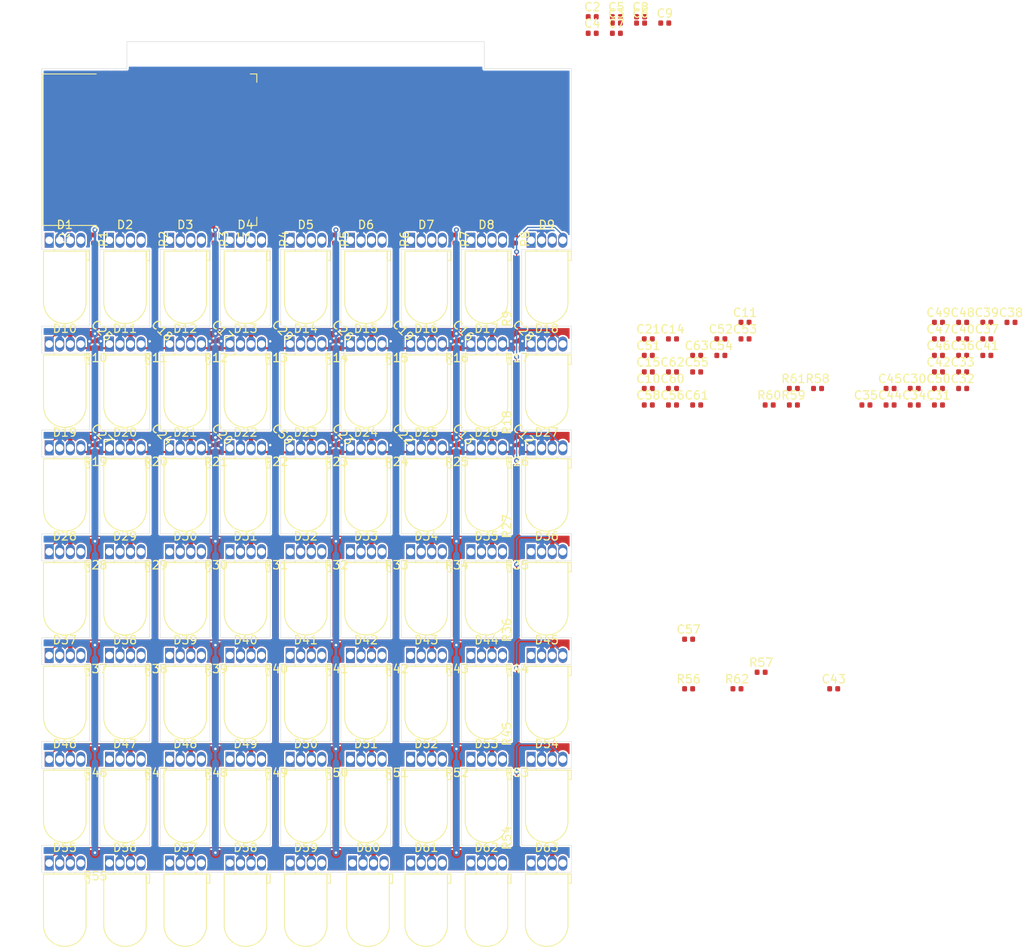
<source format=kicad_pcb>
(kicad_pcb (version 20171130) (host pcbnew 5.1.4+dfsg1-1)
  (layers (0 F.Cu signal) (31 B.Cu signal) (34 B.Paste user) (35 F.Paste user) (36 B.SilkS user) (37 F.SilkS user) (38 B.Mask user) (39 F.Mask user) (44 Edge.Cuts user))
  (net 0 "")
  (net 1 "Net-(D1-Pad4)")
  (net 2 "Net-(D1-Pad2)")
  (net 3 "Net-(D2-Pad4)")
  (net 4 "Net-(D2-Pad2)")
  (net 5 "Net-(D3-Pad4)")
  (net 6 "Net-(D3-Pad2)")
  (net 7 "Net-(D4-Pad4)")
  (net 8 "Net-(D4-Pad2)")
  (net 9 "Net-(D5-Pad4)")
  (net 10 "Net-(D5-Pad2)")
  (net 11 "Net-(D6-Pad4)")
  (net 12 "Net-(D6-Pad2)")
  (net 13 "Net-(D7-Pad4)")
  (net 14 "Net-(D7-Pad2)")
  (net 15 "Net-(D8-Pad2)")
  (net 16 "Net-(D8-Pad4)")
  (net 17 "Net-(D9-Pad4)")
  (net 18 "Net-(D9-Pad2)")
  (net 19 GND)
  (net 20 +5V)
  (net 21 "Net-(U1-Pad1)")
  (net 22 "Net-(U1-Pad37)")
  (net 23 "Net-(U1-Pad36)")
  (net 24 "Net-(U1-Pad35)")
  (net 25 "Net-(U1-Pad34)")
  (net 26 "Net-(U1-Pad33)")
  (net 27 "Net-(U1-Pad32)")
  (net 28 "Net-(U1-Pad31)")
  (net 29 "Net-(U1-Pad30)")
  (net 30 "Net-(U1-Pad29)")
  (net 31 "Net-(U1-Pad28)")
  (net 32 "Net-(U1-Pad27)")
  (net 33 "Net-(U1-Pad26)")
  (net 34 "Net-(U1-Pad25)")
  (net 35 "Net-(U1-Pad24)")
  (net 36 "Net-(U1-Pad23)")
  (net 37 "Net-(U1-Pad22)")
  (net 38 "Net-(U1-Pad21)")
  (net 39 "Net-(U1-Pad20)")
  (net 40 "Net-(U1-Pad19)")
  (net 41 "Net-(U1-Pad18)")
  (net 42 "Net-(U1-Pad17)")
  (net 43 "Net-(U1-Pad16)")
  (net 44 "Net-(U1-Pad14)")
  (net 45 "Net-(U1-Pad13)")
  (net 46 "Net-(U1-Pad12)")
  (net 47 "Net-(U1-Pad11)")
  (net 48 "Net-(U1-Pad10)")
  (net 49 "Net-(U1-Pad9)")
  (net 50 "Net-(U1-Pad8)")
  (net 51 "Net-(U1-Pad7)")
  (net 52 "Net-(U1-Pad6)")
  (net 53 "Net-(U1-Pad5)")
  (net 54 "Net-(U1-Pad4)")
  (net 55 "Net-(U1-Pad3)")
  (net 56 "Net-(U1-Pad2)")
  (net 57 "Net-(D10-Pad2)")
  (net 58 "Net-(D10-Pad4)")
  (net 59 "Net-(D11-Pad2)")
  (net 60 "Net-(D11-Pad4)")
  (net 61 "Net-(D12-Pad2)")
  (net 62 "Net-(D12-Pad4)")
  (net 63 "Net-(D13-Pad2)")
  (net 64 "Net-(D13-Pad4)")
  (net 65 "Net-(D14-Pad2)")
  (net 66 "Net-(D14-Pad4)")
  (net 67 "Net-(D15-Pad2)")
  (net 68 "Net-(D15-Pad4)")
  (net 69 "Net-(D16-Pad2)")
  (net 70 "Net-(D16-Pad4)")
  (net 71 "Net-(D17-Pad2)")
  (net 72 "Net-(D17-Pad4)")
  (net 73 "Net-(D18-Pad2)")
  (net 74 "Net-(D18-Pad4)")
  (net 75 "Net-(D19-Pad2)")
  (net 76 "Net-(D19-Pad4)")
  (net 77 "Net-(D20-Pad2)")
  (net 78 "Net-(D20-Pad4)")
  (net 79 "Net-(D21-Pad2)")
  (net 80 "Net-(D21-Pad4)")
  (net 81 "Net-(D22-Pad2)")
  (net 82 "Net-(D22-Pad4)")
  (net 83 "Net-(D23-Pad2)")
  (net 84 "Net-(D23-Pad4)")
  (net 85 "Net-(D24-Pad2)")
  (net 86 "Net-(D24-Pad4)")
  (net 87 "Net-(D25-Pad2)")
  (net 88 "Net-(D25-Pad4)")
  (net 89 "Net-(D26-Pad2)")
  (net 90 "Net-(D26-Pad4)")
  (net 91 "Net-(D27-Pad2)")
  (net 92 "Net-(D27-Pad4)")
  (net 93 "Net-(D28-Pad2)")
  (net 94 "Net-(D28-Pad4)")
  (net 95 "Net-(D29-Pad2)")
  (net 96 "Net-(D29-Pad4)")
  (net 97 "Net-(D30-Pad2)")
  (net 98 "Net-(D30-Pad4)")
  (net 99 "Net-(D31-Pad2)")
  (net 100 "Net-(D31-Pad4)")
  (net 101 "Net-(D32-Pad2)")
  (net 102 "Net-(D32-Pad4)")
  (net 103 "Net-(D33-Pad2)")
  (net 104 "Net-(D33-Pad4)")
  (net 105 "Net-(D34-Pad2)")
  (net 106 "Net-(D34-Pad4)")
  (net 107 "Net-(D35-Pad2)")
  (net 108 "Net-(D35-Pad4)")
  (net 109 "Net-(D36-Pad2)")
  (net 110 "Net-(D36-Pad4)")
  (net 111 "Net-(D37-Pad2)")
  (net 112 "Net-(D37-Pad4)")
  (net 113 "Net-(D38-Pad2)")
  (net 114 "Net-(D38-Pad4)")
  (net 115 "Net-(D39-Pad2)")
  (net 116 "Net-(D39-Pad4)")
  (net 117 "Net-(D40-Pad2)")
  (net 118 "Net-(D40-Pad4)")
  (net 119 "Net-(D41-Pad2)")
  (net 120 "Net-(D41-Pad4)")
  (net 121 "Net-(D42-Pad2)")
  (net 122 "Net-(D42-Pad4)")
  (net 123 "Net-(D43-Pad2)")
  (net 124 "Net-(D43-Pad4)")
  (net 125 "Net-(D44-Pad2)")
  (net 126 "Net-(D44-Pad4)")
  (net 127 "Net-(D45-Pad2)")
  (net 128 "Net-(D45-Pad4)")
  (net 129 "Net-(D46-Pad2)")
  (net 130 "Net-(D46-Pad4)")
  (net 131 "Net-(D47-Pad2)")
  (net 132 "Net-(D47-Pad4)")
  (net 133 "Net-(D48-Pad2)")
  (net 134 "Net-(D48-Pad4)")
  (net 135 "Net-(D49-Pad2)")
  (net 136 "Net-(D49-Pad4)")
  (net 137 "Net-(D50-Pad2)")
  (net 138 "Net-(D50-Pad4)")
  (net 139 "Net-(D51-Pad2)")
  (net 140 "Net-(D51-Pad4)")
  (net 141 "Net-(D52-Pad2)")
  (net 142 "Net-(D52-Pad4)")
  (net 143 "Net-(D53-Pad2)")
  (net 144 "Net-(D53-Pad4)")
  (net 145 "Net-(D54-Pad2)")
  (net 146 "Net-(D54-Pad4)")
  (net 147 "Net-(D55-Pad2)")
  (net 148 "Net-(D55-Pad4)")
  (net 149 "Net-(D56-Pad2)")
  (net 150 "Net-(D56-Pad4)")
  (net 151 "Net-(D57-Pad2)")
  (net 152 "Net-(D57-Pad4)")
  (net 153 "Net-(D58-Pad2)")
  (net 154 "Net-(D58-Pad4)")
  (net 155 "Net-(D59-Pad2)")
  (net 156 "Net-(D59-Pad4)")
  (net 157 "Net-(D60-Pad2)")
  (net 158 "Net-(D60-Pad4)")
  (net 159 "Net-(D61-Pad2)")
  (net 160 "Net-(D61-Pad4)")
  (net 161 "Net-(D62-Pad2)")
  (net 162 "Net-(D62-Pad4)")
  (net 163 "Net-(D63-Pad2)")
  (net 164 "Net-(D63-Pad4)")
  (module Resistor_SMD:R_0402_1005Metric (layer F.Cu) (at 51.92 77.91)
    (fp_text reference R62 (at 0 -1.17) (layer F.SilkS))
    (fp_text value 75)
    (pad 2 smd roundrect (at 0.485 0) (size 0.59 0.64) (layers F.Cu F.Paste F.Mask) (net 161 "Net-(D62-Pad2)"))
    (pad 1 smd roundrect (at -0.485 0) (size 0.59 0.64) (layers F.Cu F.Paste F.Mask) (net 164 "Net-(D63-Pad4)"))
  )
  (module Resistor_SMD:R_0402_1005Metric (layer F.Cu) (at 58.71 41.75)
    (fp_text reference R61 (at 0 -1.17) (layer F.SilkS))
    (fp_text value 75)
    (pad 2 smd roundrect (at 0.485 0) (size 0.59 0.64) (layers F.Cu F.Paste F.Mask) (net 159 "Net-(D61-Pad2)"))
    (pad 1 smd roundrect (at -0.485 0) (size 0.59 0.64) (layers F.Cu F.Paste F.Mask) (net 162 "Net-(D62-Pad4)"))
  )
  (module Resistor_SMD:R_0402_1005Metric (layer F.Cu) (at 55.8 43.74)
    (fp_text reference R60 (at 0 -1.17) (layer F.SilkS))
    (fp_text value 75)
    (pad 2 smd roundrect (at 0.485 0) (size 0.59 0.64) (layers F.Cu F.Paste F.Mask) (net 157 "Net-(D60-Pad2)"))
    (pad 1 smd roundrect (at -0.485 0) (size 0.59 0.64) (layers F.Cu F.Paste F.Mask) (net 160 "Net-(D61-Pad4)"))
  )
  (module Resistor_SMD:R_0402_1005Metric (layer F.Cu) (at 58.71 43.74)
    (fp_text reference R59 (at 0 -1.17) (layer F.SilkS))
    (fp_text value 75)
    (pad 2 smd roundrect (at 0.485 0) (size 0.59 0.64) (layers F.Cu F.Paste F.Mask) (net 155 "Net-(D59-Pad2)"))
    (pad 1 smd roundrect (at -0.485 0) (size 0.59 0.64) (layers F.Cu F.Paste F.Mask) (net 158 "Net-(D60-Pad4)"))
  )
  (module Resistor_SMD:R_0402_1005Metric (layer F.Cu) (at 61.62 41.75)
    (fp_text reference R58 (at 0 -1.17) (layer F.SilkS))
    (fp_text value 75)
    (pad 2 smd roundrect (at 0.485 0) (size 0.59 0.64) (layers F.Cu F.Paste F.Mask) (net 153 "Net-(D58-Pad2)"))
    (pad 1 smd roundrect (at -0.485 0) (size 0.59 0.64) (layers F.Cu F.Paste F.Mask) (net 156 "Net-(D59-Pad4)"))
  )
  (module Resistor_SMD:R_0402_1005Metric (layer F.Cu) (at 54.83 75.92)
    (fp_text reference R57 (at 0 -1.17) (layer F.SilkS))
    (fp_text value 75)
    (pad 2 smd roundrect (at 0.485 0) (size 0.59 0.64) (layers F.Cu F.Paste F.Mask) (net 151 "Net-(D57-Pad2)"))
    (pad 1 smd roundrect (at -0.485 0) (size 0.59 0.64) (layers F.Cu F.Paste F.Mask) (net 154 "Net-(D58-Pad4)"))
  )
  (module Resistor_SMD:R_0402_1005Metric (layer F.Cu) (at 46.1 77.91)
    (fp_text reference R56 (at 0 -1.17) (layer F.SilkS))
    (fp_text value 75)
    (pad 2 smd roundrect (at 0.485 0) (size 0.59 0.64) (layers F.Cu F.Paste F.Mask) (net 149 "Net-(D56-Pad2)"))
    (pad 1 smd roundrect (at -0.485 0) (size 0.59 0.64) (layers F.Cu F.Paste F.Mask) (net 152 "Net-(D57-Pad4)"))
  )
  (module Resistor_SMD:R_0402_1005Metric (layer F.Cu) (at -25.3 99.3 180)
    (fp_text reference R55 (at 0 -1.17) (layer F.SilkS))
    (fp_text value 75)
    (pad 2 smd roundrect (at 0.485 0 180) (size 0.59 0.64) (layers F.Cu F.Paste F.Mask) (net 147 "Net-(D55-Pad2)"))
    (pad 1 smd roundrect (at -0.485 0 180) (size 0.59 0.64) (layers F.Cu F.Paste F.Mask) (net 150 "Net-(D56-Pad4)"))
  )
  (module Resistor_SMD:R_0402_1005Metric (layer F.Cu) (at 25.4 95.865 90)
    (fp_text reference R54 (at 0 -1.17 90) (layer F.SilkS))
    (fp_text value 75)
    (pad 2 smd roundrect (at 0.485 0 90) (size 0.59 0.64) (layers F.Cu F.Paste F.Mask) (net 145 "Net-(D54-Pad2)"))
    (pad 1 smd roundrect (at -0.485 0 90) (size 0.59 0.64) (layers F.Cu F.Paste F.Mask) (net 148 "Net-(D55-Pad4)"))
  )
  (module Resistor_SMD:R_0402_1005Metric (layer F.Cu) (at 25.45 86.85 180)
    (fp_text reference R53 (at 0 -1.17) (layer F.SilkS))
    (fp_text value 75)
    (pad 2 smd roundrect (at 0.485 0 180) (size 0.59 0.64) (layers F.Cu F.Paste F.Mask) (net 143 "Net-(D53-Pad2)"))
    (pad 1 smd roundrect (at -0.485 0 180) (size 0.59 0.64) (layers F.Cu F.Paste F.Mask) (net 146 "Net-(D54-Pad4)"))
  )
  (module Resistor_SMD:R_0402_1005Metric (layer F.Cu) (at 18.2 86.85 180)
    (fp_text reference R52 (at 0 -1.17) (layer F.SilkS))
    (fp_text value 75)
    (pad 2 smd roundrect (at 0.485 0 180) (size 0.59 0.64) (layers F.Cu F.Paste F.Mask) (net 141 "Net-(D52-Pad2)"))
    (pad 1 smd roundrect (at -0.485 0 180) (size 0.59 0.64) (layers F.Cu F.Paste F.Mask) (net 144 "Net-(D53-Pad4)"))
  )
  (module Resistor_SMD:R_0402_1005Metric (layer F.Cu) (at 10.95 86.85 180)
    (fp_text reference R51 (at 0 -1.17) (layer F.SilkS))
    (fp_text value 75)
    (pad 2 smd roundrect (at 0.485 0 180) (size 0.59 0.64) (layers F.Cu F.Paste F.Mask) (net 139 "Net-(D51-Pad2)"))
    (pad 1 smd roundrect (at -0.485 0 180) (size 0.59 0.64) (layers F.Cu F.Paste F.Mask) (net 142 "Net-(D52-Pad4)"))
  )
  (module Resistor_SMD:R_0402_1005Metric (layer F.Cu) (at 3.7 86.85 180)
    (fp_text reference R50 (at 0 -1.17) (layer F.SilkS))
    (fp_text value 75)
    (pad 2 smd roundrect (at 0.485 0 180) (size 0.59 0.64) (layers F.Cu F.Paste F.Mask) (net 137 "Net-(D50-Pad2)"))
    (pad 1 smd roundrect (at -0.485 0 180) (size 0.59 0.64) (layers F.Cu F.Paste F.Mask) (net 140 "Net-(D51-Pad4)"))
  )
  (module Resistor_SMD:R_0402_1005Metric (layer F.Cu) (at -3.55 86.85 180)
    (fp_text reference R49 (at 0 -1.17) (layer F.SilkS))
    (fp_text value 75)
    (pad 2 smd roundrect (at 0.485 0 180) (size 0.59 0.64) (layers F.Cu F.Paste F.Mask) (net 135 "Net-(D49-Pad2)"))
    (pad 1 smd roundrect (at -0.485 0 180) (size 0.59 0.64) (layers F.Cu F.Paste F.Mask) (net 138 "Net-(D50-Pad4)"))
  )
  (module Resistor_SMD:R_0402_1005Metric (layer F.Cu) (at -10.8 86.85 180)
    (fp_text reference R48 (at 0 -1.17) (layer F.SilkS))
    (fp_text value 75)
    (pad 2 smd roundrect (at 0.485 0 180) (size 0.59 0.64) (layers F.Cu F.Paste F.Mask) (net 133 "Net-(D48-Pad2)"))
    (pad 1 smd roundrect (at -0.485 0 180) (size 0.59 0.64) (layers F.Cu F.Paste F.Mask) (net 136 "Net-(D49-Pad4)"))
  )
  (module Resistor_SMD:R_0402_1005Metric (layer F.Cu) (at -18.05 86.85 180)
    (fp_text reference R47 (at 0 -1.17) (layer F.SilkS))
    (fp_text value 75)
    (pad 2 smd roundrect (at 0.485 0 180) (size 0.59 0.64) (layers F.Cu F.Paste F.Mask) (net 131 "Net-(D47-Pad2)"))
    (pad 1 smd roundrect (at -0.485 0 180) (size 0.59 0.64) (layers F.Cu F.Paste F.Mask) (net 134 "Net-(D48-Pad4)"))
  )
  (module Resistor_SMD:R_0402_1005Metric (layer F.Cu) (at -25.3 86.85 180)
    (fp_text reference R46 (at 0 -1.17) (layer F.SilkS))
    (fp_text value 75)
    (pad 2 smd roundrect (at 0.485 0 180) (size 0.59 0.64) (layers F.Cu F.Paste F.Mask) (net 129 "Net-(D46-Pad2)"))
    (pad 1 smd roundrect (at -0.485 0 180) (size 0.59 0.64) (layers F.Cu F.Paste F.Mask) (net 132 "Net-(D47-Pad4)"))
  )
  (module Resistor_SMD:R_0402_1005Metric (layer F.Cu) (at 25.4 83.35 90)
    (fp_text reference R45 (at 0 -1.17 90) (layer F.SilkS))
    (fp_text value 75)
    (pad 2 smd roundrect (at 0.485 0 90) (size 0.59 0.64) (layers F.Cu F.Paste F.Mask) (net 127 "Net-(D45-Pad2)"))
    (pad 1 smd roundrect (at -0.485 0 90) (size 0.59 0.64) (layers F.Cu F.Paste F.Mask) (net 130 "Net-(D46-Pad4)"))
  )
  (module Resistor_SMD:R_0402_1005Metric (layer F.Cu) (at 25.45 74.35 180)
    (fp_text reference R44 (at 0 -1.17) (layer F.SilkS))
    (fp_text value 75)
    (pad 2 smd roundrect (at 0.485 0 180) (size 0.59 0.64) (layers F.Cu F.Paste F.Mask) (net 125 "Net-(D44-Pad2)"))
    (pad 1 smd roundrect (at -0.485 0 180) (size 0.59 0.64) (layers F.Cu F.Paste F.Mask) (net 128 "Net-(D45-Pad4)"))
  )
  (module Resistor_SMD:R_0402_1005Metric (layer F.Cu) (at 18.2 74.35 180)
    (fp_text reference R43 (at 0 -1.17) (layer F.SilkS))
    (fp_text value 75)
    (pad 2 smd roundrect (at 0.485 0 180) (size 0.59 0.64) (layers F.Cu F.Paste F.Mask) (net 123 "Net-(D43-Pad2)"))
    (pad 1 smd roundrect (at -0.485 0 180) (size 0.59 0.64) (layers F.Cu F.Paste F.Mask) (net 126 "Net-(D44-Pad4)"))
  )
  (module Resistor_SMD:R_0402_1005Metric (layer F.Cu) (at 10.95 74.35 180)
    (fp_text reference R42 (at 0 -1.17) (layer F.SilkS))
    (fp_text value 75)
    (pad 2 smd roundrect (at 0.485 0 180) (size 0.59 0.64) (layers F.Cu F.Paste F.Mask) (net 121 "Net-(D42-Pad2)"))
    (pad 1 smd roundrect (at -0.485 0 180) (size 0.59 0.64) (layers F.Cu F.Paste F.Mask) (net 124 "Net-(D43-Pad4)"))
  )
  (module Resistor_SMD:R_0402_1005Metric (layer F.Cu) (at 3.7 74.35 180)
    (fp_text reference R41 (at 0 -1.17) (layer F.SilkS))
    (fp_text value 75)
    (pad 2 smd roundrect (at 0.485 0 180) (size 0.59 0.64) (layers F.Cu F.Paste F.Mask) (net 119 "Net-(D41-Pad2)"))
    (pad 1 smd roundrect (at -0.485 0 180) (size 0.59 0.64) (layers F.Cu F.Paste F.Mask) (net 122 "Net-(D42-Pad4)"))
  )
  (module Resistor_SMD:R_0402_1005Metric (layer F.Cu) (at -3.55 74.35 180)
    (fp_text reference R40 (at 0 -1.17) (layer F.SilkS))
    (fp_text value 75)
    (pad 2 smd roundrect (at 0.485 0 180) (size 0.59 0.64) (layers F.Cu F.Paste F.Mask) (net 117 "Net-(D40-Pad2)"))
    (pad 1 smd roundrect (at -0.485 0 180) (size 0.59 0.64) (layers F.Cu F.Paste F.Mask) (net 120 "Net-(D41-Pad4)"))
  )
  (module Resistor_SMD:R_0402_1005Metric (layer F.Cu) (at -10.8 74.35 180)
    (fp_text reference R39 (at 0 -1.17) (layer F.SilkS))
    (fp_text value 75)
    (pad 2 smd roundrect (at 0.485 0 180) (size 0.59 0.64) (layers F.Cu F.Paste F.Mask) (net 115 "Net-(D39-Pad2)"))
    (pad 1 smd roundrect (at -0.485 0 180) (size 0.59 0.64) (layers F.Cu F.Paste F.Mask) (net 118 "Net-(D40-Pad4)"))
  )
  (module Resistor_SMD:R_0402_1005Metric (layer F.Cu) (at -18.05 74.35 180)
    (fp_text reference R38 (at 0 -1.17) (layer F.SilkS))
    (fp_text value 75)
    (pad 2 smd roundrect (at 0.485 0 180) (size 0.59 0.64) (layers F.Cu F.Paste F.Mask) (net 113 "Net-(D38-Pad2)"))
    (pad 1 smd roundrect (at -0.485 0 180) (size 0.59 0.64) (layers F.Cu F.Paste F.Mask) (net 116 "Net-(D39-Pad4)"))
  )
  (module Resistor_SMD:R_0402_1005Metric (layer F.Cu) (at -25.3 74.35 180)
    (fp_text reference R37 (at 0 -1.17) (layer F.SilkS))
    (fp_text value 75)
    (pad 2 smd roundrect (at 0.485 0 180) (size 0.59 0.64) (layers F.Cu F.Paste F.Mask) (net 111 "Net-(D37-Pad2)"))
    (pad 1 smd roundrect (at -0.485 0 180) (size 0.59 0.64) (layers F.Cu F.Paste F.Mask) (net 114 "Net-(D38-Pad4)"))
  )
  (module Resistor_SMD:R_0402_1005Metric (layer F.Cu) (at 25.4 70.85 90)
    (fp_text reference R36 (at 0 -1.17 90) (layer F.SilkS))
    (fp_text value 75)
    (pad 2 smd roundrect (at 0.485 0 90) (size 0.59 0.64) (layers F.Cu F.Paste F.Mask) (net 109 "Net-(D36-Pad2)"))
    (pad 1 smd roundrect (at -0.485 0 90) (size 0.59 0.64) (layers F.Cu F.Paste F.Mask) (net 112 "Net-(D37-Pad4)"))
  )
  (module Resistor_SMD:R_0402_1005Metric (layer F.Cu) (at 25.45 61.85 180)
    (fp_text reference R35 (at 0 -1.17) (layer F.SilkS))
    (fp_text value 75)
    (pad 2 smd roundrect (at 0.485 0 180) (size 0.59 0.64) (layers F.Cu F.Paste F.Mask) (net 107 "Net-(D35-Pad2)"))
    (pad 1 smd roundrect (at -0.485 0 180) (size 0.59 0.64) (layers F.Cu F.Paste F.Mask) (net 110 "Net-(D36-Pad4)"))
  )
  (module Resistor_SMD:R_0402_1005Metric (layer F.Cu) (at 18.2 61.85 180)
    (fp_text reference R34 (at 0 -1.17) (layer F.SilkS))
    (fp_text value 75)
    (pad 2 smd roundrect (at 0.485 0 180) (size 0.59 0.64) (layers F.Cu F.Paste F.Mask) (net 105 "Net-(D34-Pad2)"))
    (pad 1 smd roundrect (at -0.485 0 180) (size 0.59 0.64) (layers F.Cu F.Paste F.Mask) (net 108 "Net-(D35-Pad4)"))
  )
  (module Resistor_SMD:R_0402_1005Metric (layer F.Cu) (at 10.95 61.85 180)
    (fp_text reference R33 (at 0 -1.17) (layer F.SilkS))
    (fp_text value 75)
    (pad 2 smd roundrect (at 0.485 0 180) (size 0.59 0.64) (layers F.Cu F.Paste F.Mask) (net 103 "Net-(D33-Pad2)"))
    (pad 1 smd roundrect (at -0.485 0 180) (size 0.59 0.64) (layers F.Cu F.Paste F.Mask) (net 106 "Net-(D34-Pad4)"))
  )
  (module Resistor_SMD:R_0402_1005Metric (layer F.Cu) (at 3.7 61.85 180)
    (fp_text reference R32 (at 0 -1.17) (layer F.SilkS))
    (fp_text value 75)
    (pad 2 smd roundrect (at 0.485 0 180) (size 0.59 0.64) (layers F.Cu F.Paste F.Mask) (net 101 "Net-(D32-Pad2)"))
    (pad 1 smd roundrect (at -0.485 0 180) (size 0.59 0.64) (layers F.Cu F.Paste F.Mask) (net 104 "Net-(D33-Pad4)"))
  )
  (module Resistor_SMD:R_0402_1005Metric (layer F.Cu) (at -3.55 61.85 180)
    (fp_text reference R31 (at 0 -1.17) (layer F.SilkS))
    (fp_text value 75)
    (pad 2 smd roundrect (at 0.485 0 180) (size 0.59 0.64) (layers F.Cu F.Paste F.Mask) (net 99 "Net-(D31-Pad2)"))
    (pad 1 smd roundrect (at -0.485 0 180) (size 0.59 0.64) (layers F.Cu F.Paste F.Mask) (net 102 "Net-(D32-Pad4)"))
  )
  (module Resistor_SMD:R_0402_1005Metric (layer F.Cu) (at -10.8 61.85 180)
    (fp_text reference R30 (at 0 -1.17) (layer F.SilkS))
    (fp_text value 75)
    (pad 2 smd roundrect (at 0.485 0 180) (size 0.59 0.64) (layers F.Cu F.Paste F.Mask) (net 97 "Net-(D30-Pad2)"))
    (pad 1 smd roundrect (at -0.485 0 180) (size 0.59 0.64) (layers F.Cu F.Paste F.Mask) (net 100 "Net-(D31-Pad4)"))
  )
  (module Resistor_SMD:R_0402_1005Metric (layer F.Cu) (at -18.05 61.85 180)
    (fp_text reference R29 (at 0 -1.17) (layer F.SilkS))
    (fp_text value 75)
    (pad 2 smd roundrect (at 0.485 0 180) (size 0.59 0.64) (layers F.Cu F.Paste F.Mask) (net 95 "Net-(D29-Pad2)"))
    (pad 1 smd roundrect (at -0.485 0 180) (size 0.59 0.64) (layers F.Cu F.Paste F.Mask) (net 98 "Net-(D30-Pad4)"))
  )
  (module Resistor_SMD:R_0402_1005Metric (layer F.Cu) (at -25.3 61.85 180)
    (fp_text reference R28 (at 0 -1.17) (layer F.SilkS))
    (fp_text value 75)
    (pad 2 smd roundrect (at 0.485 0 180) (size 0.59 0.64) (layers F.Cu F.Paste F.Mask) (net 93 "Net-(D28-Pad2)"))
    (pad 1 smd roundrect (at -0.485 0 180) (size 0.59 0.64) (layers F.Cu F.Paste F.Mask) (net 96 "Net-(D29-Pad4)"))
  )
  (module Resistor_SMD:R_0402_1005Metric (layer F.Cu) (at 25.4 58.35 90)
    (fp_text reference R27 (at 0 -1.17 90) (layer F.SilkS))
    (fp_text value 75)
    (pad 2 smd roundrect (at 0.485 0 90) (size 0.59 0.64) (layers F.Cu F.Paste F.Mask) (net 91 "Net-(D27-Pad2)"))
    (pad 1 smd roundrect (at -0.485 0 90) (size 0.59 0.64) (layers F.Cu F.Paste F.Mask) (net 94 "Net-(D28-Pad4)"))
  )
  (module Resistor_SMD:R_0402_1005Metric (layer F.Cu) (at 25.45 49.4 180)
    (fp_text reference R26 (at 0 -1.17) (layer F.SilkS))
    (fp_text value 75)
    (pad 2 smd roundrect (at 0.485 0 180) (size 0.59 0.64) (layers F.Cu F.Paste F.Mask) (net 89 "Net-(D26-Pad2)"))
    (pad 1 smd roundrect (at -0.485 0 180) (size 0.59 0.64) (layers F.Cu F.Paste F.Mask) (net 92 "Net-(D27-Pad4)"))
  )
  (module Resistor_SMD:R_0402_1005Metric (layer F.Cu) (at 18.2 49.4 180)
    (fp_text reference R25 (at 0 -1.17) (layer F.SilkS))
    (fp_text value 75)
    (pad 2 smd roundrect (at 0.485 0 180) (size 0.59 0.64) (layers F.Cu F.Paste F.Mask) (net 87 "Net-(D25-Pad2)"))
    (pad 1 smd roundrect (at -0.485 0 180) (size 0.59 0.64) (layers F.Cu F.Paste F.Mask) (net 90 "Net-(D26-Pad4)"))
  )
  (module Resistor_SMD:R_0402_1005Metric (layer F.Cu) (at 10.95 49.4 180)
    (fp_text reference R24 (at 0 -1.17) (layer F.SilkS))
    (fp_text value 75)
    (pad 2 smd roundrect (at 0.485 0 180) (size 0.59 0.64) (layers F.Cu F.Paste F.Mask) (net 85 "Net-(D24-Pad2)"))
    (pad 1 smd roundrect (at -0.485 0 180) (size 0.59 0.64) (layers F.Cu F.Paste F.Mask) (net 88 "Net-(D25-Pad4)"))
  )
  (module Resistor_SMD:R_0402_1005Metric (layer F.Cu) (at 3.7 49.4 180)
    (fp_text reference R23 (at 0 -1.17) (layer F.SilkS))
    (fp_text value 75)
    (pad 2 smd roundrect (at 0.485 0 180) (size 0.59 0.64) (layers F.Cu F.Paste F.Mask) (net 83 "Net-(D23-Pad2)"))
    (pad 1 smd roundrect (at -0.485 0 180) (size 0.59 0.64) (layers F.Cu F.Paste F.Mask) (net 86 "Net-(D24-Pad4)"))
  )
  (module Resistor_SMD:R_0402_1005Metric (layer F.Cu) (at -3.55 49.4 180)
    (fp_text reference R22 (at 0 -1.17) (layer F.SilkS))
    (fp_text value 75)
    (pad 1 smd roundrect (at -0.485 0 180) (size 0.59 0.64) (layers F.Cu F.Paste F.Mask) (net 84 "Net-(D23-Pad4)"))
    (pad 2 smd roundrect (at 0.485 0 180) (size 0.59 0.64) (layers F.Cu F.Paste F.Mask) (net 81 "Net-(D22-Pad2)"))
  )
  (module Resistor_SMD:R_0402_1005Metric (layer F.Cu) (at -10.8 49.4 180)
    (fp_text reference R21 (at 0 -1.17) (layer F.SilkS))
    (fp_text value 75)
    (pad 2 smd roundrect (at 0.485 0 180) (size 0.59 0.64) (layers F.Cu F.Paste F.Mask) (net 79 "Net-(D21-Pad2)"))
    (pad 1 smd roundrect (at -0.485 0 180) (size 0.59 0.64) (layers F.Cu F.Paste F.Mask) (net 82 "Net-(D22-Pad4)"))
  )
  (module Resistor_SMD:R_0402_1005Metric (layer F.Cu) (at -18.05 49.4 180)
    (fp_text reference R20 (at 0 -1.17) (layer F.SilkS))
    (fp_text value 75)
    (pad 2 smd roundrect (at 0.485 0 180) (size 0.59 0.64) (layers F.Cu F.Paste F.Mask) (net 77 "Net-(D20-Pad2)"))
    (pad 1 smd roundrect (at -0.485 0 180) (size 0.59 0.64) (layers F.Cu F.Paste F.Mask) (net 80 "Net-(D21-Pad4)"))
  )
  (module Resistor_SMD:R_0402_1005Metric (layer F.Cu) (at -25.3 49.4 180)
    (fp_text reference R19 (at 0 -1.17) (layer F.SilkS))
    (fp_text value 75)
    (pad 2 smd roundrect (at 0.485 0 180) (size 0.59 0.64) (layers F.Cu F.Paste F.Mask) (net 75 "Net-(D19-Pad2)"))
    (pad 1 smd roundrect (at -0.485 0 180) (size 0.59 0.64) (layers F.Cu F.Paste F.Mask) (net 78 "Net-(D20-Pad4)"))
  )
  (module Resistor_SMD:R_0402_1005Metric (layer F.Cu) (at 25.4 45.85 90)
    (fp_text reference R18 (at 0 -1.17 90) (layer F.SilkS))
    (fp_text value 75)
    (pad 2 smd roundrect (at 0.485 0 90) (size 0.59 0.64) (layers F.Cu F.Paste F.Mask) (net 73 "Net-(D18-Pad2)"))
    (pad 1 smd roundrect (at -0.485 0 90) (size 0.59 0.64) (layers F.Cu F.Paste F.Mask) (net 76 "Net-(D19-Pad4)"))
  )
  (module Resistor_SMD:R_0402_1005Metric (layer F.Cu) (at 25.45 36.9 180)
    (fp_text reference R17 (at 0 -1.17) (layer F.SilkS))
    (fp_text value 75)
    (pad 2 smd roundrect (at 0.485 0 180) (size 0.59 0.64) (layers F.Cu F.Paste F.Mask) (net 71 "Net-(D17-Pad2)"))
    (pad 1 smd roundrect (at -0.485 0 180) (size 0.59 0.64) (layers F.Cu F.Paste F.Mask) (net 74 "Net-(D18-Pad4)"))
  )
  (module Resistor_SMD:R_0402_1005Metric (layer F.Cu) (at 18.2 36.9 180)
    (fp_text reference R16 (at 0 -1.17) (layer F.SilkS))
    (fp_text value 75)
    (pad 2 smd roundrect (at 0.485 0 180) (size 0.59 0.64) (layers F.Cu F.Paste F.Mask) (net 69 "Net-(D16-Pad2)"))
    (pad 1 smd roundrect (at -0.485 0 180) (size 0.59 0.64) (layers F.Cu F.Paste F.Mask) (net 72 "Net-(D17-Pad4)"))
  )
  (module Resistor_SMD:R_0402_1005Metric (layer F.Cu) (at 10.95 36.9 180)
    (fp_text reference R15 (at 0 -1.17) (layer F.SilkS))
    (fp_text value 75)
    (pad 2 smd roundrect (at 0.485 0 180) (size 0.59 0.64) (layers F.Cu F.Paste F.Mask) (net 67 "Net-(D15-Pad2)"))
    (pad 1 smd roundrect (at -0.485 0 180) (size 0.59 0.64) (layers F.Cu F.Paste F.Mask) (net 70 "Net-(D16-Pad4)"))
  )
  (module Resistor_SMD:R_0402_1005Metric (layer F.Cu) (at 3.7 36.9 180)
    (fp_text reference R14 (at 0 -1.17) (layer F.SilkS))
    (fp_text value 75)
    (pad 2 smd roundrect (at 0.485 0 180) (size 0.59 0.64) (layers F.Cu F.Paste F.Mask) (net 65 "Net-(D14-Pad2)"))
    (pad 1 smd roundrect (at -0.485 0 180) (size 0.59 0.64) (layers F.Cu F.Paste F.Mask) (net 68 "Net-(D15-Pad4)"))
  )
  (module Resistor_SMD:R_0402_1005Metric (layer F.Cu) (at -3.55 36.9 180)
    (fp_text reference R13 (at 0 -1.17) (layer F.SilkS))
    (fp_text value 75)
    (pad 2 smd roundrect (at 0.485 0 180) (size 0.59 0.64) (layers F.Cu F.Paste F.Mask) (net 63 "Net-(D13-Pad2)"))
    (pad 1 smd roundrect (at -0.485 0 180) (size 0.59 0.64) (layers F.Cu F.Paste F.Mask) (net 66 "Net-(D14-Pad4)"))
  )
  (module Resistor_SMD:R_0402_1005Metric (layer F.Cu) (at -10.8 36.9 180)
    (fp_text reference R12 (at 0 -1.17) (layer F.SilkS))
    (fp_text value 75)
    (pad 2 smd roundrect (at 0.485 0 180) (size 0.59 0.64) (layers F.Cu F.Paste F.Mask) (net 61 "Net-(D12-Pad2)"))
    (pad 1 smd roundrect (at -0.485 0 180) (size 0.59 0.64) (layers F.Cu F.Paste F.Mask) (net 64 "Net-(D13-Pad4)"))
  )
  (module Resistor_SMD:R_0402_1005Metric (layer F.Cu) (at -18.05 36.9 180)
    (fp_text reference R11 (at 0 -1.17) (layer F.SilkS))
    (fp_text value 75)
    (pad 2 smd roundrect (at 0.485 0 180) (size 0.59 0.64) (layers F.Cu F.Paste F.Mask) (net 59 "Net-(D11-Pad2)"))
    (pad 1 smd roundrect (at -0.485 0 180) (size 0.59 0.64) (layers F.Cu F.Paste F.Mask) (net 62 "Net-(D12-Pad4)"))
  )
  (module Resistor_SMD:R_0402_1005Metric (layer F.Cu) (at -25.3 36.9 180)
    (fp_text reference R10 (at 0 -1.17) (layer F.SilkS))
    (fp_text value 75)
    (pad 2 smd roundrect (at 0.485 0 180) (size 0.59 0.64) (layers F.Cu F.Paste F.Mask) (net 57 "Net-(D10-Pad2)"))
    (pad 1 smd roundrect (at -0.485 0 180) (size 0.59 0.64) (layers F.Cu F.Paste F.Mask) (net 60 "Net-(D11-Pad4)"))
  )
  (module Resistor_SMD:R_0402_1005Metric (layer F.Cu) (at 25.4 33.35 90)
    (fp_text reference R9 (at 0 -1.17 90) (layer F.SilkS))
    (fp_text value 75)
    (pad 2 smd roundrect (at 0.485 0 90) (size 0.59 0.64) (layers F.Cu F.Paste F.Mask) (net 18 "Net-(D9-Pad2)"))
    (pad 1 smd roundrect (at -0.485 0 90) (size 0.59 0.64) (layers F.Cu F.Paste F.Mask) (net 58 "Net-(D10-Pad4)"))
  )
  (module footprimt:WS2812D (layer F.Cu) (at 27.75 99)
    (fp_text reference D63 (at 1.27 -1.96) (layer F.SilkS))
    (fp_text value WS2812B)
    (pad 2 thru_hole oval (at 3.205 -0.1) (size 1.07 1.8) (drill 0.9) (layers *.Cu *.Mask) (net 163 "Net-(D63-Pad2)"))
    (pad 1 thru_hole oval (at 1.935 -0.1) (size 1.07 1.8) (drill 0.9) (layers *.Cu *.Mask) (net 20 +5V))
    (pad 3 thru_hole oval (at 0.665 -0.1) (size 1.07 1.8) (drill 0.9) (layers *.Cu *.Mask) (net 19 GND))
    (pad 4 thru_hole rect (at -0.605 -0.1) (size 1.07 1.8) (drill 0.9) (layers *.Cu *.Mask) (net 164 "Net-(D63-Pad4)"))
  )
  (module footprimt:WS2812D (layer F.Cu) (at 20.5 99)
    (fp_text reference D62 (at 1.27 -1.96) (layer F.SilkS))
    (fp_text value WS2812B)
    (pad 2 thru_hole oval (at 3.205 -0.1) (size 1.07 1.8) (drill 0.9) (layers *.Cu *.Mask) (net 161 "Net-(D62-Pad2)"))
    (pad 1 thru_hole oval (at 1.935 -0.1) (size 1.07 1.8) (drill 0.9) (layers *.Cu *.Mask) (net 20 +5V))
    (pad 3 thru_hole oval (at 0.665 -0.1) (size 1.07 1.8) (drill 0.9) (layers *.Cu *.Mask) (net 19 GND))
    (pad 4 thru_hole rect (at -0.605 -0.1) (size 1.07 1.8) (drill 0.9) (layers *.Cu *.Mask) (net 162 "Net-(D62-Pad4)"))
  )
  (module footprimt:WS2812D (layer F.Cu) (at 13.25 99)
    (fp_text reference D61 (at 1.27 -1.96) (layer F.SilkS))
    (fp_text value WS2812B)
    (pad 2 thru_hole oval (at 3.205 -0.1) (size 1.07 1.8) (drill 0.9) (layers *.Cu *.Mask) (net 159 "Net-(D61-Pad2)"))
    (pad 1 thru_hole oval (at 1.935 -0.1) (size 1.07 1.8) (drill 0.9) (layers *.Cu *.Mask) (net 20 +5V))
    (pad 3 thru_hole oval (at 0.665 -0.1) (size 1.07 1.8) (drill 0.9) (layers *.Cu *.Mask) (net 19 GND))
    (pad 4 thru_hole rect (at -0.605 -0.1) (size 1.07 1.8) (drill 0.9) (layers *.Cu *.Mask) (net 160 "Net-(D61-Pad4)"))
  )
  (module footprimt:WS2812D (layer F.Cu) (at 6.25 99)
    (fp_text reference D60 (at 1.27 -1.96) (layer F.SilkS))
    (fp_text value WS2812B)
    (pad 2 thru_hole oval (at 3.205 -0.1) (size 1.07 1.8) (drill 0.9) (layers *.Cu *.Mask) (net 157 "Net-(D60-Pad2)"))
    (pad 1 thru_hole oval (at 1.935 -0.1) (size 1.07 1.8) (drill 0.9) (layers *.Cu *.Mask) (net 20 +5V))
    (pad 3 thru_hole oval (at 0.665 -0.1) (size 1.07 1.8) (drill 0.9) (layers *.Cu *.Mask) (net 19 GND))
    (pad 4 thru_hole rect (at -0.605 -0.1) (size 1.07 1.8) (drill 0.9) (layers *.Cu *.Mask) (net 158 "Net-(D60-Pad4)"))
  )
  (module footprimt:WS2812D (layer F.Cu) (at -1.25 99)
    (fp_text reference D59 (at 1.27 -1.96) (layer F.SilkS))
    (fp_text value WS2812B)
    (pad 2 thru_hole oval (at 3.205 -0.1) (size 1.07 1.8) (drill 0.9) (layers *.Cu *.Mask) (net 155 "Net-(D59-Pad2)"))
    (pad 1 thru_hole oval (at 1.935 -0.1) (size 1.07 1.8) (drill 0.9) (layers *.Cu *.Mask) (net 20 +5V))
    (pad 3 thru_hole oval (at 0.665 -0.1) (size 1.07 1.8) (drill 0.9) (layers *.Cu *.Mask) (net 19 GND))
    (pad 4 thru_hole rect (at -0.605 -0.1) (size 1.07 1.8) (drill 0.9) (layers *.Cu *.Mask) (net 156 "Net-(D59-Pad4)"))
  )
  (module footprimt:WS2812D (layer F.Cu) (at -8.5 99)
    (fp_text reference D58 (at 1.27 -1.96) (layer F.SilkS))
    (fp_text value WS2812B)
    (pad 2 thru_hole oval (at 3.205 -0.1) (size 1.07 1.8) (drill 0.9) (layers *.Cu *.Mask) (net 153 "Net-(D58-Pad2)"))
    (pad 1 thru_hole oval (at 1.935 -0.1) (size 1.07 1.8) (drill 0.9) (layers *.Cu *.Mask) (net 20 +5V))
    (pad 3 thru_hole oval (at 0.665 -0.1) (size 1.07 1.8) (drill 0.9) (layers *.Cu *.Mask) (net 19 GND))
    (pad 4 thru_hole rect (at -0.605 -0.1) (size 1.07 1.8) (drill 0.9) (layers *.Cu *.Mask) (net 154 "Net-(D58-Pad4)"))
  )
  (module footprimt:WS2812D (layer F.Cu) (at -15.75 99)
    (fp_text reference D57 (at 1.27 -1.96) (layer F.SilkS))
    (fp_text value WS2812B)
    (pad 2 thru_hole oval (at 3.205 -0.1) (size 1.07 1.8) (drill 0.9) (layers *.Cu *.Mask) (net 151 "Net-(D57-Pad2)"))
    (pad 1 thru_hole oval (at 1.935 -0.1) (size 1.07 1.8) (drill 0.9) (layers *.Cu *.Mask) (net 20 +5V))
    (pad 3 thru_hole oval (at 0.665 -0.1) (size 1.07 1.8) (drill 0.9) (layers *.Cu *.Mask) (net 19 GND))
    (pad 4 thru_hole rect (at -0.605 -0.1) (size 1.07 1.8) (drill 0.9) (layers *.Cu *.Mask) (net 152 "Net-(D57-Pad4)"))
  )
  (module footprimt:WS2812D (layer F.Cu) (at -23 99)
    (fp_text reference D56 (at 1.27 -1.96) (layer F.SilkS))
    (fp_text value WS2812B)
    (pad 2 thru_hole oval (at 3.205 -0.1) (size 1.07 1.8) (drill 0.9) (layers *.Cu *.Mask) (net 149 "Net-(D56-Pad2)"))
    (pad 1 thru_hole oval (at 1.935 -0.1) (size 1.07 1.8) (drill 0.9) (layers *.Cu *.Mask) (net 20 +5V))
    (pad 3 thru_hole oval (at 0.665 -0.1) (size 1.07 1.8) (drill 0.9) (layers *.Cu *.Mask) (net 19 GND))
    (pad 4 thru_hole rect (at -0.605 -0.1) (size 1.07 1.8) (drill 0.9) (layers *.Cu *.Mask) (net 150 "Net-(D56-Pad4)"))
  )
  (module footprimt:WS2812D (layer F.Cu) (at -30.25 99)
    (fp_text reference D55 (at 1.27 -1.96) (layer F.SilkS))
    (fp_text value WS2812B)
    (pad 2 thru_hole oval (at 3.205 -0.1) (size 1.07 1.8) (drill 0.9) (layers *.Cu *.Mask) (net 147 "Net-(D55-Pad2)"))
    (pad 1 thru_hole oval (at 1.935 -0.1) (size 1.07 1.8) (drill 0.9) (layers *.Cu *.Mask) (net 20 +5V))
    (pad 3 thru_hole oval (at 0.665 -0.1) (size 1.07 1.8) (drill 0.9) (layers *.Cu *.Mask) (net 19 GND))
    (pad 4 thru_hole rect (at -0.605 -0.1) (size 1.07 1.8) (drill 0.9) (layers *.Cu *.Mask) (net 148 "Net-(D55-Pad4)"))
  )
  (module footprimt:WS2812D (layer F.Cu) (at 27.75 86.5)
    (fp_text reference D54 (at 1.27 -1.96) (layer F.SilkS))
    (fp_text value WS2812B)
    (pad 2 thru_hole oval (at 3.205 -0.1) (size 1.07 1.8) (drill 0.9) (layers *.Cu *.Mask) (net 145 "Net-(D54-Pad2)"))
    (pad 1 thru_hole oval (at 1.935 -0.1) (size 1.07 1.8) (drill 0.9) (layers *.Cu *.Mask) (net 20 +5V))
    (pad 3 thru_hole oval (at 0.665 -0.1) (size 1.07 1.8) (drill 0.9) (layers *.Cu *.Mask) (net 19 GND))
    (pad 4 thru_hole rect (at -0.605 -0.1) (size 1.07 1.8) (drill 0.9) (layers *.Cu *.Mask) (net 146 "Net-(D54-Pad4)"))
  )
  (module footprimt:WS2812D (layer F.Cu) (at 20.5 86.5)
    (fp_text reference D53 (at 1.27 -1.96) (layer F.SilkS))
    (fp_text value WS2812B)
    (pad 2 thru_hole oval (at 3.205 -0.1) (size 1.07 1.8) (drill 0.9) (layers *.Cu *.Mask) (net 143 "Net-(D53-Pad2)"))
    (pad 1 thru_hole oval (at 1.935 -0.1) (size 1.07 1.8) (drill 0.9) (layers *.Cu *.Mask) (net 20 +5V))
    (pad 3 thru_hole oval (at 0.665 -0.1) (size 1.07 1.8) (drill 0.9) (layers *.Cu *.Mask) (net 19 GND))
    (pad 4 thru_hole rect (at -0.605 -0.1) (size 1.07 1.8) (drill 0.9) (layers *.Cu *.Mask) (net 144 "Net-(D53-Pad4)"))
  )
  (module footprimt:WS2812D (layer F.Cu) (at 13.25 86.5)
    (fp_text reference D52 (at 1.27 -1.96) (layer F.SilkS))
    (fp_text value WS2812B)
    (pad 2 thru_hole oval (at 3.205 -0.1) (size 1.07 1.8) (drill 0.9) (layers *.Cu *.Mask) (net 141 "Net-(D52-Pad2)"))
    (pad 1 thru_hole oval (at 1.935 -0.1) (size 1.07 1.8) (drill 0.9) (layers *.Cu *.Mask) (net 20 +5V))
    (pad 3 thru_hole oval (at 0.665 -0.1) (size 1.07 1.8) (drill 0.9) (layers *.Cu *.Mask) (net 19 GND))
    (pad 4 thru_hole rect (at -0.605 -0.1) (size 1.07 1.8) (drill 0.9) (layers *.Cu *.Mask) (net 142 "Net-(D52-Pad4)"))
  )
  (module footprimt:WS2812D (layer F.Cu) (at 6 86.5)
    (fp_text reference D51 (at 1.27 -1.96) (layer F.SilkS))
    (fp_text value WS2812B)
    (pad 2 thru_hole oval (at 3.205 -0.1) (size 1.07 1.8) (drill 0.9) (layers *.Cu *.Mask) (net 139 "Net-(D51-Pad2)"))
    (pad 1 thru_hole oval (at 1.935 -0.1) (size 1.07 1.8) (drill 0.9) (layers *.Cu *.Mask) (net 20 +5V))
    (pad 3 thru_hole oval (at 0.665 -0.1) (size 1.07 1.8) (drill 0.9) (layers *.Cu *.Mask) (net 19 GND))
    (pad 4 thru_hole rect (at -0.605 -0.1) (size 1.07 1.8) (drill 0.9) (layers *.Cu *.Mask) (net 140 "Net-(D51-Pad4)"))
  )
  (module footprimt:WS2812D (layer F.Cu) (at -1.25 86.5)
    (fp_text reference D50 (at 1.27 -1.96) (layer F.SilkS))
    (fp_text value WS2812B)
    (pad 2 thru_hole oval (at 3.205 -0.1) (size 1.07 1.8) (drill 0.9) (layers *.Cu *.Mask) (net 137 "Net-(D50-Pad2)"))
    (pad 1 thru_hole oval (at 1.935 -0.1) (size 1.07 1.8) (drill 0.9) (layers *.Cu *.Mask) (net 20 +5V))
    (pad 3 thru_hole oval (at 0.665 -0.1) (size 1.07 1.8) (drill 0.9) (layers *.Cu *.Mask) (net 19 GND))
    (pad 4 thru_hole rect (at -0.605 -0.1) (size 1.07 1.8) (drill 0.9) (layers *.Cu *.Mask) (net 138 "Net-(D50-Pad4)"))
  )
  (module footprimt:WS2812D (layer F.Cu) (at -8.5 86.5)
    (fp_text reference D49 (at 1.27 -1.96) (layer F.SilkS))
    (fp_text value WS2812B)
    (pad 2 thru_hole oval (at 3.205 -0.1) (size 1.07 1.8) (drill 0.9) (layers *.Cu *.Mask) (net 135 "Net-(D49-Pad2)"))
    (pad 1 thru_hole oval (at 1.935 -0.1) (size 1.07 1.8) (drill 0.9) (layers *.Cu *.Mask) (net 20 +5V))
    (pad 3 thru_hole oval (at 0.665 -0.1) (size 1.07 1.8) (drill 0.9) (layers *.Cu *.Mask) (net 19 GND))
    (pad 4 thru_hole rect (at -0.605 -0.1) (size 1.07 1.8) (drill 0.9) (layers *.Cu *.Mask) (net 136 "Net-(D49-Pad4)"))
  )
  (module footprimt:WS2812D (layer F.Cu) (at -15.75 86.5)
    (fp_text reference D48 (at 1.27 -1.96) (layer F.SilkS))
    (fp_text value WS2812B)
    (pad 2 thru_hole oval (at 3.205 -0.1) (size 1.07 1.8) (drill 0.9) (layers *.Cu *.Mask) (net 133 "Net-(D48-Pad2)"))
    (pad 1 thru_hole oval (at 1.935 -0.1) (size 1.07 1.8) (drill 0.9) (layers *.Cu *.Mask) (net 20 +5V))
    (pad 3 thru_hole oval (at 0.665 -0.1) (size 1.07 1.8) (drill 0.9) (layers *.Cu *.Mask) (net 19 GND))
    (pad 4 thru_hole rect (at -0.605 -0.1) (size 1.07 1.8) (drill 0.9) (layers *.Cu *.Mask) (net 134 "Net-(D48-Pad4)"))
  )
  (module footprimt:WS2812D (layer F.Cu) (at -23 86.5)
    (fp_text reference D47 (at 1.27 -1.96) (layer F.SilkS))
    (fp_text value WS2812B)
    (pad 2 thru_hole oval (at 3.205 -0.1) (size 1.07 1.8) (drill 0.9) (layers *.Cu *.Mask) (net 131 "Net-(D47-Pad2)"))
    (pad 1 thru_hole oval (at 1.935 -0.1) (size 1.07 1.8) (drill 0.9) (layers *.Cu *.Mask) (net 20 +5V))
    (pad 3 thru_hole oval (at 0.665 -0.1) (size 1.07 1.8) (drill 0.9) (layers *.Cu *.Mask) (net 19 GND))
    (pad 4 thru_hole rect (at -0.605 -0.1) (size 1.07 1.8) (drill 0.9) (layers *.Cu *.Mask) (net 132 "Net-(D47-Pad4)"))
  )
  (module footprimt:WS2812D (layer F.Cu) (at -30.25 86.5)
    (fp_text reference D46 (at 1.27 -1.96) (layer F.SilkS))
    (fp_text value WS2812B)
    (pad 2 thru_hole oval (at 3.205 -0.1) (size 1.07 1.8) (drill 0.9) (layers *.Cu *.Mask) (net 129 "Net-(D46-Pad2)"))
    (pad 1 thru_hole oval (at 1.935 -0.1) (size 1.07 1.8) (drill 0.9) (layers *.Cu *.Mask) (net 20 +5V))
    (pad 3 thru_hole oval (at 0.665 -0.1) (size 1.07 1.8) (drill 0.9) (layers *.Cu *.Mask) (net 19 GND))
    (pad 4 thru_hole rect (at -0.605 -0.1) (size 1.07 1.8) (drill 0.9) (layers *.Cu *.Mask) (net 130 "Net-(D46-Pad4)"))
  )
  (module footprimt:WS2812D (layer F.Cu) (at 27.75 74)
    (fp_text reference D45 (at 1.27 -1.96) (layer F.SilkS))
    (fp_text value WS2812B)
    (pad 2 thru_hole oval (at 3.205 -0.1) (size 1.07 1.8) (drill 0.9) (layers *.Cu *.Mask) (net 127 "Net-(D45-Pad2)"))
    (pad 1 thru_hole oval (at 1.935 -0.1) (size 1.07 1.8) (drill 0.9) (layers *.Cu *.Mask) (net 20 +5V))
    (pad 3 thru_hole oval (at 0.665 -0.1) (size 1.07 1.8) (drill 0.9) (layers *.Cu *.Mask) (net 19 GND))
    (pad 4 thru_hole rect (at -0.605 -0.1) (size 1.07 1.8) (drill 0.9) (layers *.Cu *.Mask) (net 128 "Net-(D45-Pad4)"))
  )
  (module footprimt:WS2812D (layer F.Cu) (at 20.5 74)
    (fp_text reference D44 (at 1.27 -1.96) (layer F.SilkS))
    (fp_text value WS2812B)
    (pad 2 thru_hole oval (at 3.205 -0.1) (size 1.07 1.8) (drill 0.9) (layers *.Cu *.Mask) (net 125 "Net-(D44-Pad2)"))
    (pad 1 thru_hole oval (at 1.935 -0.1) (size 1.07 1.8) (drill 0.9) (layers *.Cu *.Mask) (net 20 +5V))
    (pad 3 thru_hole oval (at 0.665 -0.1) (size 1.07 1.8) (drill 0.9) (layers *.Cu *.Mask) (net 19 GND))
    (pad 4 thru_hole rect (at -0.605 -0.1) (size 1.07 1.8) (drill 0.9) (layers *.Cu *.Mask) (net 126 "Net-(D44-Pad4)"))
  )
  (module footprimt:WS2812D (layer F.Cu) (at 13.25 74)
    (fp_text reference D43 (at 1.27 -1.96) (layer F.SilkS))
    (fp_text value WS2812B)
    (pad 2 thru_hole oval (at 3.205 -0.1) (size 1.07 1.8) (drill 0.9) (layers *.Cu *.Mask) (net 123 "Net-(D43-Pad2)"))
    (pad 1 thru_hole oval (at 1.935 -0.1) (size 1.07 1.8) (drill 0.9) (layers *.Cu *.Mask) (net 20 +5V))
    (pad 3 thru_hole oval (at 0.665 -0.1) (size 1.07 1.8) (drill 0.9) (layers *.Cu *.Mask) (net 19 GND))
    (pad 4 thru_hole rect (at -0.605 -0.1) (size 1.07 1.8) (drill 0.9) (layers *.Cu *.Mask) (net 124 "Net-(D43-Pad4)"))
  )
  (module footprimt:WS2812D (layer F.Cu) (at 6 74)
    (fp_text reference D42 (at 1.27 -1.96) (layer F.SilkS))
    (fp_text value WS2812B)
    (pad 2 thru_hole oval (at 3.205 -0.1) (size 1.07 1.8) (drill 0.9) (layers *.Cu *.Mask) (net 121 "Net-(D42-Pad2)"))
    (pad 1 thru_hole oval (at 1.935 -0.1) (size 1.07 1.8) (drill 0.9) (layers *.Cu *.Mask) (net 20 +5V))
    (pad 3 thru_hole oval (at 0.665 -0.1) (size 1.07 1.8) (drill 0.9) (layers *.Cu *.Mask) (net 19 GND))
    (pad 4 thru_hole rect (at -0.605 -0.1) (size 1.07 1.8) (drill 0.9) (layers *.Cu *.Mask) (net 122 "Net-(D42-Pad4)"))
  )
  (module footprimt:WS2812D (layer F.Cu) (at -1.25 74)
    (fp_text reference D41 (at 1.27 -1.96) (layer F.SilkS))
    (fp_text value WS2812B)
    (pad 2 thru_hole oval (at 3.205 -0.1) (size 1.07 1.8) (drill 0.9) (layers *.Cu *.Mask) (net 119 "Net-(D41-Pad2)"))
    (pad 1 thru_hole oval (at 1.935 -0.1) (size 1.07 1.8) (drill 0.9) (layers *.Cu *.Mask) (net 20 +5V))
    (pad 3 thru_hole oval (at 0.665 -0.1) (size 1.07 1.8) (drill 0.9) (layers *.Cu *.Mask) (net 19 GND))
    (pad 4 thru_hole rect (at -0.605 -0.1) (size 1.07 1.8) (drill 0.9) (layers *.Cu *.Mask) (net 120 "Net-(D41-Pad4)"))
  )
  (module footprimt:WS2812D (layer F.Cu) (at -8.5 74)
    (fp_text reference D40 (at 1.27 -1.96) (layer F.SilkS))
    (fp_text value WS2812B)
    (pad 2 thru_hole oval (at 3.205 -0.1) (size 1.07 1.8) (drill 0.9) (layers *.Cu *.Mask) (net 117 "Net-(D40-Pad2)"))
    (pad 1 thru_hole oval (at 1.935 -0.1) (size 1.07 1.8) (drill 0.9) (layers *.Cu *.Mask) (net 20 +5V))
    (pad 3 thru_hole oval (at 0.665 -0.1) (size 1.07 1.8) (drill 0.9) (layers *.Cu *.Mask) (net 19 GND))
    (pad 4 thru_hole rect (at -0.605 -0.1) (size 1.07 1.8) (drill 0.9) (layers *.Cu *.Mask) (net 118 "Net-(D40-Pad4)"))
  )
  (module footprimt:WS2812D (layer F.Cu) (at -15.75 74)
    (fp_text reference D39 (at 1.27 -1.96) (layer F.SilkS))
    (fp_text value WS2812B)
    (pad 2 thru_hole oval (at 3.205 -0.1) (size 1.07 1.8) (drill 0.9) (layers *.Cu *.Mask) (net 115 "Net-(D39-Pad2)"))
    (pad 1 thru_hole oval (at 1.935 -0.1) (size 1.07 1.8) (drill 0.9) (layers *.Cu *.Mask) (net 20 +5V))
    (pad 3 thru_hole oval (at 0.665 -0.1) (size 1.07 1.8) (drill 0.9) (layers *.Cu *.Mask) (net 19 GND))
    (pad 4 thru_hole rect (at -0.605 -0.1) (size 1.07 1.8) (drill 0.9) (layers *.Cu *.Mask) (net 116 "Net-(D39-Pad4)"))
  )
  (module footprimt:WS2812D (layer F.Cu) (at -23 74)
    (fp_text reference D38 (at 1.27 -1.96) (layer F.SilkS))
    (fp_text value WS2812B)
    (pad 2 thru_hole oval (at 3.205 -0.1) (size 1.07 1.8) (drill 0.9) (layers *.Cu *.Mask) (net 113 "Net-(D38-Pad2)"))
    (pad 1 thru_hole oval (at 1.935 -0.1) (size 1.07 1.8) (drill 0.9) (layers *.Cu *.Mask) (net 20 +5V))
    (pad 3 thru_hole oval (at 0.665 -0.1) (size 1.07 1.8) (drill 0.9) (layers *.Cu *.Mask) (net 19 GND))
    (pad 4 thru_hole rect (at -0.605 -0.1) (size 1.07 1.8) (drill 0.9) (layers *.Cu *.Mask) (net 114 "Net-(D38-Pad4)"))
  )
  (module footprimt:WS2812D (layer F.Cu) (at -30.25 74)
    (fp_text reference D37 (at 1.27 -1.96) (layer F.SilkS))
    (fp_text value WS2812B)
    (pad 2 thru_hole oval (at 3.205 -0.1) (size 1.07 1.8) (drill 0.9) (layers *.Cu *.Mask) (net 111 "Net-(D37-Pad2)"))
    (pad 1 thru_hole oval (at 1.935 -0.1) (size 1.07 1.8) (drill 0.9) (layers *.Cu *.Mask) (net 20 +5V))
    (pad 3 thru_hole oval (at 0.665 -0.1) (size 1.07 1.8) (drill 0.9) (layers *.Cu *.Mask) (net 19 GND))
    (pad 4 thru_hole rect (at -0.605 -0.1) (size 1.07 1.8) (drill 0.9) (layers *.Cu *.Mask) (net 112 "Net-(D37-Pad4)"))
  )
  (module footprimt:WS2812D (layer F.Cu) (at 27.75 61.5)
    (fp_text reference D36 (at 1.27 -1.96) (layer F.SilkS))
    (fp_text value WS2812B)
    (pad 2 thru_hole oval (at 3.205 -0.1) (size 1.07 1.8) (drill 0.9) (layers *.Cu *.Mask) (net 109 "Net-(D36-Pad2)"))
    (pad 1 thru_hole oval (at 1.935 -0.1) (size 1.07 1.8) (drill 0.9) (layers *.Cu *.Mask) (net 20 +5V))
    (pad 3 thru_hole oval (at 0.665 -0.1) (size 1.07 1.8) (drill 0.9) (layers *.Cu *.Mask) (net 19 GND))
    (pad 4 thru_hole rect (at -0.605 -0.1) (size 1.07 1.8) (drill 0.9) (layers *.Cu *.Mask) (net 110 "Net-(D36-Pad4)"))
  )
  (module footprimt:WS2812D (layer F.Cu) (at 20.5 61.5)
    (fp_text reference D35 (at 1.27 -1.96) (layer F.SilkS))
    (fp_text value WS2812B)
    (pad 2 thru_hole oval (at 3.205 -0.1) (size 1.07 1.8) (drill 0.9) (layers *.Cu *.Mask) (net 107 "Net-(D35-Pad2)"))
    (pad 1 thru_hole oval (at 1.935 -0.1) (size 1.07 1.8) (drill 0.9) (layers *.Cu *.Mask) (net 20 +5V))
    (pad 3 thru_hole oval (at 0.665 -0.1) (size 1.07 1.8) (drill 0.9) (layers *.Cu *.Mask) (net 19 GND))
    (pad 4 thru_hole rect (at -0.605 -0.1) (size 1.07 1.8) (drill 0.9) (layers *.Cu *.Mask) (net 108 "Net-(D35-Pad4)"))
  )
  (module footprimt:WS2812D (layer F.Cu) (at 13.25 61.5)
    (fp_text reference D34 (at 1.27 -1.96) (layer F.SilkS))
    (fp_text value WS2812B)
    (pad 2 thru_hole oval (at 3.205 -0.1) (size 1.07 1.8) (drill 0.9) (layers *.Cu *.Mask) (net 105 "Net-(D34-Pad2)"))
    (pad 1 thru_hole oval (at 1.935 -0.1) (size 1.07 1.8) (drill 0.9) (layers *.Cu *.Mask) (net 20 +5V))
    (pad 3 thru_hole oval (at 0.665 -0.1) (size 1.07 1.8) (drill 0.9) (layers *.Cu *.Mask) (net 19 GND))
    (pad 4 thru_hole rect (at -0.605 -0.1) (size 1.07 1.8) (drill 0.9) (layers *.Cu *.Mask) (net 106 "Net-(D34-Pad4)"))
  )
  (module footprimt:WS2812D (layer F.Cu) (at 6 61.5)
    (fp_text reference D33 (at 1.27 -1.96) (layer F.SilkS))
    (fp_text value WS2812B)
    (pad 2 thru_hole oval (at 3.205 -0.1) (size 1.07 1.8) (drill 0.9) (layers *.Cu *.Mask) (net 103 "Net-(D33-Pad2)"))
    (pad 1 thru_hole oval (at 1.935 -0.1) (size 1.07 1.8) (drill 0.9) (layers *.Cu *.Mask) (net 20 +5V))
    (pad 3 thru_hole oval (at 0.665 -0.1) (size 1.07 1.8) (drill 0.9) (layers *.Cu *.Mask) (net 19 GND))
    (pad 4 thru_hole rect (at -0.605 -0.1) (size 1.07 1.8) (drill 0.9) (layers *.Cu *.Mask) (net 104 "Net-(D33-Pad4)"))
  )
  (module footprimt:WS2812D (layer F.Cu) (at -1.25 61.5)
    (fp_text reference D32 (at 1.27 -1.96) (layer F.SilkS))
    (fp_text value WS2812B)
    (pad 2 thru_hole oval (at 3.205 -0.1) (size 1.07 1.8) (drill 0.9) (layers *.Cu *.Mask) (net 101 "Net-(D32-Pad2)"))
    (pad 1 thru_hole oval (at 1.935 -0.1) (size 1.07 1.8) (drill 0.9) (layers *.Cu *.Mask) (net 20 +5V))
    (pad 3 thru_hole oval (at 0.665 -0.1) (size 1.07 1.8) (drill 0.9) (layers *.Cu *.Mask) (net 19 GND))
    (pad 4 thru_hole rect (at -0.605 -0.1) (size 1.07 1.8) (drill 0.9) (layers *.Cu *.Mask) (net 102 "Net-(D32-Pad4)"))
  )
  (module footprimt:WS2812D (layer F.Cu) (at -8.5 61.5)
    (fp_text reference D31 (at 1.27 -1.96) (layer F.SilkS))
    (fp_text value WS2812B)
    (pad 2 thru_hole oval (at 3.205 -0.1) (size 1.07 1.8) (drill 0.9) (layers *.Cu *.Mask) (net 99 "Net-(D31-Pad2)"))
    (pad 1 thru_hole oval (at 1.935 -0.1) (size 1.07 1.8) (drill 0.9) (layers *.Cu *.Mask) (net 20 +5V))
    (pad 3 thru_hole oval (at 0.665 -0.1) (size 1.07 1.8) (drill 0.9) (layers *.Cu *.Mask) (net 19 GND))
    (pad 4 thru_hole rect (at -0.605 -0.1) (size 1.07 1.8) (drill 0.9) (layers *.Cu *.Mask) (net 100 "Net-(D31-Pad4)"))
  )
  (module footprimt:WS2812D (layer F.Cu) (at -15.75 61.5)
    (fp_text reference D30 (at 1.27 -1.96) (layer F.SilkS))
    (fp_text value WS2812B)
    (pad 2 thru_hole oval (at 3.205 -0.1) (size 1.07 1.8) (drill 0.9) (layers *.Cu *.Mask) (net 97 "Net-(D30-Pad2)"))
    (pad 1 thru_hole oval (at 1.935 -0.1) (size 1.07 1.8) (drill 0.9) (layers *.Cu *.Mask) (net 20 +5V))
    (pad 3 thru_hole oval (at 0.665 -0.1) (size 1.07 1.8) (drill 0.9) (layers *.Cu *.Mask) (net 19 GND))
    (pad 4 thru_hole rect (at -0.605 -0.1) (size 1.07 1.8) (drill 0.9) (layers *.Cu *.Mask) (net 98 "Net-(D30-Pad4)"))
  )
  (module footprimt:WS2812D (layer F.Cu) (at -23 61.5)
    (fp_text reference D29 (at 1.27 -1.96) (layer F.SilkS))
    (fp_text value WS2812B)
    (pad 2 thru_hole oval (at 3.205 -0.1) (size 1.07 1.8) (drill 0.9) (layers *.Cu *.Mask) (net 95 "Net-(D29-Pad2)"))
    (pad 1 thru_hole oval (at 1.935 -0.1) (size 1.07 1.8) (drill 0.9) (layers *.Cu *.Mask) (net 20 +5V))
    (pad 3 thru_hole oval (at 0.665 -0.1) (size 1.07 1.8) (drill 0.9) (layers *.Cu *.Mask) (net 19 GND))
    (pad 4 thru_hole rect (at -0.605 -0.1) (size 1.07 1.8) (drill 0.9) (layers *.Cu *.Mask) (net 96 "Net-(D29-Pad4)"))
  )
  (module footprimt:WS2812D (layer F.Cu) (at -30.25 61.5)
    (fp_text reference D28 (at 1.27 -1.96) (layer F.SilkS))
    (fp_text value WS2812B)
    (pad 2 thru_hole oval (at 3.205 -0.1) (size 1.07 1.8) (drill 0.9) (layers *.Cu *.Mask) (net 93 "Net-(D28-Pad2)"))
    (pad 1 thru_hole oval (at 1.935 -0.1) (size 1.07 1.8) (drill 0.9) (layers *.Cu *.Mask) (net 20 +5V))
    (pad 3 thru_hole oval (at 0.665 -0.1) (size 1.07 1.8) (drill 0.9) (layers *.Cu *.Mask) (net 19 GND))
    (pad 4 thru_hole rect (at -0.605 -0.1) (size 1.07 1.8) (drill 0.9) (layers *.Cu *.Mask) (net 94 "Net-(D28-Pad4)"))
  )
  (module footprimt:WS2812D (layer F.Cu) (at 27.75 49)
    (fp_text reference D27 (at 1.27 -1.96) (layer F.SilkS))
    (fp_text value WS2812B)
    (pad 2 thru_hole oval (at 3.205 -0.1) (size 1.07 1.8) (drill 0.9) (layers *.Cu *.Mask) (net 91 "Net-(D27-Pad2)"))
    (pad 1 thru_hole oval (at 1.935 -0.1) (size 1.07 1.8) (drill 0.9) (layers *.Cu *.Mask) (net 20 +5V))
    (pad 3 thru_hole oval (at 0.665 -0.1) (size 1.07 1.8) (drill 0.9) (layers *.Cu *.Mask) (net 19 GND))
    (pad 4 thru_hole rect (at -0.605 -0.1) (size 1.07 1.8) (drill 0.9) (layers *.Cu *.Mask) (net 92 "Net-(D27-Pad4)"))
  )
  (module footprimt:WS2812D (layer F.Cu) (at 20.5 49)
    (fp_text reference D26 (at 1.27 -1.96) (layer F.SilkS))
    (fp_text value WS2812B)
    (pad 2 thru_hole oval (at 3.205 -0.1) (size 1.07 1.8) (drill 0.9) (layers *.Cu *.Mask) (net 89 "Net-(D26-Pad2)"))
    (pad 1 thru_hole oval (at 1.935 -0.1) (size 1.07 1.8) (drill 0.9) (layers *.Cu *.Mask) (net 20 +5V))
    (pad 3 thru_hole oval (at 0.665 -0.1) (size 1.07 1.8) (drill 0.9) (layers *.Cu *.Mask) (net 19 GND))
    (pad 4 thru_hole rect (at -0.605 -0.1) (size 1.07 1.8) (drill 0.9) (layers *.Cu *.Mask) (net 90 "Net-(D26-Pad4)"))
  )
  (module footprimt:WS2812D (layer F.Cu) (at 13.25 49)
    (fp_text reference D25 (at 1.27 -1.96) (layer F.SilkS))
    (fp_text value WS2812B)
    (pad 2 thru_hole oval (at 3.205 -0.1) (size 1.07 1.8) (drill 0.9) (layers *.Cu *.Mask) (net 87 "Net-(D25-Pad2)"))
    (pad 1 thru_hole oval (at 1.935 -0.1) (size 1.07 1.8) (drill 0.9) (layers *.Cu *.Mask) (net 20 +5V))
    (pad 3 thru_hole oval (at 0.665 -0.1) (size 1.07 1.8) (drill 0.9) (layers *.Cu *.Mask) (net 19 GND))
    (pad 4 thru_hole rect (at -0.605 -0.1) (size 1.07 1.8) (drill 0.9) (layers *.Cu *.Mask) (net 88 "Net-(D25-Pad4)"))
  )
  (module footprimt:WS2812D (layer F.Cu) (at 6 49)
    (fp_text reference D24 (at 1.27 -1.96) (layer F.SilkS))
    (fp_text value WS2812B)
    (pad 2 thru_hole oval (at 3.205 -0.1) (size 1.07 1.8) (drill 0.9) (layers *.Cu *.Mask) (net 85 "Net-(D24-Pad2)"))
    (pad 1 thru_hole oval (at 1.935 -0.1) (size 1.07 1.8) (drill 0.9) (layers *.Cu *.Mask) (net 20 +5V))
    (pad 3 thru_hole oval (at 0.665 -0.1) (size 1.07 1.8) (drill 0.9) (layers *.Cu *.Mask) (net 19 GND))
    (pad 4 thru_hole rect (at -0.605 -0.1) (size 1.07 1.8) (drill 0.9) (layers *.Cu *.Mask) (net 86 "Net-(D24-Pad4)"))
  )
  (module footprimt:WS2812D (layer F.Cu) (at -1.25 49)
    (fp_text reference D23 (at 1.27 -1.96) (layer F.SilkS))
    (fp_text value WS2812B)
    (pad 2 thru_hole oval (at 3.205 -0.1) (size 1.07 1.8) (drill 0.9) (layers *.Cu *.Mask) (net 83 "Net-(D23-Pad2)"))
    (pad 1 thru_hole oval (at 1.935 -0.1) (size 1.07 1.8) (drill 0.9) (layers *.Cu *.Mask) (net 20 +5V))
    (pad 3 thru_hole oval (at 0.665 -0.1) (size 1.07 1.8) (drill 0.9) (layers *.Cu *.Mask) (net 19 GND))
    (pad 4 thru_hole rect (at -0.605 -0.1) (size 1.07 1.8) (drill 0.9) (layers *.Cu *.Mask) (net 84 "Net-(D23-Pad4)"))
  )
  (module footprimt:WS2812D (layer F.Cu) (at -8.5 49)
    (fp_text reference D22 (at 1.27 -1.96) (layer F.SilkS))
    (fp_text value WS2812B)
    (pad 2 thru_hole oval (at 3.205 -0.1) (size 1.07 1.8) (drill 0.9) (layers *.Cu *.Mask) (net 81 "Net-(D22-Pad2)"))
    (pad 1 thru_hole oval (at 1.935 -0.1) (size 1.07 1.8) (drill 0.9) (layers *.Cu *.Mask) (net 20 +5V))
    (pad 3 thru_hole oval (at 0.665 -0.1) (size 1.07 1.8) (drill 0.9) (layers *.Cu *.Mask) (net 19 GND))
    (pad 4 thru_hole rect (at -0.605 -0.1) (size 1.07 1.8) (drill 0.9) (layers *.Cu *.Mask) (net 82 "Net-(D22-Pad4)"))
  )
  (module footprimt:WS2812D (layer F.Cu) (at -15.75 49)
    (fp_text reference D21 (at 1.27 -1.96) (layer F.SilkS))
    (fp_text value WS2812B)
    (pad 2 thru_hole oval (at 3.205 -0.1) (size 1.07 1.8) (drill 0.9) (layers *.Cu *.Mask) (net 79 "Net-(D21-Pad2)"))
    (pad 1 thru_hole oval (at 1.935 -0.1) (size 1.07 1.8) (drill 0.9) (layers *.Cu *.Mask) (net 20 +5V))
    (pad 3 thru_hole oval (at 0.665 -0.1) (size 1.07 1.8) (drill 0.9) (layers *.Cu *.Mask) (net 19 GND))
    (pad 4 thru_hole rect (at -0.605 -0.1) (size 1.07 1.8) (drill 0.9) (layers *.Cu *.Mask) (net 80 "Net-(D21-Pad4)"))
  )
  (module footprimt:WS2812D (layer F.Cu) (at -23 49)
    (fp_text reference D20 (at 1.27 -1.96) (layer F.SilkS))
    (fp_text value WS2812B)
    (pad 2 thru_hole oval (at 3.205 -0.1) (size 1.07 1.8) (drill 0.9) (layers *.Cu *.Mask) (net 77 "Net-(D20-Pad2)"))
    (pad 1 thru_hole oval (at 1.935 -0.1) (size 1.07 1.8) (drill 0.9) (layers *.Cu *.Mask) (net 20 +5V))
    (pad 3 thru_hole oval (at 0.665 -0.1) (size 1.07 1.8) (drill 0.9) (layers *.Cu *.Mask) (net 19 GND))
    (pad 4 thru_hole rect (at -0.605 -0.1) (size 1.07 1.8) (drill 0.9) (layers *.Cu *.Mask) (net 78 "Net-(D20-Pad4)"))
  )
  (module footprimt:WS2812D (layer F.Cu) (at -30.25 49)
    (fp_text reference D19 (at 1.27 -1.96) (layer F.SilkS))
    (fp_text value WS2812B)
    (pad 2 thru_hole oval (at 3.205 -0.1) (size 1.07 1.8) (drill 0.9) (layers *.Cu *.Mask) (net 75 "Net-(D19-Pad2)"))
    (pad 1 thru_hole oval (at 1.935 -0.1) (size 1.07 1.8) (drill 0.9) (layers *.Cu *.Mask) (net 20 +5V))
    (pad 3 thru_hole oval (at 0.665 -0.1) (size 1.07 1.8) (drill 0.9) (layers *.Cu *.Mask) (net 19 GND))
    (pad 4 thru_hole rect (at -0.605 -0.1) (size 1.07 1.8) (drill 0.9) (layers *.Cu *.Mask) (net 76 "Net-(D19-Pad4)"))
  )
  (module footprimt:WS2812D (layer F.Cu) (at 27.75 36.5)
    (fp_text reference D18 (at 1.27 -1.96) (layer F.SilkS))
    (fp_text value WS2812B)
    (pad 2 thru_hole oval (at 3.205 -0.1) (size 1.07 1.8) (drill 0.9) (layers *.Cu *.Mask) (net 73 "Net-(D18-Pad2)"))
    (pad 1 thru_hole oval (at 1.935 -0.1) (size 1.07 1.8) (drill 0.9) (layers *.Cu *.Mask) (net 20 +5V))
    (pad 3 thru_hole oval (at 0.665 -0.1) (size 1.07 1.8) (drill 0.9) (layers *.Cu *.Mask) (net 19 GND))
    (pad 4 thru_hole rect (at -0.605 -0.1) (size 1.07 1.8) (drill 0.9) (layers *.Cu *.Mask) (net 74 "Net-(D18-Pad4)"))
  )
  (module footprimt:WS2812D (layer F.Cu) (at 20.5 36.5)
    (fp_text reference D17 (at 1.27 -1.96) (layer F.SilkS))
    (fp_text value WS2812B)
    (pad 2 thru_hole oval (at 3.205 -0.1) (size 1.07 1.8) (drill 0.9) (layers *.Cu *.Mask) (net 71 "Net-(D17-Pad2)"))
    (pad 1 thru_hole oval (at 1.935 -0.1) (size 1.07 1.8) (drill 0.9) (layers *.Cu *.Mask) (net 20 +5V))
    (pad 3 thru_hole oval (at 0.665 -0.1) (size 1.07 1.8) (drill 0.9) (layers *.Cu *.Mask) (net 19 GND))
    (pad 4 thru_hole rect (at -0.605 -0.1) (size 1.07 1.8) (drill 0.9) (layers *.Cu *.Mask) (net 72 "Net-(D17-Pad4)"))
  )
  (module footprimt:WS2812D (layer F.Cu) (at 13.25 36.5)
    (fp_text reference D16 (at 1.27 -1.96) (layer F.SilkS))
    (fp_text value WS2812B)
    (pad 2 thru_hole oval (at 3.205 -0.1) (size 1.07 1.8) (drill 0.9) (layers *.Cu *.Mask) (net 69 "Net-(D16-Pad2)"))
    (pad 1 thru_hole oval (at 1.935 -0.1) (size 1.07 1.8) (drill 0.9) (layers *.Cu *.Mask) (net 20 +5V))
    (pad 3 thru_hole oval (at 0.665 -0.1) (size 1.07 1.8) (drill 0.9) (layers *.Cu *.Mask) (net 19 GND))
    (pad 4 thru_hole rect (at -0.605 -0.1) (size 1.07 1.8) (drill 0.9) (layers *.Cu *.Mask) (net 70 "Net-(D16-Pad4)"))
  )
  (module footprimt:WS2812D (layer F.Cu) (at 6 36.5)
    (fp_text reference D15 (at 1.27 -1.96) (layer F.SilkS))
    (fp_text value WS2812B)
    (pad 2 thru_hole oval (at 3.205 -0.1) (size 1.07 1.8) (drill 0.9) (layers *.Cu *.Mask) (net 67 "Net-(D15-Pad2)"))
    (pad 1 thru_hole oval (at 1.935 -0.1) (size 1.07 1.8) (drill 0.9) (layers *.Cu *.Mask) (net 20 +5V))
    (pad 3 thru_hole oval (at 0.665 -0.1) (size 1.07 1.8) (drill 0.9) (layers *.Cu *.Mask) (net 19 GND))
    (pad 4 thru_hole rect (at -0.605 -0.1) (size 1.07 1.8) (drill 0.9) (layers *.Cu *.Mask) (net 68 "Net-(D15-Pad4)"))
  )
  (module footprimt:WS2812D (layer F.Cu) (at -1.25 36.5)
    (fp_text reference D14 (at 1.27 -1.96) (layer F.SilkS))
    (fp_text value WS2812B)
    (pad 2 thru_hole oval (at 3.205 -0.1) (size 1.07 1.8) (drill 0.9) (layers *.Cu *.Mask) (net 65 "Net-(D14-Pad2)"))
    (pad 1 thru_hole oval (at 1.935 -0.1) (size 1.07 1.8) (drill 0.9) (layers *.Cu *.Mask) (net 20 +5V))
    (pad 3 thru_hole oval (at 0.665 -0.1) (size 1.07 1.8) (drill 0.9) (layers *.Cu *.Mask) (net 19 GND))
    (pad 4 thru_hole rect (at -0.605 -0.1) (size 1.07 1.8) (drill 0.9) (layers *.Cu *.Mask) (net 66 "Net-(D14-Pad4)"))
  )
  (module footprimt:WS2812D (layer F.Cu) (at -8.5 36.5)
    (fp_text reference D13 (at 1.27 -1.96) (layer F.SilkS))
    (fp_text value WS2812B)
    (pad 2 thru_hole oval (at 3.205 -0.1) (size 1.07 1.8) (drill 0.9) (layers *.Cu *.Mask) (net 63 "Net-(D13-Pad2)"))
    (pad 1 thru_hole oval (at 1.935 -0.1) (size 1.07 1.8) (drill 0.9) (layers *.Cu *.Mask) (net 20 +5V))
    (pad 3 thru_hole oval (at 0.665 -0.1) (size 1.07 1.8) (drill 0.9) (layers *.Cu *.Mask) (net 19 GND))
    (pad 4 thru_hole rect (at -0.605 -0.1) (size 1.07 1.8) (drill 0.9) (layers *.Cu *.Mask) (net 64 "Net-(D13-Pad4)"))
  )
  (module footprimt:WS2812D (layer F.Cu) (at -15.75 36.5)
    (fp_text reference D12 (at 1.27 -1.96) (layer F.SilkS))
    (fp_text value WS2812B)
    (pad 2 thru_hole oval (at 3.205 -0.1) (size 1.07 1.8) (drill 0.9) (layers *.Cu *.Mask) (net 61 "Net-(D12-Pad2)"))
    (pad 1 thru_hole oval (at 1.935 -0.1) (size 1.07 1.8) (drill 0.9) (layers *.Cu *.Mask) (net 20 +5V))
    (pad 3 thru_hole oval (at 0.665 -0.1) (size 1.07 1.8) (drill 0.9) (layers *.Cu *.Mask) (net 19 GND))
    (pad 4 thru_hole rect (at -0.605 -0.1) (size 1.07 1.8) (drill 0.9) (layers *.Cu *.Mask) (net 62 "Net-(D12-Pad4)"))
  )
  (module footprimt:WS2812D (layer F.Cu) (at -23 36.5)
    (fp_text reference D11 (at 1.27 -1.96) (layer F.SilkS))
    (fp_text value WS2812B)
    (pad 2 thru_hole oval (at 3.205 -0.1) (size 1.07 1.8) (drill 0.9) (layers *.Cu *.Mask) (net 59 "Net-(D11-Pad2)"))
    (pad 1 thru_hole oval (at 1.935 -0.1) (size 1.07 1.8) (drill 0.9) (layers *.Cu *.Mask) (net 20 +5V))
    (pad 3 thru_hole oval (at 0.665 -0.1) (size 1.07 1.8) (drill 0.9) (layers *.Cu *.Mask) (net 19 GND))
    (pad 4 thru_hole rect (at -0.605 -0.1) (size 1.07 1.8) (drill 0.9) (layers *.Cu *.Mask) (net 60 "Net-(D11-Pad4)"))
  )
  (module footprimt:WS2812D (layer F.Cu) (at -30.25 36.5)
    (fp_text reference D10 (at 1.27 -1.96) (layer F.SilkS))
    (fp_text value WS2812B)
    (pad 2 thru_hole oval (at 3.205 -0.1) (size 1.07 1.8) (drill 0.9) (layers *.Cu *.Mask) (net 57 "Net-(D10-Pad2)"))
    (pad 1 thru_hole oval (at 1.935 -0.1) (size 1.07 1.8) (drill 0.9) (layers *.Cu *.Mask) (net 20 +5V))
    (pad 3 thru_hole oval (at 0.665 -0.1) (size 1.07 1.8) (drill 0.9) (layers *.Cu *.Mask) (net 19 GND))
    (pad 4 thru_hole rect (at -0.605 -0.1) (size 1.07 1.8) (drill 0.9) (layers *.Cu *.Mask) (net 58 "Net-(D10-Pad4)"))
  )
  (module Capacitor_SMD:C_0402_1005Metric (layer F.Cu) (at 47.07 37.77)
    (fp_text reference C63 (at 0 -1.17) (layer F.SilkS))
    (fp_text value 100n)
    (pad 2 smd roundrect (at 0.485 0) (size 0.59 0.64) (layers F.Cu F.Paste F.Mask) (net 19 GND))
    (pad 1 smd roundrect (at -0.485 0) (size 0.59 0.64) (layers F.Cu F.Paste F.Mask) (net 20 +5V))
  )
  (module Capacitor_SMD:C_0402_1005Metric (layer F.Cu) (at 44.16 39.76)
    (fp_text reference C62 (at 0 -1.17) (layer F.SilkS))
    (fp_text value 100n)
    (pad 2 smd roundrect (at 0.485 0) (size 0.59 0.64) (layers F.Cu F.Paste F.Mask) (net 19 GND))
    (pad 1 smd roundrect (at -0.485 0) (size 0.59 0.64) (layers F.Cu F.Paste F.Mask) (net 20 +5V))
  )
  (module Capacitor_SMD:C_0402_1005Metric (layer F.Cu) (at 47.07 43.74)
    (fp_text reference C61 (at 0 -1.17) (layer F.SilkS))
    (fp_text value 100n)
    (pad 2 smd roundrect (at 0.485 0) (size 0.59 0.64) (layers F.Cu F.Paste F.Mask) (net 19 GND))
    (pad 1 smd roundrect (at -0.485 0) (size 0.59 0.64) (layers F.Cu F.Paste F.Mask) (net 20 +5V))
  )
  (module Capacitor_SMD:C_0402_1005Metric (layer F.Cu) (at 44.16 41.75)
    (fp_text reference C60 (at 0 -1.17) (layer F.SilkS))
    (fp_text value 100n)
    (pad 2 smd roundrect (at 0.485 0) (size 0.59 0.64) (layers F.Cu F.Paste F.Mask) (net 19 GND))
    (pad 1 smd roundrect (at -0.485 0) (size 0.59 0.64) (layers F.Cu F.Paste F.Mask) (net 20 +5V))
  )
  (module Capacitor_SMD:C_0402_1005Metric (layer F.Cu) (at -3.6 48.1 315)
    (fp_text reference C59 (at 0 -1.17 135) (layer F.SilkS))
    (fp_text value 100n)
    (pad 2 smd roundrect (at 0.485 0 315) (size 0.59 0.64) (layers F.Cu F.Paste F.Mask) (net 19 GND))
    (pad 1 smd roundrect (at -0.485 0 315) (size 0.59 0.64) (layers F.Cu F.Paste F.Mask) (net 20 +5V))
  )
  (module Capacitor_SMD:C_0402_1005Metric (layer F.Cu) (at 41.25 43.74)
    (fp_text reference C58 (at 0 -1.17) (layer F.SilkS))
    (fp_text value 100n)
    (pad 2 smd roundrect (at 0.485 0) (size 0.59 0.64) (layers F.Cu F.Paste F.Mask) (net 19 GND))
    (pad 1 smd roundrect (at -0.485 0) (size 0.59 0.64) (layers F.Cu F.Paste F.Mask) (net 20 +5V))
  )
  (module Capacitor_SMD:C_0402_1005Metric (layer F.Cu) (at 46.1 71.94)
    (fp_text reference C57 (at 0 -1.17) (layer F.SilkS))
    (fp_text value 100n)
    (pad 2 smd roundrect (at 0.485 0) (size 0.59 0.64) (layers F.Cu F.Paste F.Mask) (net 19 GND))
    (pad 1 smd roundrect (at -0.485 0) (size 0.59 0.64) (layers F.Cu F.Paste F.Mask) (net 20 +5V))
  )
  (module Capacitor_SMD:C_0402_1005Metric (layer F.Cu) (at 44.16 43.74)
    (fp_text reference C56 (at 0 -1.17) (layer F.SilkS))
    (fp_text value 100n)
    (pad 2 smd roundrect (at 0.485 0) (size 0.59 0.64) (layers F.Cu F.Paste F.Mask) (net 19 GND))
    (pad 1 smd roundrect (at -0.485 0) (size 0.59 0.64) (layers F.Cu F.Paste F.Mask) (net 20 +5V))
  )
  (module Capacitor_SMD:C_0402_1005Metric (layer F.Cu) (at 47.07 39.76)
    (fp_text reference C55 (at 0 -1.17) (layer F.SilkS))
    (fp_text value 100n)
    (pad 2 smd roundrect (at 0.485 0) (size 0.59 0.64) (layers F.Cu F.Paste F.Mask) (net 19 GND))
    (pad 1 smd roundrect (at -0.485 0) (size 0.59 0.64) (layers F.Cu F.Paste F.Mask) (net 20 +5V))
  )
  (module Capacitor_SMD:C_0402_1005Metric (layer F.Cu) (at 49.98 37.77)
    (fp_text reference C54 (at 0 -1.17) (layer F.SilkS))
    (fp_text value 100n)
    (pad 2 smd roundrect (at 0.485 0) (size 0.59 0.64) (layers F.Cu F.Paste F.Mask) (net 19 GND))
    (pad 1 smd roundrect (at -0.485 0) (size 0.59 0.64) (layers F.Cu F.Paste F.Mask) (net 20 +5V))
  )
  (module Capacitor_SMD:C_0402_1005Metric (layer F.Cu) (at 52.89 35.78)
    (fp_text reference C53 (at 0 -1.17) (layer F.SilkS))
    (fp_text value 100n)
    (pad 2 smd roundrect (at 0.485 0) (size 0.59 0.64) (layers F.Cu F.Paste F.Mask) (net 19 GND))
    (pad 1 smd roundrect (at -0.485 0) (size 0.59 0.64) (layers F.Cu F.Paste F.Mask) (net 20 +5V))
  )
  (module Capacitor_SMD:C_0402_1005Metric (layer F.Cu) (at 49.98 35.78)
    (fp_text reference C52 (at 0 -1.17) (layer F.SilkS))
    (fp_text value 100n)
    (pad 2 smd roundrect (at 0.485 0) (size 0.59 0.64) (layers F.Cu F.Paste F.Mask) (net 19 GND))
    (pad 1 smd roundrect (at -0.485 0) (size 0.59 0.64) (layers F.Cu F.Paste F.Mask) (net 20 +5V))
  )
  (module Capacitor_SMD:C_0402_1005Metric (layer F.Cu) (at 41.25 37.77)
    (fp_text reference C51 (at 0 -1.17) (layer F.SilkS))
    (fp_text value 100n)
    (pad 2 smd roundrect (at 0.485 0) (size 0.59 0.64) (layers F.Cu F.Paste F.Mask) (net 19 GND))
    (pad 1 smd roundrect (at -0.485 0) (size 0.59 0.64) (layers F.Cu F.Paste F.Mask) (net 20 +5V))
  )
  (module Capacitor_SMD:C_0402_1005Metric (layer F.Cu) (at 76.17 41.75)
    (fp_text reference C50 (at 0 -1.17) (layer F.SilkS))
    (fp_text value 100n)
    (pad 2 smd roundrect (at 0.485 0) (size 0.59 0.64) (layers F.Cu F.Paste F.Mask) (net 19 GND))
    (pad 1 smd roundrect (at -0.485 0) (size 0.59 0.64) (layers F.Cu F.Paste F.Mask) (net 20 +5V))
  )
  (module Capacitor_SMD:C_0402_1005Metric (layer F.Cu) (at 76.17 33.79)
    (fp_text reference C49 (at 0 -1.17) (layer F.SilkS))
    (fp_text value 100n)
    (pad 2 smd roundrect (at 0.485 0) (size 0.59 0.64) (layers F.Cu F.Paste F.Mask) (net 19 GND))
    (pad 1 smd roundrect (at -0.485 0) (size 0.59 0.64) (layers F.Cu F.Paste F.Mask) (net 20 +5V))
  )
  (module Capacitor_SMD:C_0402_1005Metric (layer F.Cu) (at 79.08 33.79)
    (fp_text reference C48 (at 0 -1.17) (layer F.SilkS))
    (fp_text value 100n)
    (pad 2 smd roundrect (at 0.485 0) (size 0.59 0.64) (layers F.Cu F.Paste F.Mask) (net 19 GND))
    (pad 1 smd roundrect (at -0.485 0) (size 0.59 0.64) (layers F.Cu F.Paste F.Mask) (net 20 +5V))
  )
  (module Capacitor_SMD:C_0402_1005Metric (layer F.Cu) (at 76.17 35.78)
    (fp_text reference C47 (at 0 -1.17) (layer F.SilkS))
    (fp_text value 100n)
    (pad 2 smd roundrect (at 0.485 0) (size 0.59 0.64) (layers F.Cu F.Paste F.Mask) (net 19 GND))
    (pad 1 smd roundrect (at -0.485 0) (size 0.59 0.64) (layers F.Cu F.Paste F.Mask) (net 20 +5V))
  )
  (module Capacitor_SMD:C_0402_1005Metric (layer F.Cu) (at 76.17 37.77)
    (fp_text reference C46 (at 0 -1.17) (layer F.SilkS))
    (fp_text value 100n)
    (pad 2 smd roundrect (at 0.485 0) (size 0.59 0.64) (layers F.Cu F.Paste F.Mask) (net 19 GND))
    (pad 1 smd roundrect (at -0.485 0) (size 0.59 0.64) (layers F.Cu F.Paste F.Mask) (net 20 +5V))
  )
  (module Capacitor_SMD:C_0402_1005Metric (layer F.Cu) (at 70.35 41.75)
    (fp_text reference C45 (at 0 -1.17) (layer F.SilkS))
    (fp_text value 100n)
    (pad 2 smd roundrect (at 0.485 0) (size 0.59 0.64) (layers F.Cu F.Paste F.Mask) (net 19 GND))
    (pad 1 smd roundrect (at -0.485 0) (size 0.59 0.64) (layers F.Cu F.Paste F.Mask) (net 20 +5V))
  )
  (module Capacitor_SMD:C_0402_1005Metric (layer F.Cu) (at 70.35 43.74)
    (fp_text reference C44 (at 0 -1.17) (layer F.SilkS))
    (fp_text value 100n)
    (pad 2 smd roundrect (at 0.485 0) (size 0.59 0.64) (layers F.Cu F.Paste F.Mask) (net 19 GND))
    (pad 1 smd roundrect (at -0.485 0) (size 0.59 0.64) (layers F.Cu F.Paste F.Mask) (net 20 +5V))
  )
  (module Capacitor_SMD:C_0402_1005Metric (layer F.Cu) (at 63.56 77.91)
    (fp_text reference C43 (at 0 -1.17) (layer F.SilkS))
    (fp_text value 100n)
    (pad 2 smd roundrect (at 0.485 0) (size 0.59 0.64) (layers F.Cu F.Paste F.Mask) (net 19 GND))
    (pad 1 smd roundrect (at -0.485 0) (size 0.59 0.64) (layers F.Cu F.Paste F.Mask) (net 20 +5V))
  )
  (module Capacitor_SMD:C_0402_1005Metric (layer F.Cu) (at 76.17 39.76)
    (fp_text reference C42 (at 0 -1.17) (layer F.SilkS))
    (fp_text value 100n)
    (pad 2 smd roundrect (at 0.485 0) (size 0.59 0.64) (layers F.Cu F.Paste F.Mask) (net 19 GND))
    (pad 1 smd roundrect (at -0.485 0) (size 0.59 0.64) (layers F.Cu F.Paste F.Mask) (net 20 +5V))
  )
  (module Capacitor_SMD:C_0402_1005Metric (layer F.Cu) (at 81.99 37.77)
    (fp_text reference C41 (at 0 -1.17) (layer F.SilkS))
    (fp_text value 100n)
    (pad 2 smd roundrect (at 0.485 0) (size 0.59 0.64) (layers F.Cu F.Paste F.Mask) (net 19 GND))
    (pad 1 smd roundrect (at -0.485 0) (size 0.59 0.64) (layers F.Cu F.Paste F.Mask) (net 20 +5V))
  )
  (module Capacitor_SMD:C_0402_1005Metric (layer F.Cu) (at 79.08 35.78)
    (fp_text reference C40 (at 0 -1.17) (layer F.SilkS))
    (fp_text value 100n)
    (pad 2 smd roundrect (at 0.485 0) (size 0.59 0.64) (layers F.Cu F.Paste F.Mask) (net 19 GND))
    (pad 1 smd roundrect (at -0.485 0) (size 0.59 0.64) (layers F.Cu F.Paste F.Mask) (net 20 +5V))
  )
  (module Capacitor_SMD:C_0402_1005Metric (layer F.Cu) (at 81.99 33.79)
    (fp_text reference C39 (at 0 -1.17) (layer F.SilkS))
    (fp_text value 100n)
    (pad 2 smd roundrect (at 0.485 0) (size 0.59 0.64) (layers F.Cu F.Paste F.Mask) (net 19 GND))
    (pad 1 smd roundrect (at -0.485 0) (size 0.59 0.64) (layers F.Cu F.Paste F.Mask) (net 20 +5V))
  )
  (module Capacitor_SMD:C_0402_1005Metric (layer F.Cu) (at 84.9 33.79)
    (fp_text reference C38 (at 0 -1.17) (layer F.SilkS))
    (fp_text value 100n)
    (pad 2 smd roundrect (at 0.485 0) (size 0.59 0.64) (layers F.Cu F.Paste F.Mask) (net 19 GND))
    (pad 1 smd roundrect (at -0.485 0) (size 0.59 0.64) (layers F.Cu F.Paste F.Mask) (net 20 +5V))
  )
  (module Capacitor_SMD:C_0402_1005Metric (layer F.Cu) (at 81.99 35.78)
    (fp_text reference C37 (at 0 -1.17) (layer F.SilkS))
    (fp_text value 100n)
    (pad 2 smd roundrect (at 0.485 0) (size 0.59 0.64) (layers F.Cu F.Paste F.Mask) (net 19 GND))
    (pad 1 smd roundrect (at -0.485 0) (size 0.59 0.64) (layers F.Cu F.Paste F.Mask) (net 20 +5V))
  )
  (module Capacitor_SMD:C_0402_1005Metric (layer F.Cu) (at 79.08 37.77)
    (fp_text reference C36 (at 0 -1.17) (layer F.SilkS))
    (fp_text value 100n)
    (pad 2 smd roundrect (at 0.485 0) (size 0.59 0.64) (layers F.Cu F.Paste F.Mask) (net 19 GND))
    (pad 1 smd roundrect (at -0.485 0) (size 0.59 0.64) (layers F.Cu F.Paste F.Mask) (net 20 +5V))
  )
  (module Capacitor_SMD:C_0402_1005Metric (layer F.Cu) (at 67.44 43.74)
    (fp_text reference C35 (at 0 -1.17) (layer F.SilkS))
    (fp_text value 100n)
    (pad 2 smd roundrect (at 0.485 0) (size 0.59 0.64) (layers F.Cu F.Paste F.Mask) (net 19 GND))
    (pad 1 smd roundrect (at -0.485 0) (size 0.59 0.64) (layers F.Cu F.Paste F.Mask) (net 20 +5V))
  )
  (module Capacitor_SMD:C_0402_1005Metric (layer F.Cu) (at 73.26 43.74)
    (fp_text reference C34 (at 0 -1.17) (layer F.SilkS))
    (fp_text value 100n)
    (pad 2 smd roundrect (at 0.485 0) (size 0.59 0.64) (layers F.Cu F.Paste F.Mask) (net 19 GND))
    (pad 1 smd roundrect (at -0.485 0) (size 0.59 0.64) (layers F.Cu F.Paste F.Mask) (net 20 +5V))
  )
  (module Capacitor_SMD:C_0402_1005Metric (layer F.Cu) (at 79.08 39.76)
    (fp_text reference C33 (at 0 -1.17) (layer F.SilkS))
    (fp_text value 100n)
    (pad 2 smd roundrect (at 0.485 0) (size 0.59 0.64) (layers F.Cu F.Paste F.Mask) (net 19 GND))
    (pad 1 smd roundrect (at -0.485 0) (size 0.59 0.64) (layers F.Cu F.Paste F.Mask) (net 20 +5V))
  )
  (module Capacitor_SMD:C_0402_1005Metric (layer F.Cu) (at 79.08 41.75)
    (fp_text reference C32 (at 0 -1.17) (layer F.SilkS))
    (fp_text value 100n)
    (pad 2 smd roundrect (at 0.485 0) (size 0.59 0.64) (layers F.Cu F.Paste F.Mask) (net 19 GND))
    (pad 1 smd roundrect (at -0.485 0) (size 0.59 0.64) (layers F.Cu F.Paste F.Mask) (net 20 +5V))
  )
  (module Capacitor_SMD:C_0402_1005Metric (layer F.Cu) (at 76.17 43.74)
    (fp_text reference C31 (at 0 -1.17) (layer F.SilkS))
    (fp_text value 100n)
    (pad 2 smd roundrect (at 0.485 0) (size 0.59 0.64) (layers F.Cu F.Paste F.Mask) (net 19 GND))
    (pad 1 smd roundrect (at -0.485 0) (size 0.59 0.64) (layers F.Cu F.Paste F.Mask) (net 20 +5V))
  )
  (module Capacitor_SMD:C_0402_1005Metric (layer F.Cu) (at 73.26 41.75)
    (fp_text reference C30 (at 0 -1.17) (layer F.SilkS))
    (fp_text value 100n)
    (pad 2 smd roundrect (at 0.485 0) (size 0.59 0.64) (layers F.Cu F.Paste F.Mask) (net 19 GND))
    (pad 1 smd roundrect (at -0.485 0) (size 0.59 0.64) (layers F.Cu F.Paste F.Mask) (net 20 +5V))
  )
  (module Capacitor_SMD:C_0402_1005Metric (layer F.Cu) (at -3.6 35.6 315)
    (fp_text reference C29 (at 0 -1.17 135) (layer F.SilkS))
    (fp_text value 100n)
    (pad 2 smd roundrect (at 0.485 0 315) (size 0.59 0.64) (layers F.Cu F.Paste F.Mask) (net 19 GND))
    (pad 1 smd roundrect (at -0.485 0 315) (size 0.59 0.64) (layers F.Cu F.Paste F.Mask) (net 20 +5V))
  )
  (module Capacitor_SMD:C_0402_1005Metric (layer F.Cu) (at 25.4 35.6 315)
    (fp_text reference C28 (at 0 -1.17 135) (layer F.SilkS))
    (fp_text value 100n)
    (pad 2 smd roundrect (at 0.485 0 315) (size 0.59 0.64) (layers F.Cu F.Paste F.Mask) (net 19 GND))
    (pad 1 smd roundrect (at -0.485 0 315) (size 0.59 0.64) (layers F.Cu F.Paste F.Mask) (net 20 +5V))
  )
  (module Capacitor_SMD:C_0402_1005Metric (layer F.Cu) (at -25.35 48.1 315)
    (fp_text reference C27 (at 0 -1.17 135) (layer F.SilkS))
    (fp_text value 100n)
    (pad 2 smd roundrect (at 0.485 0 315) (size 0.59 0.64) (layers F.Cu F.Paste F.Mask) (net 19 GND))
    (pad 1 smd roundrect (at -0.485 0 315) (size 0.59 0.64) (layers F.Cu F.Paste F.Mask) (net 20 +5V))
  )
  (module Capacitor_SMD:C_0402_1005Metric (layer F.Cu) (at 3.65 35.6 315)
    (fp_text reference C26 (at 0 -1.17 135) (layer F.SilkS))
    (fp_text value 100n)
    (pad 2 smd roundrect (at 0.485 0 315) (size 0.59 0.64) (layers F.Cu F.Paste F.Mask) (net 19 GND))
    (pad 1 smd roundrect (at -0.485 0 315) (size 0.59 0.64) (layers F.Cu F.Paste F.Mask) (net 20 +5V))
  )
  (module Capacitor_SMD:C_0402_1005Metric (layer F.Cu) (at -25.35 35.6 315)
    (fp_text reference C25 (at 0 -1.17 135) (layer F.SilkS))
    (fp_text value 100n)
    (pad 2 smd roundrect (at 0.485 0 315) (size 0.59 0.64) (layers F.Cu F.Paste F.Mask) (net 19 GND))
    (pad 1 smd roundrect (at -0.485 0 315) (size 0.59 0.64) (layers F.Cu F.Paste F.Mask) (net 20 +5V))
  )
  (module Capacitor_SMD:C_0402_1005Metric (layer F.Cu) (at -18.1 48.1 315)
    (fp_text reference C24 (at 0 -1.17 135) (layer F.SilkS))
    (fp_text value 100n)
    (pad 2 smd roundrect (at 0.485 0 315) (size 0.59 0.64) (layers F.Cu F.Paste F.Mask) (net 19 GND))
    (pad 1 smd roundrect (at -0.485 0 315) (size 0.59 0.64) (layers F.Cu F.Paste F.Mask) (net 20 +5V))
  )
  (module Capacitor_SMD:C_0402_1005Metric (layer F.Cu) (at 3.65 48.1 315)
    (fp_text reference C23 (at 0 -1.17 135) (layer F.SilkS))
    (fp_text value 100n)
    (pad 2 smd roundrect (at 0.485 0 315) (size 0.59 0.64) (layers F.Cu F.Paste F.Mask) (net 19 GND))
    (pad 1 smd roundrect (at -0.485 0 315) (size 0.59 0.64) (layers F.Cu F.Paste F.Mask) (net 20 +5V))
  )
  (module Capacitor_SMD:C_0402_1005Metric (layer F.Cu) (at 10.9 48.1 315)
    (fp_text reference C22 (at 0 -1.17 135) (layer F.SilkS))
    (fp_text value 100n)
    (pad 2 smd roundrect (at 0.485 0 315) (size 0.59 0.64) (layers F.Cu F.Paste F.Mask) (net 19 GND))
    (pad 1 smd roundrect (at -0.485 0 315) (size 0.59 0.64) (layers F.Cu F.Paste F.Mask) (net 20 +5V))
  )
  (module Capacitor_SMD:C_0402_1005Metric (layer F.Cu) (at 41.25 35.78)
    (fp_text reference C21 (at 0 -1.17) (layer F.SilkS))
    (fp_text value 100n)
    (pad 2 smd roundrect (at 0.485 0) (size 0.59 0.64) (layers F.Cu F.Paste F.Mask) (net 19 GND))
    (pad 1 smd roundrect (at -0.485 0) (size 0.59 0.64) (layers F.Cu F.Paste F.Mask) (net 20 +5V))
  )
  (module Capacitor_SMD:C_0402_1005Metric (layer F.Cu) (at -10.85 48.1 315)
    (fp_text reference C20 (at 0 -1.17 135) (layer F.SilkS))
    (fp_text value 100n)
    (pad 2 smd roundrect (at 0.485 0 315) (size 0.59 0.64) (layers F.Cu F.Paste F.Mask) (net 19 GND))
    (pad 1 smd roundrect (at -0.485 0 315) (size 0.59 0.64) (layers F.Cu F.Paste F.Mask) (net 20 +5V))
  )
  (module Capacitor_SMD:C_0402_1005Metric (layer F.Cu) (at 10.9 35.6 315)
    (fp_text reference C19 (at 0 -1.17 135) (layer F.SilkS))
    (fp_text value 100n)
    (pad 2 smd roundrect (at 0.485 0 315) (size 0.59 0.64) (layers F.Cu F.Paste F.Mask) (net 19 GND))
    (pad 1 smd roundrect (at -0.485 0 315) (size 0.59 0.64) (layers F.Cu F.Paste F.Mask) (net 20 +5V))
  )
  (module Capacitor_SMD:C_0402_1005Metric (layer F.Cu) (at -18.1 35.6 315)
    (fp_text reference C18 (at 0 -1.17 135) (layer F.SilkS))
    (fp_text value 100n)
    (pad 2 smd roundrect (at 0.485 0 315) (size 0.59 0.64) (layers F.Cu F.Paste F.Mask) (net 19 GND))
    (pad 1 smd roundrect (at -0.485 0 315) (size 0.59 0.64) (layers F.Cu F.Paste F.Mask) (net 20 +5V))
  )
  (module Capacitor_SMD:C_0402_1005Metric (layer F.Cu) (at -10.85 35.6 315)
    (fp_text reference C17 (at 0 -1.17 135) (layer F.SilkS))
    (fp_text value 100n)
    (pad 2 smd roundrect (at 0.485 0 315) (size 0.59 0.64) (layers F.Cu F.Paste F.Mask) (net 19 GND))
    (pad 1 smd roundrect (at -0.485 0 315) (size 0.59 0.64) (layers F.Cu F.Paste F.Mask) (net 20 +5V))
  )
  (module Capacitor_SMD:C_0402_1005Metric (layer F.Cu) (at 18.15 35.6 315)
    (fp_text reference C16 (at 0 -1.17 135) (layer F.SilkS))
    (fp_text value 100n)
    (pad 2 smd roundrect (at 0.485 0 315) (size 0.59 0.64) (layers F.Cu F.Paste F.Mask) (net 19 GND))
    (pad 1 smd roundrect (at -0.485 0 315) (size 0.59 0.64) (layers F.Cu F.Paste F.Mask) (net 20 +5V))
  )
  (module Capacitor_SMD:C_0402_1005Metric (layer F.Cu) (at 41.25 39.76)
    (fp_text reference C15 (at 0 -1.17) (layer F.SilkS))
    (fp_text value 100n)
    (pad 2 smd roundrect (at 0.485 0) (size 0.59 0.64) (layers F.Cu F.Paste F.Mask) (net 19 GND))
    (pad 1 smd roundrect (at -0.485 0) (size 0.59 0.64) (layers F.Cu F.Paste F.Mask) (net 20 +5V))
  )
  (module Capacitor_SMD:C_0402_1005Metric (layer F.Cu) (at 44.16 35.78)
    (fp_text reference C14 (at 0 -1.17) (layer F.SilkS))
    (fp_text value 100n)
    (pad 2 smd roundrect (at 0.485 0) (size 0.59 0.64) (layers F.Cu F.Paste F.Mask) (net 19 GND))
    (pad 1 smd roundrect (at -0.485 0) (size 0.59 0.64) (layers F.Cu F.Paste F.Mask) (net 20 +5V))
  )
  (module Capacitor_SMD:C_0402_1005Metric (layer F.Cu) (at 18.142947 48.1 315)
    (fp_text reference C13 (at 0 -1.17 135) (layer F.SilkS))
    (fp_text value 100n)
    (pad 2 smd roundrect (at 0.485 0 315) (size 0.59 0.64) (layers F.Cu F.Paste F.Mask) (net 19 GND))
    (pad 1 smd roundrect (at -0.485 0 315) (size 0.59 0.64) (layers F.Cu F.Paste F.Mask) (net 20 +5V))
  )
  (module Capacitor_SMD:C_0402_1005Metric (layer F.Cu) (at 25.4 48.1 315)
    (fp_text reference C12 (at 0 -1.17 135) (layer F.SilkS))
    (fp_text value 100n)
    (pad 2 smd roundrect (at 0.485 0 315) (size 0.59 0.64) (layers F.Cu F.Paste F.Mask) (net 19 GND))
    (pad 1 smd roundrect (at -0.485 0 315) (size 0.59 0.64) (layers F.Cu F.Paste F.Mask) (net 20 +5V))
  )
  (module Capacitor_SMD:C_0402_1005Metric (layer F.Cu) (at 52.89 33.79)
    (fp_text reference C11 (at 0 -1.17) (layer F.SilkS))
    (fp_text value 100n)
    (pad 2 smd roundrect (at 0.485 0) (size 0.59 0.64) (layers F.Cu F.Paste F.Mask) (net 19 GND))
    (pad 1 smd roundrect (at -0.485 0) (size 0.59 0.64) (layers F.Cu F.Paste F.Mask) (net 20 +5V))
  )
  (module Capacitor_SMD:C_0402_1005Metric (layer F.Cu) (at 41.25 41.75)
    (fp_text reference C10 (at 0 -1.17) (layer F.SilkS))
    (fp_text value 100n)
    (pad 2 smd roundrect (at 0.485 0) (size 0.59 0.64) (layers F.Cu F.Paste F.Mask) (net 19 GND))
    (pad 1 smd roundrect (at -0.485 0) (size 0.59 0.64) (layers F.Cu F.Paste F.Mask) (net 20 +5V))
  )
  (module RF_Module:ESP32-WROOM-32 (layer F.Cu) (at -15.75 13 90)
    (fp_text reference U1 (at -10.61 8.43) (layer F.SilkS))
    (fp_text value ESP32-WROOM-32)
    (pad 38 smd rect (at 8.5 -8.255 90) (size 2 0.9) (layers F.Cu F.Paste F.Mask) (net 21 "Net-(U1-Pad1)"))
    (pad 37 smd rect (at 8.5 -6.985 90) (size 2 0.9) (layers F.Cu F.Paste F.Mask) (net 22 "Net-(U1-Pad37)"))
    (pad 36 smd rect (at 8.5 -5.715 90) (size 2 0.9) (layers F.Cu F.Paste F.Mask) (net 23 "Net-(U1-Pad36)"))
    (pad 35 smd rect (at 8.5 -4.445 90) (size 2 0.9) (layers F.Cu F.Paste F.Mask) (net 24 "Net-(U1-Pad35)"))
    (pad 34 smd rect (at 8.5 -3.175 90) (size 2 0.9) (layers F.Cu F.Paste F.Mask) (net 25 "Net-(U1-Pad34)"))
    (pad 33 smd rect (at 8.5 -1.905 90) (size 2 0.9) (layers F.Cu F.Paste F.Mask) (net 26 "Net-(U1-Pad33)"))
    (pad 32 smd rect (at 8.5 -0.635 90) (size 2 0.9) (layers F.Cu F.Paste F.Mask) (net 27 "Net-(U1-Pad32)"))
    (pad 31 smd rect (at 8.5 0.635 90) (size 2 0.9) (layers F.Cu F.Paste F.Mask) (net 28 "Net-(U1-Pad31)"))
    (pad 30 smd rect (at 8.5 1.905 90) (size 2 0.9) (layers F.Cu F.Paste F.Mask) (net 29 "Net-(U1-Pad30)"))
    (pad 29 smd rect (at 8.5 3.175 90) (size 2 0.9) (layers F.Cu F.Paste F.Mask) (net 30 "Net-(U1-Pad29)"))
    (pad 28 smd rect (at 8.5 4.445 90) (size 2 0.9) (layers F.Cu F.Paste F.Mask) (net 31 "Net-(U1-Pad28)"))
    (pad 27 smd rect (at 8.5 5.715 90) (size 2 0.9) (layers F.Cu F.Paste F.Mask) (net 32 "Net-(U1-Pad27)"))
    (pad 26 smd rect (at 8.5 6.985 90) (size 2 0.9) (layers F.Cu F.Paste F.Mask) (net 33 "Net-(U1-Pad26)"))
    (pad 25 smd rect (at 8.5 8.255 90) (size 2 0.9) (layers F.Cu F.Paste F.Mask) (net 34 "Net-(U1-Pad25)"))
    (pad 24 smd rect (at 5.715 9.255 180) (size 2 0.9) (layers F.Cu F.Paste F.Mask) (net 35 "Net-(U1-Pad24)"))
    (pad 23 smd rect (at 4.445 9.255 180) (size 2 0.9) (layers F.Cu F.Paste F.Mask) (net 36 "Net-(U1-Pad23)"))
    (pad 22 smd rect (at 3.175 9.255 180) (size 2 0.9) (layers F.Cu F.Paste F.Mask) (net 37 "Net-(U1-Pad22)"))
    (pad 21 smd rect (at 1.905 9.255 180) (size 2 0.9) (layers F.Cu F.Paste F.Mask) (net 38 "Net-(U1-Pad21)"))
    (pad 20 smd rect (at 0.635 9.255 180) (size 2 0.9) (layers F.Cu F.Paste F.Mask) (net 39 "Net-(U1-Pad20)"))
    (pad 19 smd rect (at -0.635 9.255 180) (size 2 0.9) (layers F.Cu F.Paste F.Mask) (net 40 "Net-(U1-Pad19)"))
    (pad 18 smd rect (at -1.905 9.255 180) (size 2 0.9) (layers F.Cu F.Paste F.Mask) (net 41 "Net-(U1-Pad18)"))
    (pad 17 smd rect (at -3.175 9.255 180) (size 2 0.9) (layers F.Cu F.Paste F.Mask) (net 42 "Net-(U1-Pad17)"))
    (pad 16 smd rect (at -4.445 9.255 180) (size 2 0.9) (layers F.Cu F.Paste F.Mask) (net 43 "Net-(U1-Pad16)"))
    (pad 15 smd rect (at -5.715 9.255 180) (size 2 0.9) (layers F.Cu F.Paste F.Mask) (net 21 "Net-(U1-Pad1)"))
    (pad 14 smd rect (at -8.5 8.255 90) (size 2 0.9) (layers F.Cu F.Paste F.Mask) (net 44 "Net-(U1-Pad14)"))
    (pad 13 smd rect (at -8.5 6.985 90) (size 2 0.9) (layers F.Cu F.Paste F.Mask) (net 45 "Net-(U1-Pad13)"))
    (pad 12 smd rect (at -8.5 5.715 90) (size 2 0.9) (layers F.Cu F.Paste F.Mask) (net 46 "Net-(U1-Pad12)"))
    (pad 11 smd rect (at -8.5 4.445 90) (size 2 0.9) (layers F.Cu F.Paste F.Mask) (net 47 "Net-(U1-Pad11)"))
    (pad 10 smd rect (at -8.5 3.175 90) (size 2 0.9) (layers F.Cu F.Paste F.Mask) (net 48 "Net-(U1-Pad10)"))
    (pad 9 smd rect (at -8.5 1.905 90) (size 2 0.9) (layers F.Cu F.Paste F.Mask) (net 49 "Net-(U1-Pad9)"))
    (pad 8 smd rect (at -8.5 0.635 90) (size 2 0.9) (layers F.Cu F.Paste F.Mask) (net 50 "Net-(U1-Pad8)"))
    (pad 7 smd rect (at -8.5 -0.635 90) (size 2 0.9) (layers F.Cu F.Paste F.Mask) (net 51 "Net-(U1-Pad7)"))
    (pad 6 smd rect (at -8.5 -1.905 90) (size 2 0.9) (layers F.Cu F.Paste F.Mask) (net 52 "Net-(U1-Pad6)"))
    (pad 5 smd rect (at -8.5 -3.175 90) (size 2 0.9) (layers F.Cu F.Paste F.Mask) (net 53 "Net-(U1-Pad5)"))
    (pad 4 smd rect (at -8.5 -4.445 90) (size 2 0.9) (layers F.Cu F.Paste F.Mask) (net 54 "Net-(U1-Pad4)"))
    (pad 3 smd rect (at -8.5 -5.715 90) (size 2 0.9) (layers F.Cu F.Paste F.Mask) (net 55 "Net-(U1-Pad3)"))
    (pad 2 smd rect (at -8.5 -6.985 90) (size 2 0.9) (layers F.Cu F.Paste F.Mask) (net 56 "Net-(U1-Pad2)"))
    (pad 1 smd rect (at -8.5 -8.255 90) (size 2 0.9) (layers F.Cu F.Paste F.Mask) (net 21 "Net-(U1-Pad1)"))
    (pad 39 smd rect (at -1 -0.755 90) (size 5 5) (layers F.Cu F.Paste F.Mask))
  )
  (module footprimt:WS2812D (layer F.Cu) (at -30.25 24)
    (fp_text reference D1 (at 1.27 -1.96) (layer F.SilkS))
    (fp_text value WS2812B)
    (pad 2 thru_hole oval (at 3.205 -0.1) (size 1.07 1.8) (drill 0.9) (layers *.Cu *.Mask) (net 2 "Net-(D1-Pad2)"))
    (pad 1 thru_hole oval (at 1.935 -0.1) (size 1.07 1.8) (drill 0.9) (layers *.Cu *.Mask) (net 20 +5V))
    (pad 3 thru_hole oval (at 0.665 -0.1) (size 1.07 1.8) (drill 0.9) (layers *.Cu *.Mask) (net 19 GND))
    (pad 4 thru_hole rect (at -0.605 -0.1) (size 1.07 1.8) (drill 0.9) (layers *.Cu *.Mask) (net 1 "Net-(D1-Pad4)"))
  )
  (module Resistor_SMD:R_0402_1005Metric (layer F.Cu) (at 25.25 23.75 270)
    (fp_text reference R8 (at 0 -1.17 90) (layer F.SilkS))
    (fp_text value 75)
    (pad 2 smd roundrect (at 0.485 0 270) (size 0.59 0.64) (layers F.Cu F.Paste F.Mask) (net 15 "Net-(D8-Pad2)"))
    (pad 1 smd roundrect (at -0.485 0 270) (size 0.59 0.64) (layers F.Cu F.Paste F.Mask) (net 17 "Net-(D9-Pad4)"))
  )
  (module Resistor_SMD:R_0402_1005Metric (layer F.Cu) (at 18 23.75 270)
    (fp_text reference R7 (at 0 -1.17 90) (layer F.SilkS))
    (fp_text value 75)
    (pad 2 smd roundrect (at 0.485 0 270) (size 0.59 0.64) (layers F.Cu F.Paste F.Mask) (net 14 "Net-(D7-Pad2)"))
    (pad 1 smd roundrect (at -0.485 0 270) (size 0.59 0.64) (layers F.Cu F.Paste F.Mask) (net 16 "Net-(D8-Pad4)"))
  )
  (module Resistor_SMD:R_0402_1005Metric (layer F.Cu) (at 10.75 23.75 270)
    (fp_text reference R6 (at 0 -1.17 90) (layer F.SilkS))
    (fp_text value 75)
    (pad 2 smd roundrect (at 0.485 0 270) (size 0.59 0.64) (layers F.Cu F.Paste F.Mask) (net 12 "Net-(D6-Pad2)"))
    (pad 1 smd roundrect (at -0.485 0 270) (size 0.59 0.64) (layers F.Cu F.Paste F.Mask) (net 13 "Net-(D7-Pad4)"))
  )
  (module Resistor_SMD:R_0402_1005Metric (layer F.Cu) (at 3.5 23.75 270)
    (fp_text reference R5 (at 0 -1.17 90) (layer F.SilkS))
    (fp_text value 75)
    (pad 2 smd roundrect (at 0.485 0 270) (size 0.59 0.64) (layers F.Cu F.Paste F.Mask) (net 10 "Net-(D5-Pad2)"))
    (pad 1 smd roundrect (at -0.485 0 270) (size 0.59 0.64) (layers F.Cu F.Paste F.Mask) (net 11 "Net-(D6-Pad4)"))
  )
  (module Resistor_SMD:R_0402_1005Metric (layer F.Cu) (at -3.75 23.75 270)
    (fp_text reference R4 (at 0 -1.17 90) (layer F.SilkS))
    (fp_text value 75)
    (pad 2 smd roundrect (at 0.485 0 270) (size 0.59 0.64) (layers F.Cu F.Paste F.Mask) (net 8 "Net-(D4-Pad2)"))
    (pad 1 smd roundrect (at -0.485 0 270) (size 0.59 0.64) (layers F.Cu F.Paste F.Mask) (net 9 "Net-(D5-Pad4)"))
  )
  (module Resistor_SMD:R_0402_1005Metric (layer F.Cu) (at -11 23.75 270)
    (fp_text reference R3 (at 0 -1.17 90) (layer F.SilkS))
    (fp_text value 75)
    (pad 2 smd roundrect (at 0.485 0 270) (size 0.59 0.64) (layers F.Cu F.Paste F.Mask) (net 6 "Net-(D3-Pad2)"))
    (pad 1 smd roundrect (at -0.485 0 270) (size 0.59 0.64) (layers F.Cu F.Paste F.Mask) (net 7 "Net-(D4-Pad4)"))
  )
  (module Resistor_SMD:R_0402_1005Metric (layer F.Cu) (at -18.25 23.75 270)
    (fp_text reference R2 (at 0 -1.17 90) (layer F.SilkS))
    (fp_text value 75)
    (pad 2 smd roundrect (at 0.485 0 270) (size 0.59 0.64) (layers F.Cu F.Paste F.Mask) (net 4 "Net-(D2-Pad2)"))
    (pad 1 smd roundrect (at -0.485 0 270) (size 0.59 0.64) (layers F.Cu F.Paste F.Mask) (net 5 "Net-(D3-Pad4)"))
  )
  (module Resistor_SMD:R_0402_1005Metric (layer F.Cu) (at -25.5 23.75 270)
    (fp_text reference R1 (at 0 -1.17 90) (layer F.SilkS))
    (fp_text value 75)
    (pad 2 smd roundrect (at 0.485 0 270) (size 0.59 0.64) (layers F.Cu F.Paste F.Mask) (net 2 "Net-(D1-Pad2)"))
    (pad 1 smd roundrect (at -0.485 0 270) (size 0.59 0.64) (layers F.Cu F.Paste F.Mask) (net 3 "Net-(D2-Pad4)"))
  )
  (module Capacitor_SMD:C_0402_1005Metric (layer F.Cu) (at 43.23 -2.25)
    (fp_text reference C9 (at 0 -1.17) (layer F.SilkS))
    (fp_text value 100n)
    (pad 2 smd roundrect (at 0.485 0) (size 0.59 0.64) (layers F.Cu F.Paste F.Mask) (net 19 GND))
    (pad 1 smd roundrect (at -0.485 0) (size 0.59 0.64) (layers F.Cu F.Paste F.Mask) (net 20 +5V))
  )
  (module Capacitor_SMD:C_0402_1005Metric (layer F.Cu) (at 40.32 -3.01)
    (fp_text reference C8 (at 0 -1.17) (layer F.SilkS))
    (fp_text value 100n)
    (pad 2 smd roundrect (at 0.485 0) (size 0.59 0.64) (layers F.Cu F.Paste F.Mask) (net 19 GND))
    (pad 1 smd roundrect (at -0.485 0) (size 0.59 0.64) (layers F.Cu F.Paste F.Mask) (net 20 +5V))
  )
  (module Capacitor_SMD:C_0402_1005Metric (layer F.Cu) (at 37.41 -1.02)
    (fp_text reference C7 (at 0 -1.17) (layer F.SilkS))
    (fp_text value 100n)
    (pad 2 smd roundrect (at 0.485 0) (size 0.59 0.64) (layers F.Cu F.Paste F.Mask) (net 19 GND))
    (pad 1 smd roundrect (at -0.485 0) (size 0.59 0.64) (layers F.Cu F.Paste F.Mask) (net 20 +5V))
  )
  (module Capacitor_SMD:C_0402_1005Metric (layer F.Cu) (at 40.32 -2.25)
    (fp_text reference C6 (at 0 -1.17) (layer F.SilkS))
    (fp_text value 100n)
    (pad 2 smd roundrect (at 0.485 0) (size 0.59 0.64) (layers F.Cu F.Paste F.Mask) (net 19 GND))
    (pad 1 smd roundrect (at -0.485 0) (size 0.59 0.64) (layers F.Cu F.Paste F.Mask) (net 20 +5V))
  )
  (module Capacitor_SMD:C_0402_1005Metric (layer F.Cu) (at 37.41 -3.01)
    (fp_text reference C5 (at 0 -1.17) (layer F.SilkS))
    (fp_text value 100n)
    (pad 2 smd roundrect (at 0.485 0) (size 0.59 0.64) (layers F.Cu F.Paste F.Mask) (net 19 GND))
    (pad 1 smd roundrect (at -0.485 0) (size 0.59 0.64) (layers F.Cu F.Paste F.Mask) (net 20 +5V))
  )
  (module Capacitor_SMD:C_0402_1005Metric (layer F.Cu) (at 34.5 -1.02)
    (fp_text reference C4 (at 0 -1.17) (layer F.SilkS))
    (fp_text value 100n)
    (pad 2 smd roundrect (at 0.485 0) (size 0.59 0.64) (layers F.Cu F.Paste F.Mask) (net 19 GND))
    (pad 1 smd roundrect (at -0.485 0) (size 0.59 0.64) (layers F.Cu F.Paste F.Mask) (net 20 +5V))
  )
  (module Capacitor_SMD:C_0402_1005Metric (layer F.Cu) (at 37.41 -2.25)
    (fp_text reference C3 (at 0 -1.17) (layer F.SilkS))
    (fp_text value 100n)
    (pad 2 smd roundrect (at 0.485 0) (size 0.59 0.64) (layers F.Cu F.Paste F.Mask) (net 19 GND))
    (pad 1 smd roundrect (at -0.485 0) (size 0.59 0.64) (layers F.Cu F.Paste F.Mask) (net 20 +5V))
  )
  (module Capacitor_SMD:C_0402_1005Metric (layer F.Cu) (at 34.5 -3.01)
    (fp_text reference C2 (at 0 -1.17) (layer F.SilkS))
    (fp_text value 100n)
    (pad 2 smd roundrect (at 0.485 0) (size 0.59 0.64) (layers F.Cu F.Paste F.Mask) (net 19 GND))
    (pad 1 smd roundrect (at -0.485 0) (size 0.59 0.64) (layers F.Cu F.Paste F.Mask) (net 20 +5V))
  )
  (module Capacitor_SMD:C_0402_1005Metric (layer F.Cu) (at -28.935 22.55 180)
    (fp_text reference C1 (at 0 -1.17) (layer F.SilkS))
    (fp_text value 100n)
    (pad 2 smd roundrect (at 0.485 0 180) (size 0.59 0.64) (layers F.Cu F.Paste F.Mask) (net 19 GND))
    (pad 1 smd roundrect (at -0.485 0 180) (size 0.59 0.64) (layers F.Cu F.Paste F.Mask) (net 20 +5V))
  )
  (module footprimt:WS2812D (layer F.Cu) (at 27.75 24)
    (fp_text reference D9 (at 1.27 -1.96) (layer F.SilkS))
    (fp_text value WS2812B)
    (pad 2 thru_hole oval (at 3.205 -0.1) (size 1.07 1.8) (drill 0.9) (layers *.Cu *.Mask) (net 18 "Net-(D9-Pad2)"))
    (pad 1 thru_hole oval (at 1.935 -0.1) (size 1.07 1.8) (drill 0.9) (layers *.Cu *.Mask) (net 20 +5V))
    (pad 3 thru_hole oval (at 0.665 -0.1) (size 1.07 1.8) (drill 0.9) (layers *.Cu *.Mask) (net 19 GND))
    (pad 4 thru_hole rect (at -0.605 -0.1) (size 1.07 1.8) (drill 0.9) (layers *.Cu *.Mask) (net 17 "Net-(D9-Pad4)"))
  )
  (module footprimt:WS2812D (layer F.Cu) (at 20.5 24)
    (fp_text reference D8 (at 1.27 -1.96) (layer F.SilkS))
    (fp_text value WS2812B)
    (pad 2 thru_hole oval (at 3.205 -0.1) (size 1.07 1.8) (drill 0.9) (layers *.Cu *.Mask) (net 15 "Net-(D8-Pad2)"))
    (pad 1 thru_hole oval (at 1.935 -0.1) (size 1.07 1.8) (drill 0.9) (layers *.Cu *.Mask) (net 20 +5V))
    (pad 3 thru_hole oval (at 0.665 -0.1) (size 1.07 1.8) (drill 0.9) (layers *.Cu *.Mask) (net 19 GND))
    (pad 4 thru_hole rect (at -0.605 -0.1) (size 1.07 1.8) (drill 0.9) (layers *.Cu *.Mask) (net 16 "Net-(D8-Pad4)"))
  )
  (module footprimt:WS2812D (layer F.Cu) (at 13.25 24)
    (fp_text reference D7 (at 1.27 -1.96) (layer F.SilkS))
    (fp_text value WS2812B)
    (pad 2 thru_hole oval (at 3.205 -0.1) (size 1.07 1.8) (drill 0.9) (layers *.Cu *.Mask) (net 14 "Net-(D7-Pad2)"))
    (pad 1 thru_hole oval (at 1.935 -0.1) (size 1.07 1.8) (drill 0.9) (layers *.Cu *.Mask) (net 20 +5V))
    (pad 3 thru_hole oval (at 0.665 -0.1) (size 1.07 1.8) (drill 0.9) (layers *.Cu *.Mask) (net 19 GND))
    (pad 4 thru_hole rect (at -0.605 -0.1) (size 1.07 1.8) (drill 0.9) (layers *.Cu *.Mask) (net 13 "Net-(D7-Pad4)"))
  )
  (module footprimt:WS2812D (layer F.Cu) (at 6 24)
    (fp_text reference D6 (at 1.27 -1.96) (layer F.SilkS))
    (fp_text value WS2812B)
    (pad 2 thru_hole oval (at 3.205 -0.1) (size 1.07 1.8) (drill 0.9) (layers *.Cu *.Mask) (net 12 "Net-(D6-Pad2)"))
    (pad 1 thru_hole oval (at 1.935 -0.1) (size 1.07 1.8) (drill 0.9) (layers *.Cu *.Mask) (net 20 +5V))
    (pad 3 thru_hole oval (at 0.665 -0.1) (size 1.07 1.8) (drill 0.9) (layers *.Cu *.Mask) (net 19 GND))
    (pad 4 thru_hole rect (at -0.605 -0.1) (size 1.07 1.8) (drill 0.9) (layers *.Cu *.Mask) (net 11 "Net-(D6-Pad4)"))
  )
  (module footprimt:WS2812D (layer F.Cu) (at -1.25 24)
    (fp_text reference D5 (at 1.27 -1.96) (layer F.SilkS))
    (fp_text value WS2812B)
    (pad 2 thru_hole oval (at 3.205 -0.1) (size 1.07 1.8) (drill 0.9) (layers *.Cu *.Mask) (net 10 "Net-(D5-Pad2)"))
    (pad 1 thru_hole oval (at 1.935 -0.1) (size 1.07 1.8) (drill 0.9) (layers *.Cu *.Mask) (net 20 +5V))
    (pad 3 thru_hole oval (at 0.665 -0.1) (size 1.07 1.8) (drill 0.9) (layers *.Cu *.Mask) (net 19 GND))
    (pad 4 thru_hole rect (at -0.605 -0.1) (size 1.07 1.8) (drill 0.9) (layers *.Cu *.Mask) (net 9 "Net-(D5-Pad4)"))
  )
  (module footprimt:WS2812D (layer F.Cu) (at -8.5 24)
    (fp_text reference D4 (at 1.27 -1.96) (layer F.SilkS))
    (fp_text value WS2812B)
    (pad 2 thru_hole oval (at 3.205 -0.1) (size 1.07 1.8) (drill 0.9) (layers *.Cu *.Mask) (net 8 "Net-(D4-Pad2)"))
    (pad 1 thru_hole oval (at 1.935 -0.1) (size 1.07 1.8) (drill 0.9) (layers *.Cu *.Mask) (net 20 +5V))
    (pad 3 thru_hole oval (at 0.665 -0.1) (size 1.07 1.8) (drill 0.9) (layers *.Cu *.Mask) (net 19 GND))
    (pad 4 thru_hole rect (at -0.605 -0.1) (size 1.07 1.8) (drill 0.9) (layers *.Cu *.Mask) (net 7 "Net-(D4-Pad4)"))
  )
  (module footprimt:WS2812D (layer F.Cu) (at -15.75 24)
    (fp_text reference D3 (at 1.27 -1.96) (layer F.SilkS))
    (fp_text value WS2812B)
    (pad 2 thru_hole oval (at 3.205 -0.1) (size 1.07 1.8) (drill 0.9) (layers *.Cu *.Mask) (net 6 "Net-(D3-Pad2)"))
    (pad 1 thru_hole oval (at 1.935 -0.1) (size 1.07 1.8) (drill 0.9) (layers *.Cu *.Mask) (net 20 +5V))
    (pad 3 thru_hole oval (at 0.665 -0.1) (size 1.07 1.8) (drill 0.9) (layers *.Cu *.Mask) (net 19 GND))
    (pad 4 thru_hole rect (at -0.605 -0.1) (size 1.07 1.8) (drill 0.9) (layers *.Cu *.Mask) (net 5 "Net-(D3-Pad4)"))
  )
  (module footprimt:WS2812D (layer F.Cu) (at -23 24)
    (fp_text reference D2 (at 1.27 -1.96) (layer F.SilkS))
    (fp_text value WS2812B)
    (pad 2 thru_hole oval (at 3.205 -0.1) (size 1.07 1.8) (drill 0.9) (layers *.Cu *.Mask) (net 4 "Net-(D2-Pad2)"))
    (pad 1 thru_hole oval (at 1.935 -0.1) (size 1.07 1.8) (drill 0.9) (layers *.Cu *.Mask) (net 20 +5V))
    (pad 3 thru_hole oval (at 0.665 -0.1) (size 1.07 1.8) (drill 0.9) (layers *.Cu *.Mask) (net 19 GND))
    (pad 4 thru_hole rect (at -0.605 -0.1) (size 1.07 1.8) (drill 0.9) (layers *.Cu *.Mask) (net 3 "Net-(D2-Pad4)"))
  )
  (gr_line (start 18.75 25) (end 18.75 34.25) (layer Edge.Cuts) (width 0.05))
  (gr_line (start 4.25 25) (end 4.25 34.25) (layer Edge.Cuts) (width 0.05))
  (gr_line (start -24.75 25) (end -24.75 34.25) (layer Edge.Cuts) (width 0.05))
  (gr_line (start -4.25 34.25) (end -4.25 25) (layer Edge.Cuts) (width 0.05))
  (gr_line (start 26 25) (end 26 34.25) (layer Edge.Cuts) (width 0.05))
  (gr_line (start -26 25) (end -26 34.25) (layer Edge.Cuts) (width 0.05))
  (gr_line (start 24.75 34.25) (end 24.75 25) (layer Edge.Cuts) (width 0.05))
  (gr_line (start 17.5 34.25) (end 17.5 25) (layer Edge.Cuts) (width 0.05))
  (gr_line (start -3 25) (end -3 34.25) (layer Edge.Cuts) (width 0.05))
  (gr_line (start -11.5 34.25) (end -11.5 25) (layer Edge.Cuts) (width 0.05))
  (gr_line (start 3 34.25) (end 3 25) (layer Edge.Cuts) (width 0.05))
  (gr_line (start -17.5 25) (end -17.5 34.25) (layer Edge.Cuts) (width 0.05))
  (gr_line (start 11.5 25) (end 11.5 34.25) (layer Edge.Cuts) (width 0.05))
  (gr_line (start 10.25 34.25) (end 10.25 25) (layer Edge.Cuts) (width 0.05))
  (gr_line (start -10.25 25) (end -10.25 34.25) (layer Edge.Cuts) (width 0.05))
  (gr_line (start -18.75 34.25) (end -18.75 25) (layer Edge.Cuts) (width 0.05))
  (gr_line (start 32 96.75) (end 32 100) (layer Edge.Cuts) (width 0.05))
  (gr_line (start 4.25 96.75) (end 10.25 96.75) (layer Edge.Cuts) (width 0.05))
  (gr_line (start -10.25 87.5) (end -10.25 96.75) (layer Edge.Cuts) (width 0.05))
  (gr_line (start -31.75 96.75) (end -31.75 100) (layer Edge.Cuts) (width 0.05))
  (gr_line (start 26 87.5) (end 26 96.75) (layer Edge.Cuts) (width 0.05))
  (gr_line (start -3 87.5) (end -3 96.75) (layer Edge.Cuts) (width 0.05))
  (gr_line (start -26 87.5) (end -26 96.75) (layer Edge.Cuts) (width 0.05))
  (gr_line (start 18.75 96.75) (end 24.75 96.75) (layer Edge.Cuts) (width 0.05))
  (gr_line (start 11.5 96.75) (end 17.5 96.75) (layer Edge.Cuts) (width 0.05))
  (gr_line (start -4.25 96.75) (end -4.25 87.5) (layer Edge.Cuts) (width 0.05))
  (gr_line (start -26 96.75) (end -31.75 96.75) (layer Edge.Cuts) (width 0.05))
  (gr_line (start -31.75 100) (end 26 100) (layer Edge.Cuts) (width 0.05))
  (gr_line (start 4.25 87.5) (end 4.25 96.75) (layer Edge.Cuts) (width 0.05))
  (gr_line (start 3 96.75) (end 3 87.5) (layer Edge.Cuts) (width 0.05))
  (gr_line (start -24.75 87.5) (end -24.75 96.75) (layer Edge.Cuts) (width 0.05))
  (gr_line (start 24.75 96.75) (end 24.75 87.5) (layer Edge.Cuts) (width 0.05))
  (gr_line (start 17.5 96.75) (end 17.5 87.5) (layer Edge.Cuts) (width 0.05))
  (gr_line (start -17.5 87.5) (end -17.5 96.75) (layer Edge.Cuts) (width 0.05))
  (gr_line (start 18.75 87.5) (end 18.75 96.75) (layer Edge.Cuts) (width 0.05))
  (gr_line (start 10.25 96.75) (end 10.25 87.5) (layer Edge.Cuts) (width 0.05))
  (gr_line (start -10.25 96.75) (end -4.25 96.75) (layer Edge.Cuts) (width 0.05))
  (gr_line (start 32 100) (end 26 100) (layer Edge.Cuts) (width 0.05))
  (gr_line (start -24.75 96.75) (end -18.75 96.75) (layer Edge.Cuts) (width 0.05))
  (gr_line (start -18.75 96.75) (end -18.75 87.5) (layer Edge.Cuts) (width 0.05))
  (gr_line (start 11.5 87.5) (end 11.5 96.75) (layer Edge.Cuts) (width 0.05))
  (gr_line (start -17.5 96.75) (end -11.5 96.75) (layer Edge.Cuts) (width 0.05))
  (gr_line (start -11.5 96.75) (end -11.5 87.5) (layer Edge.Cuts) (width 0.05))
  (gr_line (start 26 96.75) (end 32 96.75) (layer Edge.Cuts) (width 0.05))
  (gr_line (start -3 96.75) (end 3 96.75) (layer Edge.Cuts) (width 0.05))
  (gr_line (start 32 84.25) (end 32 87.5) (layer Edge.Cuts) (width 0.05))
  (gr_line (start 4.25 84.25) (end 10.25 84.25) (layer Edge.Cuts) (width 0.05))
  (gr_line (start -10.25 75) (end -10.25 84.25) (layer Edge.Cuts) (width 0.05))
  (gr_line (start -31.75 84.25) (end -31.75 87.5) (layer Edge.Cuts) (width 0.05))
  (gr_line (start 26 75) (end 26 84.25) (layer Edge.Cuts) (width 0.05))
  (gr_line (start -3 75) (end -3 84.25) (layer Edge.Cuts) (width 0.05))
  (gr_line (start 3 87.5) (end -3 87.5) (layer Edge.Cuts) (width 0.05))
  (gr_line (start 10.25 87.5) (end 4.25 87.5) (layer Edge.Cuts) (width 0.05))
  (gr_line (start -26 75) (end -26 84.25) (layer Edge.Cuts) (width 0.05))
  (gr_line (start 18.75 84.25) (end 24.75 84.25) (layer Edge.Cuts) (width 0.05))
  (gr_line (start 11.5 84.25) (end 17.5 84.25) (layer Edge.Cuts) (width 0.05))
  (gr_line (start -4.25 84.25) (end -4.25 75) (layer Edge.Cuts) (width 0.05))
  (gr_line (start -26 84.25) (end -31.75 84.25) (layer Edge.Cuts) (width 0.05))
  (gr_line (start -31.75 87.5) (end -26 87.5) (layer Edge.Cuts) (width 0.05))
  (gr_line (start 4.25 75) (end 4.25 84.25) (layer Edge.Cuts) (width 0.05))
  (gr_line (start 3 84.25) (end 3 75) (layer Edge.Cuts) (width 0.05))
  (gr_line (start -24.75 75) (end -24.75 84.25) (layer Edge.Cuts) (width 0.05))
  (gr_line (start 24.75 84.25) (end 24.75 75) (layer Edge.Cuts) (width 0.05))
  (gr_line (start 17.5 84.25) (end 17.5 75) (layer Edge.Cuts) (width 0.05))
  (gr_line (start -17.5 75) (end -17.5 84.25) (layer Edge.Cuts) (width 0.05))
  (gr_line (start 18.75 75) (end 18.75 84.25) (layer Edge.Cuts) (width 0.05))
  (gr_line (start 10.25 84.25) (end 10.25 75) (layer Edge.Cuts) (width 0.05))
  (gr_line (start -10.25 84.25) (end -4.25 84.25) (layer Edge.Cuts) (width 0.05))
  (gr_line (start -11.5 87.5) (end -17.5 87.5) (layer Edge.Cuts) (width 0.05))
  (gr_line (start 32 87.5) (end 26 87.5) (layer Edge.Cuts) (width 0.05))
  (gr_line (start -4.25 87.5) (end -10.25 87.5) (layer Edge.Cuts) (width 0.05))
  (gr_line (start -24.75 84.25) (end -18.75 84.25) (layer Edge.Cuts) (width 0.05))
  (gr_line (start -18.75 84.25) (end -18.75 75) (layer Edge.Cuts) (width 0.05))
  (gr_line (start 11.5 75) (end 11.5 84.25) (layer Edge.Cuts) (width 0.05))
  (gr_line (start 24.75 87.5) (end 18.75 87.5) (layer Edge.Cuts) (width 0.05))
  (gr_line (start 17.5 87.5) (end 11.5 87.5) (layer Edge.Cuts) (width 0.05))
  (gr_line (start -17.5 84.25) (end -11.5 84.25) (layer Edge.Cuts) (width 0.05))
  (gr_line (start -11.5 84.25) (end -11.5 75) (layer Edge.Cuts) (width 0.05))
  (gr_line (start 26 84.25) (end 32 84.25) (layer Edge.Cuts) (width 0.05))
  (gr_line (start -3 84.25) (end 3 84.25) (layer Edge.Cuts) (width 0.05))
  (gr_line (start -18.75 87.5) (end -24.75 87.5) (layer Edge.Cuts) (width 0.05))
  (gr_line (start 32 71.75) (end 32 75) (layer Edge.Cuts) (width 0.05))
  (gr_line (start 4.25 71.75) (end 10.25 71.75) (layer Edge.Cuts) (width 0.05))
  (gr_line (start -10.25 62.5) (end -10.25 71.75) (layer Edge.Cuts) (width 0.05))
  (gr_line (start -31.75 71.75) (end -31.75 75) (layer Edge.Cuts) (width 0.05))
  (gr_line (start 26 62.5) (end 26 71.75) (layer Edge.Cuts) (width 0.05))
  (gr_line (start -3 62.5) (end -3 71.75) (layer Edge.Cuts) (width 0.05))
  (gr_line (start 3 75) (end -3 75) (layer Edge.Cuts) (width 0.05))
  (gr_line (start 10.25 75) (end 4.25 75) (layer Edge.Cuts) (width 0.05))
  (gr_line (start -26 62.5) (end -26 71.75) (layer Edge.Cuts) (width 0.05))
  (gr_line (start 18.75 71.75) (end 24.75 71.75) (layer Edge.Cuts) (width 0.05))
  (gr_line (start 11.5 71.75) (end 17.5 71.75) (layer Edge.Cuts) (width 0.05))
  (gr_line (start -4.25 71.75) (end -4.25 62.5) (layer Edge.Cuts) (width 0.05))
  (gr_line (start -26 71.75) (end -31.75 71.75) (layer Edge.Cuts) (width 0.05))
  (gr_line (start -31.75 75) (end -26 75) (layer Edge.Cuts) (width 0.05))
  (gr_line (start 4.25 62.5) (end 4.25 71.75) (layer Edge.Cuts) (width 0.05))
  (gr_line (start 3 71.75) (end 3 62.5) (layer Edge.Cuts) (width 0.05))
  (gr_line (start -24.75 62.5) (end -24.75 71.75) (layer Edge.Cuts) (width 0.05))
  (gr_line (start 24.75 71.75) (end 24.75 62.5) (layer Edge.Cuts) (width 0.05))
  (gr_line (start 17.5 71.75) (end 17.5 62.5) (layer Edge.Cuts) (width 0.05))
  (gr_line (start -17.5 62.5) (end -17.5 71.75) (layer Edge.Cuts) (width 0.05))
  (gr_line (start 18.75 62.5) (end 18.75 71.75) (layer Edge.Cuts) (width 0.05))
  (gr_line (start 10.25 71.75) (end 10.25 62.5) (layer Edge.Cuts) (width 0.05))
  (gr_line (start -10.25 71.75) (end -4.25 71.75) (layer Edge.Cuts) (width 0.05))
  (gr_line (start -11.5 75) (end -17.5 75) (layer Edge.Cuts) (width 0.05))
  (gr_line (start 32 75) (end 26 75) (layer Edge.Cuts) (width 0.05))
  (gr_line (start -4.25 75) (end -10.25 75) (layer Edge.Cuts) (width 0.05))
  (gr_line (start -24.75 71.75) (end -18.75 71.75) (layer Edge.Cuts) (width 0.05))
  (gr_line (start -18.75 71.75) (end -18.75 62.5) (layer Edge.Cuts) (width 0.05))
  (gr_line (start 11.5 62.5) (end 11.5 71.75) (layer Edge.Cuts) (width 0.05))
  (gr_line (start 24.75 75) (end 18.75 75) (layer Edge.Cuts) (width 0.05))
  (gr_line (start 17.5 75) (end 11.5 75) (layer Edge.Cuts) (width 0.05))
  (gr_line (start -17.5 71.75) (end -11.5 71.75) (layer Edge.Cuts) (width 0.05))
  (gr_line (start -11.5 71.75) (end -11.5 62.5) (layer Edge.Cuts) (width 0.05))
  (gr_line (start 26 71.75) (end 32 71.75) (layer Edge.Cuts) (width 0.05))
  (gr_line (start -3 71.75) (end 3 71.75) (layer Edge.Cuts) (width 0.05))
  (gr_line (start -18.75 75) (end -24.75 75) (layer Edge.Cuts) (width 0.05))
  (gr_line (start 32 59.25) (end 32 62.5) (layer Edge.Cuts) (width 0.05))
  (gr_line (start 4.25 59.25) (end 10.25 59.25) (layer Edge.Cuts) (width 0.05))
  (gr_line (start -10.25 50) (end -10.25 59.25) (layer Edge.Cuts) (width 0.05))
  (gr_line (start -31.75 59.25) (end -31.75 62.5) (layer Edge.Cuts) (width 0.05))
  (gr_line (start 26 50) (end 26 59.25) (layer Edge.Cuts) (width 0.05))
  (gr_line (start -3 50) (end -3 59.25) (layer Edge.Cuts) (width 0.05))
  (gr_line (start 3 62.5) (end -3 62.5) (layer Edge.Cuts) (width 0.05))
  (gr_line (start 10.25 62.5) (end 4.25 62.5) (layer Edge.Cuts) (width 0.05))
  (gr_line (start -26 50) (end -26 59.25) (layer Edge.Cuts) (width 0.05))
  (gr_line (start 18.75 59.25) (end 24.75 59.25) (layer Edge.Cuts) (width 0.05))
  (gr_line (start 11.5 59.25) (end 17.5 59.25) (layer Edge.Cuts) (width 0.05))
  (gr_line (start -4.25 59.25) (end -4.25 50) (layer Edge.Cuts) (width 0.05))
  (gr_line (start -26 59.25) (end -31.75 59.25) (layer Edge.Cuts) (width 0.05))
  (gr_line (start -31.75 62.5) (end -26 62.5) (layer Edge.Cuts) (width 0.05))
  (gr_line (start 4.25 50) (end 4.25 59.25) (layer Edge.Cuts) (width 0.05))
  (gr_line (start 3 59.25) (end 3 50) (layer Edge.Cuts) (width 0.05))
  (gr_line (start -24.75 50) (end -24.75 59.25) (layer Edge.Cuts) (width 0.05))
  (gr_line (start 24.75 59.25) (end 24.75 50) (layer Edge.Cuts) (width 0.05))
  (gr_line (start 17.5 59.25) (end 17.5 50) (layer Edge.Cuts) (width 0.05))
  (gr_line (start -17.5 50) (end -17.5 59.25) (layer Edge.Cuts) (width 0.05))
  (gr_line (start 18.75 50) (end 18.75 59.25) (layer Edge.Cuts) (width 0.05))
  (gr_line (start 10.25 59.25) (end 10.25 50) (layer Edge.Cuts) (width 0.05))
  (gr_line (start -10.25 59.25) (end -4.25 59.25) (layer Edge.Cuts) (width 0.05))
  (gr_line (start -11.5 62.5) (end -17.5 62.5) (layer Edge.Cuts) (width 0.05))
  (gr_line (start 32 62.5) (end 26 62.5) (layer Edge.Cuts) (width 0.05))
  (gr_line (start -4.25 62.5) (end -10.25 62.5) (layer Edge.Cuts) (width 0.05))
  (gr_line (start -24.75 59.25) (end -18.75 59.25) (layer Edge.Cuts) (width 0.05))
  (gr_line (start -18.75 59.25) (end -18.75 50) (layer Edge.Cuts) (width 0.05))
  (gr_line (start 11.5 50) (end 11.5 59.25) (layer Edge.Cuts) (width 0.05))
  (gr_line (start 24.75 62.5) (end 18.75 62.5) (layer Edge.Cuts) (width 0.05))
  (gr_line (start 17.5 62.5) (end 11.5 62.5) (layer Edge.Cuts) (width 0.05))
  (gr_line (start -17.5 59.25) (end -11.5 59.25) (layer Edge.Cuts) (width 0.05))
  (gr_line (start -11.5 59.25) (end -11.5 50) (layer Edge.Cuts) (width 0.05))
  (gr_line (start 26 59.25) (end 32 59.25) (layer Edge.Cuts) (width 0.05))
  (gr_line (start -3 59.25) (end 3 59.25) (layer Edge.Cuts) (width 0.05))
  (gr_line (start -18.75 62.5) (end -24.75 62.5) (layer Edge.Cuts) (width 0.05))
  (gr_line (start 32 46.75) (end 32 50) (layer Edge.Cuts) (width 0.05))
  (gr_line (start 32 34.25) (end 32 37.5) (layer Edge.Cuts) (width 0.05))
  (gr_line (start 32 3.25) (end 32 25) (layer Edge.Cuts) (width 0.05))
  (gr_line (start -31.75 50) (end -26 50) (layer Edge.Cuts) (width 0.05))
  (gr_line (start -31.75 46.75) (end -31.75 50) (layer Edge.Cuts) (width 0.05))
  (gr_line (start -26 46.75) (end -31.75 46.75) (layer Edge.Cuts) (width 0.05))
  (gr_line (start 3 50) (end -3 50) (layer Edge.Cuts) (width 0.05))
  (gr_line (start 17.5 50) (end 11.5 50) (layer Edge.Cuts) (width 0.05))
  (gr_line (start 32 50) (end 26 50) (layer Edge.Cuts) (width 0.05))
  (gr_line (start -4.25 50) (end -10.25 50) (layer Edge.Cuts) (width 0.05))
  (gr_line (start -18.75 50) (end -24.75 50) (layer Edge.Cuts) (width 0.05))
  (gr_line (start -11.5 50) (end -17.5 50) (layer Edge.Cuts) (width 0.05))
  (gr_line (start 10.25 50) (end 4.25 50) (layer Edge.Cuts) (width 0.05))
  (gr_line (start 24.75 50) (end 18.75 50) (layer Edge.Cuts) (width 0.05))
  (gr_line (start 4.25 46.75) (end 10.25 46.75) (layer Edge.Cuts) (width 0.05))
  (gr_line (start 26 37.5) (end 26 46.75) (layer Edge.Cuts) (width 0.05))
  (gr_line (start -3 37.5) (end -3 46.75) (layer Edge.Cuts) (width 0.05))
  (gr_line (start 26 46.75) (end 32 46.75) (layer Edge.Cuts) (width 0.05))
  (gr_line (start -3 46.75) (end 3 46.75) (layer Edge.Cuts) (width 0.05))
  (gr_line (start 3 37.5) (end -3 37.5) (layer Edge.Cuts) (width 0.05))
  (gr_line (start -24.75 37.5) (end -24.75 46.75) (layer Edge.Cuts) (width 0.05))
  (gr_line (start 18.75 46.75) (end 24.75 46.75) (layer Edge.Cuts) (width 0.05))
  (gr_line (start -4.25 46.75) (end -4.25 37.5) (layer Edge.Cuts) (width 0.05))
  (gr_line (start -11.5 46.75) (end -11.5 37.5) (layer Edge.Cuts) (width 0.05))
  (gr_line (start 17.5 37.5) (end 11.5 37.5) (layer Edge.Cuts) (width 0.05))
  (gr_line (start 11.5 37.5) (end 11.5 46.75) (layer Edge.Cuts) (width 0.05))
  (gr_line (start 10.25 46.75) (end 10.25 37.5) (layer Edge.Cuts) (width 0.05))
  (gr_line (start 32 37.5) (end 26 37.5) (layer Edge.Cuts) (width 0.05))
  (gr_line (start -4.25 37.5) (end -10.25 37.5) (layer Edge.Cuts) (width 0.05))
  (gr_line (start 11.5 46.75) (end 17.5 46.75) (layer Edge.Cuts) (width 0.05))
  (gr_line (start 4.25 37.5) (end 4.25 46.75) (layer Edge.Cuts) (width 0.05))
  (gr_line (start 3 46.75) (end 3 37.5) (layer Edge.Cuts) (width 0.05))
  (gr_line (start 24.75 46.75) (end 24.75 37.5) (layer Edge.Cuts) (width 0.05))
  (gr_line (start -17.5 37.5) (end -17.5 46.75) (layer Edge.Cuts) (width 0.05))
  (gr_line (start -18.75 37.5) (end -24.75 37.5) (layer Edge.Cuts) (width 0.05))
  (gr_line (start -10.25 37.5) (end -10.25 46.75) (layer Edge.Cuts) (width 0.05))
  (gr_line (start -17.5 46.75) (end -11.5 46.75) (layer Edge.Cuts) (width 0.05))
  (gr_line (start 18.75 37.5) (end 18.75 46.75) (layer Edge.Cuts) (width 0.05))
  (gr_line (start -11.5 37.5) (end -17.5 37.5) (layer Edge.Cuts) (width 0.05))
  (gr_line (start -18.75 46.75) (end -18.75 37.5) (layer Edge.Cuts) (width 0.05))
  (gr_line (start -24.75 46.75) (end -18.75 46.75) (layer Edge.Cuts) (width 0.05))
  (gr_line (start 17.5 46.75) (end 17.5 37.5) (layer Edge.Cuts) (width 0.05))
  (gr_line (start 10.25 37.5) (end 4.25 37.5) (layer Edge.Cuts) (width 0.05))
  (gr_line (start 24.75 37.5) (end 18.75 37.5) (layer Edge.Cuts) (width 0.05))
  (gr_line (start -10.25 46.75) (end -4.25 46.75) (layer Edge.Cuts) (width 0.05))
  (gr_line (start 32 25) (end 26 25) (layer Edge.Cuts) (width 0.05))
  (gr_line (start 26 34.25) (end 32 34.25) (layer Edge.Cuts) (width 0.05))
  (gr_line (start 24.75 25) (end 18.75 25) (layer Edge.Cuts) (width 0.05))
  (gr_line (start 18.75 34.25) (end 24.75 34.25) (layer Edge.Cuts) (width 0.05))
  (gr_line (start 17.5 25) (end 11.5 25) (layer Edge.Cuts) (width 0.05))
  (gr_line (start 11.5 34.25) (end 17.5 34.25) (layer Edge.Cuts) (width 0.05))
  (gr_line (start 10.25 25) (end 4.25 25) (layer Edge.Cuts) (width 0.05))
  (gr_line (start 4.25 34.25) (end 10.25 34.25) (layer Edge.Cuts) (width 0.05))
  (gr_line (start 3 25) (end -3 25) (layer Edge.Cuts) (width 0.05))
  (gr_line (start -3 34.25) (end 3 34.25) (layer Edge.Cuts) (width 0.05))
  (gr_line (start -4.25 25) (end -10.25 25) (layer Edge.Cuts) (width 0.05))
  (gr_line (start -10.25 34.25) (end -4.25 34.25) (layer Edge.Cuts) (width 0.05))
  (gr_line (start -11.5 25) (end -17.5 25) (layer Edge.Cuts) (width 0.05))
  (gr_line (start -17.5 34.25) (end -11.5 34.25) (layer Edge.Cuts) (width 0.05))
  (gr_line (start -18.75 25) (end -24.75 25) (layer Edge.Cuts) (width 0.05))
  (gr_line (start -24.75 34.25) (end -18.75 34.25) (layer Edge.Cuts) (width 0.05))
  (gr_line (start -26 37.5) (end -26 46.75) (layer Edge.Cuts) (width 0.05))
  (gr_line (start -31.75 37.5) (end -26 37.5) (layer Edge.Cuts) (width 0.05))
  (gr_line (start -31.75 34.25) (end -31.75 37.5) (layer Edge.Cuts) (width 0.05))
  (gr_line (start -26 34.25) (end -31.75 34.25) (layer Edge.Cuts) (width 0.05))
  (gr_line (start -31.75 25) (end -26 25) (layer Edge.Cuts) (width 0.05))
  (gr_line (start -31.75 3.25) (end -31.75 25) (layer Edge.Cuts) (width 0.05))
  (gr_line (start -21.5 3.25) (end -31.75 3.25) (layer Edge.Cuts) (width 0.05))
  (gr_line (start 21.5 3.25) (end 32 3.25) (layer Edge.Cuts) (width 0.05))
  (gr_line (start -21.5 0) (end -21.5 3.25) (layer Edge.Cuts) (width 0.05))
  (gr_line (start 21.5 0) (end 21.5 3.25) (layer Edge.Cuts) (width 0.05))
  (gr_line (start -21.5 0) (end 21.5 0) (layer Edge.Cuts) (width 0.05))
  (via (at 25.4 25.3) (size 0.6) (drill 0.3) (layers F.Cu B.Cu) (net 18))
  (segment (start 25.4 32.865) (end 25.4 25.3) (width 0.15) (layer F.Cu) (net 18))
  (segment (start 25.4 23.714998) (end 26.764998 22.35) (width 0.15) (layer B.Cu) (net 18))
  (segment (start 25.4 25.3) (end 25.4 23.714998) (width 0.15) (layer B.Cu) (net 18))
  (segment (start 26.764998 22.35) (end 30 22.35) (width 0.15) (layer B.Cu) (net 18))
  (segment (start 30 22.35) (end 30.95 23.3) (width 0.15) (layer B.Cu) (net 18))
  (segment (start 25.742947 48.442947) (end 25.942947 48.442947) (width 0.3) (layer F.Cu) (net 19))
  (via (at 26.1 48.55) (size 0.6) (drill 0.3) (layers F.Cu B.Cu) (net 19))
  (segment (start 18.492947 35.942947) (end 18.692947 35.942947) (width 0.3) (layer F.Cu) (net 19))
  (via (at 18.85 36.05) (size 0.6) (drill 0.3) (layers F.Cu B.Cu) (net 19))
  (segment (start 25.742947 35.942947) (end 25.942947 35.942947) (width 0.3) (layer F.Cu) (net 19))
  (via (at 26.1 36.05) (size 0.6) (drill 0.3) (layers F.Cu B.Cu) (net 19))
  (via (at 17.49 48.573978) (size 0.6) (drill 0.3) (layers F.Cu B.Cu) (net 19))
  (segment (start 17.541877 48.580837) (end 18.319163 48.580837) (width 0.5) (layer F.Cu) (net 19))
  (segment (start 18.492947 48.442947) (end 18.692947 48.442947) (width 0.3) (layer F.Cu) (net 19))
  (via (at 18.85 48.55) (size 0.6) (drill 0.3) (layers F.Cu B.Cu) (net 19))
  (via (at 2.99 48.573978) (size 0.6) (drill 0.3) (layers F.Cu B.Cu) (net 19))
  (segment (start 3.041877 48.580837) (end 3.819163 48.580837) (width 0.5) (layer F.Cu) (net 19))
  (segment (start 3.992947 48.442947) (end 4.192947 48.442947) (width 0.3) (layer F.Cu) (net 19))
  (via (at 4.35 48.55) (size 0.6) (drill 0.3) (layers F.Cu B.Cu) (net 19))
  (via (at 24.74 48.573978) (size 0.6) (drill 0.3) (layers F.Cu B.Cu) (net 19))
  (segment (start 24.791877 48.580837) (end 25.569163 48.580837) (width 0.5) (layer F.Cu) (net 19))
  (via (at 10.24 48.573978) (size 0.6) (drill 0.3) (layers F.Cu B.Cu) (net 19))
  (segment (start 10.291877 48.580837) (end 11.069163 48.580837) (width 0.5) (layer F.Cu) (net 19))
  (via (at -4.26 48.573978) (size 0.6) (drill 0.3) (layers F.Cu B.Cu) (net 19))
  (segment (start -4.208123 48.580837) (end -3.430837 48.580837) (width 0.5) (layer F.Cu) (net 19))
  (segment (start 10.291877 36.080837) (end 11.069163 36.080837) (width 0.5) (layer F.Cu) (net 19))
  (via (at 10.24 36.073978) (size 0.6) (drill 0.3) (layers F.Cu B.Cu) (net 19))
  (segment (start -4.208123 36.080837) (end -3.430837 36.080837) (width 0.5) (layer F.Cu) (net 19))
  (via (at -4.26 36.073978) (size 0.6) (drill 0.3) (layers F.Cu B.Cu) (net 19))
  (via (at 17.49 36.073978) (size 0.6) (drill 0.3) (layers F.Cu B.Cu) (net 19))
  (segment (start 17.541877 36.080837) (end 18.319163 36.080837) (width 0.5) (layer F.Cu) (net 19))
  (via (at 2.99 36.073978) (size 0.6) (drill 0.3) (layers F.Cu B.Cu) (net 19))
  (via (at 4.35 36.05) (size 0.6) (drill 0.3) (layers F.Cu B.Cu) (net 19))
  (segment (start 3.041877 36.080837) (end 3.819163 36.080837) (width 0.5) (layer F.Cu) (net 19))
  (segment (start 24.791877 36.080837) (end 25.569163 36.080837) (width 0.5) (layer F.Cu) (net 19))
  (via (at 24.74 36.073978) (size 0.6) (drill 0.3) (layers F.Cu B.Cu) (net 19))
  (via (at -11.51 48.573978) (size 0.6) (drill 0.3) (layers F.Cu B.Cu) (net 19))
  (segment (start -11.458123 48.580837) (end -10.680837 48.580837) (width 0.5) (layer F.Cu) (net 19))
  (segment (start -10.507053 48.442947) (end -10.307053 48.442947) (width 0.3) (layer F.Cu) (net 19))
  (via (at -10.15 48.55) (size 0.6) (drill 0.3) (layers F.Cu B.Cu) (net 19))
  (via (at -18.76 48.573978) (size 0.6) (drill 0.3) (layers F.Cu B.Cu) (net 19))
  (segment (start -18.708123 48.580837) (end -17.930837 48.580837) (width 0.5) (layer F.Cu) (net 19))
  (via (at -26.01 48.573978) (size 0.6) (drill 0.3) (layers F.Cu B.Cu) (net 19))
  (segment (start -25.958123 48.580837) (end -25.180837 48.580837) (width 0.5) (layer F.Cu) (net 19))
  (segment (start -11.458123 36.080837) (end -10.680837 36.080837) (width 0.5) (layer F.Cu) (net 19))
  (via (at -11.51 36.073978) (size 0.6) (drill 0.3) (layers F.Cu B.Cu) (net 19))
  (via (at -18.76 36.073978) (size 0.6) (drill 0.3) (layers F.Cu B.Cu) (net 19))
  (segment (start -18.708123 36.080837) (end -17.930837 36.080837) (width 0.5) (layer F.Cu) (net 19))
  (segment (start -25.842947 35.942947) (end -25.95 36.05) (width 0.15) (layer F.Cu) (net 19))
  (via (at -26.01 36.073978) (size 0.6) (drill 0.3) (layers F.Cu B.Cu) (net 19))
  (segment (start -25.958123 36.080837) (end -25.180837 36.080837) (width 0.5) (layer F.Cu) (net 19))
  (segment (start -26.01 36.073978) (end -25.964982 36.073978) (width 0.5) (layer F.Cu) (net 19))
  (segment (start -25.964982 36.073978) (end -25.958123 36.080837) (width 0.5) (layer F.Cu) (net 19))
  (via (at -24.65 48.55) (size 0.6) (drill 0.3) (layers F.Cu B.Cu) (net 19))
  (segment (start -25.007053 48.442947) (end -24.807053 48.442947) (width 0.3) (layer F.Cu) (net 19))
  (segment (start -24.807053 48.442947) (end -24.7 48.55) (width 0.3) (layer F.Cu) (net 19))
  (via (at -24.640002 36.05) (size 0.6) (drill 0.3) (layers F.Cu B.Cu) (net 19))
  (segment (start -25.007053 35.942947) (end -24.747055 35.942947) (width 0.3) (layer F.Cu) (net 19))
  (segment (start -24.747055 35.942947) (end -24.640002 36.05) (width 0.3) (layer F.Cu) (net 19))
  (segment (start -17.757053 35.942947) (end -17.507053 35.942947) (width 0.3) (layer F.Cu) (net 19))
  (via (at -10.15 36.05) (size 0.6) (drill 0.3) (layers F.Cu B.Cu) (net 19))
  (segment (start -10.507053 35.942947) (end -10.257053 35.942947) (width 0.3) (layer F.Cu) (net 19))
  (segment (start -10.257053 35.942947) (end -10.15 36.05) (width 0.3) (layer F.Cu) (net 19))
  (segment (start 24.75 47.57502) (end 23.95 47.57502) (width 0.5) (layer F.Cu) (net 20))
  (segment (start 24.75 47.57502) (end 26.1 47.57502) (width 0.5) (layer F.Cu) (net 20))
  (segment (start 17.5 47.57502) (end 16.7 47.57502) (width 0.5) (layer F.Cu) (net 20))
  (segment (start 17.5 47.57502) (end 18.85 47.57502) (width 0.5) (layer F.Cu) (net 20))
  (segment (start 10.25 47.57502) (end 9.45 47.57502) (width 0.5) (layer F.Cu) (net 20))
  (segment (start 10.25 47.57502) (end 11.6 47.57502) (width 0.5) (layer F.Cu) (net 20))
  (segment (start 3 47.57502) (end 2.2 47.57502) (width 0.5) (layer F.Cu) (net 20))
  (segment (start 3 47.57502) (end 4.35 47.57502) (width 0.5) (layer F.Cu) (net 20))
  (segment (start -4.25 47.57502) (end -5.05 47.57502) (width 0.5) (layer F.Cu) (net 20))
  (segment (start -4.25 47.57502) (end -2.9 47.57502) (width 0.5) (layer F.Cu) (net 20))
  (via (at 18.15 35.15) (size 0.6) (drill 0.3) (layers F.Cu B.Cu) (net 20))
  (segment (start 18.15 35.2) (end 18.15 36.8) (width 0.3) (layer B.Cu) (net 20))
  (via (at 18.15 72.65) (size 0.6) (drill 0.3) (layers F.Cu B.Cu) (net 20))
  (via (at 18.15 47.65) (size 0.6) (drill 0.3) (layers F.Cu B.Cu) (net 20))
  (segment (start 18.15 74.3) (end 18.15 85.2) (width 0.8) (layer B.Cu) (net 20))
  (segment (start 18.15 60.2) (end 18.15 61.8) (width 0.3) (layer B.Cu) (net 20))
  (segment (start 18.15 36.8) (end 18.15 47.7) (width 0.8) (layer B.Cu) (net 20))
  (segment (start 18.15 49.3) (end 18.15 60.2) (width 0.8) (layer B.Cu) (net 20))
  (segment (start 18.15 22.7) (end 18.15 24.3) (width 0.3) (layer B.Cu) (net 20))
  (segment (start 18.15 24.3) (end 18.15 35.2) (width 0.8) (layer B.Cu) (net 20))
  (segment (start 18.15 85.2) (end 18.15 86.8) (width 0.3) (layer B.Cu) (net 20))
  (segment (start 18.15 47.7) (end 18.15 49.3) (width 0.3) (layer B.Cu) (net 20))
  (segment (start 18.15 61.8) (end 18.15 72.7) (width 0.8) (layer B.Cu) (net 20))
  (segment (start 18.15 72.7) (end 18.15 74.3) (width 0.3) (layer B.Cu) (net 20))
  (via (at 18.15 22.65) (size 0.6) (drill 0.3) (layers F.Cu B.Cu) (net 20))
  (via (at 18.15 60.15) (size 0.6) (drill 0.3) (layers F.Cu B.Cu) (net 20))
  (via (at 18.15 85.15) (size 0.6) (drill 0.3) (layers F.Cu B.Cu) (net 20))
  (segment (start 18.15 86.8) (end 18.15 97.7) (width 0.8) (layer B.Cu) (net 20))
  (via (at 18.15 97.65) (size 0.6) (drill 0.3) (layers F.Cu B.Cu) (net 20))
  (via (at 3.65 35.15) (size 0.6) (drill 0.3) (layers F.Cu B.Cu) (net 20))
  (segment (start 3.65 35.2) (end 3.65 36.8) (width 0.3) (layer B.Cu) (net 20))
  (via (at 3.65 72.65) (size 0.6) (drill 0.3) (layers F.Cu B.Cu) (net 20))
  (via (at 3.65 47.65) (size 0.6) (drill 0.3) (layers F.Cu B.Cu) (net 20))
  (segment (start 3.65 74.3) (end 3.65 85.2) (width 0.8) (layer B.Cu) (net 20))
  (segment (start 3.65 60.2) (end 3.65 61.8) (width 0.3) (layer B.Cu) (net 20))
  (segment (start 3.65 36.8) (end 3.65 47.7) (width 0.8) (layer B.Cu) (net 20))
  (segment (start 3.65 49.3) (end 3.65 60.2) (width 0.8) (layer B.Cu) (net 20))
  (segment (start 3.65 22.7) (end 3.65 24.3) (width 0.3) (layer B.Cu) (net 20))
  (segment (start 3.65 24.3) (end 3.65 35.2) (width 0.8) (layer B.Cu) (net 20))
  (segment (start 3.65 85.2) (end 3.65 86.8) (width 0.3) (layer B.Cu) (net 20))
  (segment (start 3.65 47.7) (end 3.65 49.3) (width 0.3) (layer B.Cu) (net 20))
  (segment (start 3.65 61.8) (end 3.65 72.7) (width 0.8) (layer B.Cu) (net 20))
  (segment (start 3.65 72.7) (end 3.65 74.3) (width 0.3) (layer B.Cu) (net 20))
  (via (at 3.65 22.65) (size 0.6) (drill 0.3) (layers F.Cu B.Cu) (net 20))
  (via (at 3.65 60.15) (size 0.6) (drill 0.3) (layers F.Cu B.Cu) (net 20))
  (via (at 3.65 85.15) (size 0.6) (drill 0.3) (layers F.Cu B.Cu) (net 20))
  (segment (start 3.65 86.8) (end 3.65 97.7) (width 0.8) (layer B.Cu) (net 20))
  (via (at 3.65 97.65) (size 0.6) (drill 0.3) (layers F.Cu B.Cu) (net 20))
  (via (at 18.15 35.15) (size 0.6) (drill 0.3) (layers F.Cu B.Cu) (net 20))
  (segment (start 17.5 35.07502) (end 16.7 35.07502) (width 0.5) (layer F.Cu) (net 20))
  (segment (start 17.5 35.07502) (end 18.85 35.07502) (width 0.5) (layer F.Cu) (net 20))
  (segment (start 10.25 35.07502) (end 9.45 35.07502) (width 0.5) (layer F.Cu) (net 20))
  (segment (start 10.25 35.07502) (end 11.6 35.07502) (width 0.5) (layer F.Cu) (net 20))
  (via (at 3.65 35.15) (size 0.6) (drill 0.3) (layers F.Cu B.Cu) (net 20))
  (segment (start 3 35.07502) (end 2.2 35.07502) (width 0.5) (layer F.Cu) (net 20))
  (segment (start 3 35.07502) (end 4.35 35.07502) (width 0.5) (layer F.Cu) (net 20))
  (segment (start -4.25 35.07502) (end -5.05 35.07502) (width 0.5) (layer F.Cu) (net 20))
  (segment (start -4.25 35.07502) (end -2.9 35.07502) (width 0.5) (layer F.Cu) (net 20))
  (segment (start 24.75 35.07502) (end 23.95 35.07502) (width 0.5) (layer F.Cu) (net 20))
  (segment (start 24.75 35.07502) (end 26.1 35.07502) (width 0.5) (layer F.Cu) (net 20))
  (segment (start -12.3 47.57502) (end -10.87498 47.57502) (width 0.5) (layer F.Cu) (net 20))
  (via (at -10.85 47.65) (size 0.6) (drill 0.3) (layers F.Cu B.Cu) (net 20))
  (segment (start -10.85 85.2) (end -10.85 86.8) (width 0.3) (layer B.Cu) (net 20))
  (segment (start -10.85 24.3) (end -10.85 35.2) (width 0.8) (layer B.Cu) (net 20))
  (via (at -10.85 60.15) (size 0.6) (drill 0.3) (layers F.Cu B.Cu) (net 20))
  (via (at -10.85 22.65) (size 0.6) (drill 0.3) (layers F.Cu B.Cu) (net 20))
  (segment (start -10.85 22.7) (end -10.85 24.3) (width 0.3) (layer B.Cu) (net 20))
  (via (at -10.85 97.65) (size 0.6) (drill 0.3) (layers F.Cu B.Cu) (net 20))
  (via (at -10.85 72.65) (size 0.6) (drill 0.3) (layers F.Cu B.Cu) (net 20))
  (segment (start -10.85 61.8) (end -10.85 72.7) (width 0.8) (layer B.Cu) (net 20))
  (segment (start -10.85 86.8) (end -10.85 97.7) (width 0.8) (layer B.Cu) (net 20))
  (segment (start -10.85 49.3) (end -10.85 60.2) (width 0.8) (layer B.Cu) (net 20))
  (segment (start -10.85 36.8) (end -10.85 47.7) (width 0.8) (layer B.Cu) (net 20))
  (segment (start -10.85 60.2) (end -10.85 61.8) (width 0.3) (layer B.Cu) (net 20))
  (via (at -10.85 35.15) (size 0.6) (drill 0.3) (layers F.Cu B.Cu) (net 20))
  (segment (start -10.85 35.2) (end -10.85 36.8) (width 0.3) (layer B.Cu) (net 20))
  (segment (start -10.85 74.3) (end -10.85 85.2) (width 0.8) (layer B.Cu) (net 20))
  (segment (start -10.85 47.7) (end -10.85 49.3) (width 0.3) (layer B.Cu) (net 20))
  (segment (start -10.85 72.7) (end -10.85 74.3) (width 0.3) (layer B.Cu) (net 20))
  (via (at -10.85 85.15) (size 0.6) (drill 0.3) (layers F.Cu B.Cu) (net 20))
  (segment (start -10.957053 47.757053) (end -10.85 47.65) (width 0.6) (layer F.Cu) (net 20))
  (via (at -10.85 47.65) (size 0.6) (drill 0.3) (layers F.Cu B.Cu) (net 20))
  (segment (start -11.192947 47.757053) (end -10.957053 47.757053) (width 0.6) (layer F.Cu) (net 20))
  (segment (start -25.35 22.7) (end -25.35 24.3) (width 0.3) (layer B.Cu) (net 20))
  (segment (start -25.35 24.3) (end -25.35 35.2) (width 0.8) (layer B.Cu) (net 20))
  (via (at -25.35 22.65) (size 0.6) (drill 0.3) (layers F.Cu B.Cu) (net 20))
  (segment (start -25.35 35.2) (end -25.35 36.8) (width 0.3) (layer B.Cu) (net 20))
  (segment (start -25.35 36.8) (end -25.35 47.7) (width 0.8) (layer B.Cu) (net 20))
  (via (at -25.35 35.15) (size 0.6) (drill 0.3) (layers F.Cu B.Cu) (net 20))
  (via (at -25.35 47.65) (size 0.6) (drill 0.3) (layers F.Cu B.Cu) (net 20))
  (segment (start -25.457053 47.757053) (end -25.35 47.65) (width 0.6) (layer F.Cu) (net 20))
  (segment (start -25.692947 47.757053) (end -25.457053 47.757053) (width 0.6) (layer F.Cu) (net 20))
  (via (at -25.35 47.65) (size 0.6) (drill 0.3) (layers F.Cu B.Cu) (net 20))
  (segment (start -25.35 47.7) (end -25.35 49.3) (width 0.3) (layer B.Cu) (net 20))
  (segment (start -25.35 49.3) (end -25.35 60.2) (width 0.8) (layer B.Cu) (net 20))
  (via (at -25.35 60.15) (size 0.6) (drill 0.3) (layers F.Cu B.Cu) (net 20))
  (segment (start -25.35 60.2) (end -25.35 61.8) (width 0.3) (layer B.Cu) (net 20))
  (segment (start -25.35 72.7) (end -25.35 74.3) (width 0.3) (layer B.Cu) (net 20))
  (segment (start -25.35 61.8) (end -25.35 72.7) (width 0.8) (layer B.Cu) (net 20))
  (via (at -25.35 72.65) (size 0.6) (drill 0.3) (layers F.Cu B.Cu) (net 20))
  (segment (start -25.35 85.2) (end -25.35 86.8) (width 0.3) (layer B.Cu) (net 20))
  (segment (start -25.35 74.3) (end -25.35 85.2) (width 0.8) (layer B.Cu) (net 20))
  (via (at -25.35 85.15) (size 0.6) (drill 0.3) (layers F.Cu B.Cu) (net 20))
  (segment (start -25.35 86.8) (end -25.35 97.7) (width 0.8) (layer B.Cu) (net 20))
  (via (at -25.35 97.65) (size 0.6) (drill 0.3) (layers F.Cu B.Cu) (net 20))
  (segment (start -25.35 49.3) (end -25.35 60.2) (width 0.8) (layer B.Cu) (net 20))
  (segment (start -18.75 47.57502) (end -17.4 47.57502) (width 0.5) (layer F.Cu) (net 20))
  (segment (start -18.75 47.57502) (end -19.55 47.57502) (width 0.5) (layer F.Cu) (net 20))
  (segment (start -11.5 35.07502) (end -10.15 35.07502) (width 0.5) (layer F.Cu) (net 20))
  (segment (start -11.5 35.07502) (end -12.3 35.07502) (width 0.5) (layer F.Cu) (net 20))
  (segment (start -18.75 35.07502) (end -17.4 35.07502) (width 0.5) (layer F.Cu) (net 20))
  (segment (start -18.75 35.07502) (end -19.55 35.07502) (width 0.5) (layer F.Cu) (net 20))
  (segment (start -25.692947 35.107053) (end -25.72498 35.07502) (width 0.5) (layer F.Cu) (net 20))
  (segment (start -25.692947 35.257053) (end -25.692947 35.107053) (width 0.5) (layer F.Cu) (net 20))
  (segment (start -25.72498 35.07502) (end -26 35.07502) (width 0.5) (layer F.Cu) (net 20))
  (segment (start -26 35.07502) (end -26.8 35.07502) (width 0.5) (layer F.Cu) (net 20))
  (segment (start -26 35.07502) (end -24.65 35.07502) (width 0.5) (layer F.Cu) (net 20))
  (segment (start -25.37498 47.57502) (end -25.35 47.6) (width 0.5) (layer F.Cu) (net 20))
  (segment (start -26.8 47.57502) (end -25.37498 47.57502) (width 0.5) (layer F.Cu) (net 20))
  (segment (start -25.35 47.7) (end -25.35 49.3) (width 0.3) (layer B.Cu) (net 20))
  (segment (start -26.655 36.5) (end -27 36.5) (width 0.25) (layer F.Cu) (net 57))
  (segment (start -26.7 36.9) (end -27 36.6) (width 0.25) (layer F.Cu) (net 57))
  (segment (start -25.785 36.9) (end -26.7 36.9) (width 0.25) (layer F.Cu) (net 57))
  (segment (start 24.15501 34.55001) (end -29.40001 34.55001) (width 0.15) (layer F.Cu) (net 58))
  (segment (start -29.40001 34.55001) (end -30.7 35.85) (width 0.15) (layer F.Cu) (net 58))
  (segment (start 24.874268 34.55001) (end 25.3 34.124278) (width 0.15) (layer F.Cu) (net 58))
  (segment (start 24.15501 34.55001) (end 24.874268 34.55001) (width 0.15) (layer F.Cu) (net 58))
  (segment (start 25.3 34.124278) (end 25.3 33.9) (width 0.15) (layer F.Cu) (net 58))
  (segment (start -18.535 36.9) (end -18.93 36.9) (width 0.25) (layer F.Cu) (net 59))
  (segment (start -18.93 36.9) (end -19.8 36.9) (width 0.25) (layer F.Cu) (net 59))
  (segment (start -23.735 36.735) (end -23.5 36.5) (width 0.25) (layer F.Cu) (net 60))
  (segment (start -24.815 36.9) (end -23.95 36.9) (width 0.25) (layer F.Cu) (net 60))
  (segment (start -11.285 36.9) (end -11.68 36.9) (width 0.25) (layer F.Cu) (net 61))
  (segment (start -11.68 36.9) (end -12.65 36.9) (width 0.25) (layer F.Cu) (net 61))
  (segment (start -17.565 36.9) (end -17.17 36.9) (width 0.25) (layer F.Cu) (net 62))
  (segment (start -17.17 36.9) (end -16.35 36.9) (width 0.25) (layer F.Cu) (net 62))
  (segment (start -4.035 36.9) (end -5.45 36.9) (width 0.25) (layer F.Cu) (net 63))
  (segment (start -8.8 36.9) (end -8.75 36.95) (width 0.25) (layer F.Cu) (net 64))
  (segment (start -10.315 36.9) (end -8.8 36.9) (width 0.25) (layer F.Cu) (net 64))
  (segment (start 2 36.845) (end 2 37) (width 0.25) (layer F.Cu) (net 65))
  (segment (start 3.215 36.9) (end 2.1 36.9) (width 0.25) (layer F.Cu) (net 65))
  (segment (start -3.065 36.9) (end -2.67 36.9) (width 0.25) (layer F.Cu) (net 66))
  (segment (start -2.67 36.9) (end -1.9 36.9) (width 0.25) (layer F.Cu) (net 66))
  (segment (start 10.465 36.9) (end 9.35 36.9) (width 0.25) (layer F.Cu) (net 67))
  (segment (start 4.185 36.9) (end 5.2 36.9) (width 0.25) (layer F.Cu) (net 68))
  (segment (start 17.715 36.9) (end 16.45 36.9) (width 0.25) (layer F.Cu) (net 69))
  (segment (start 11.435 36.9) (end 12.35 36.9) (width 0.25) (layer F.Cu) (net 70))
  (segment (start 24.965 36.9) (end 23.55 36.9) (width 0.25) (layer F.Cu) (net 71))
  (segment (start 18.685 36.9) (end 19.65 36.9) (width 0.25) (layer F.Cu) (net 72))
  (segment (start 25.4 44.97) (end 25.4 37.95) (width 0.15) (layer F.Cu) (net 73))
  (segment (start 25.4 34.9) (end 25.74999 34.55001) (width 0.15) (layer B.Cu) (net 73))
  (segment (start 25.4 37.95) (end 25.4 34.9) (width 0.15) (layer B.Cu) (net 73))
  (segment (start 25.74999 34.55001) (end 29.345537 34.55001) (width 0.15) (layer B.Cu) (net 73))
  (segment (start 29.345537 34.55001) (end 30.85 36.054473) (width 0.15) (layer B.Cu) (net 73))
  (via (at 25.4 37.95) (size 0.6) (drill 0.3) (layers F.Cu B.Cu) (net 73))
  (segment (start 25.4 45.365) (end 25.4 44.97) (width 0.15) (layer F.Cu) (net 73))
  (segment (start 25.935 36.9) (end 27.15 36.9) (width 0.25) (layer F.Cu) (net 74))
  (segment (start -25.785 49.4) (end -26.65 49.4) (width 0.25) (layer F.Cu) (net 75))
  (segment (start -26.65 49.4) (end -26.9 49.15) (width 0.25) (layer F.Cu) (net 75))
  (segment (start -30.855 48.535) (end -29.37001 47.05001) (width 0.15) (layer F.Cu) (net 76))
  (segment (start 25.45 46.474278) (end 25.45 46.45) (width 0.15) (layer F.Cu) (net 76))
  (segment (start 18.625732 47.05001) (end 24.874268 47.05001) (width 0.15) (layer F.Cu) (net 76))
  (segment (start 24.874268 47.05001) (end 25.45 46.474278) (width 0.15) (layer F.Cu) (net 76))
  (segment (start -29.37001 47.05001) (end 18.625732 47.05001) (width 0.15) (layer F.Cu) (net 76))
  (segment (start -30.855 48.9) (end -30.855 48.535) (width 0.15) (layer F.Cu) (net 76))
  (segment (start -18.535 49.4) (end -19.7 49.4) (width 0.25) (layer F.Cu) (net 77))
  (segment (start -19.7 49.4) (end -19.8 49.3) (width 0.25) (layer F.Cu) (net 77))
  (segment (start -24.815 49.4) (end -24.42 49.4) (width 0.25) (layer F.Cu) (net 78))
  (segment (start -24.42 49.4) (end -23.75 49.4) (width 0.25) (layer F.Cu) (net 78))
  (segment (start -11.285 49.4) (end -12.45 49.4) (width 0.25) (layer F.Cu) (net 79))
  (segment (start -17.565 49.4) (end -16.25 49.4) (width 0.25) (layer F.Cu) (net 80))
  (segment (start -4.035 49.4) (end -4.43 49.4) (width 0.25) (layer F.Cu) (net 81))
  (segment (start -4.43 49.4) (end -5.15 49.4) (width 0.25) (layer F.Cu) (net 81))
  (segment (start -10.315 49.4) (end -8.9 49.4) (width 0.25) (layer F.Cu) (net 82))
  (segment (start 3.215 49.4) (end 2.82 49.4) (width 0.25) (layer F.Cu) (net 83))
  (segment (start 2.82 49.4) (end 2 49.4) (width 0.25) (layer F.Cu) (net 83))
  (segment (start -2.67 49.4) (end -2.62 49.45) (width 0.25) (layer F.Cu) (net 84))
  (segment (start -3.065 49.4) (end -2.67 49.4) (width 0.25) (layer F.Cu) (net 84))
  (segment (start -2.62 49.45) (end -2.15 49.45) (width 0.25) (layer F.Cu) (net 84))
  (segment (start 10.465 49.4) (end 9.55 49.4) (width 0.25) (layer F.Cu) (net 85))
  (segment (start 9.55 49.4) (end 9.5 49.35) (width 0.25) (layer F.Cu) (net 85))
  (segment (start 4.185 49.4) (end 5.05 49.4) (width 0.25) (layer F.Cu) (net 86))
  (segment (start 17.715 49.4) (end 17.32 49.4) (width 0.25) (layer F.Cu) (net 87))
  (segment (start 17.32 49.4) (end 16.45 49.4) (width 0.25) (layer F.Cu) (net 87))
  (segment (start 11.435 49.4) (end 12.55 49.4) (width 0.25) (layer F.Cu) (net 88))
  (segment (start 12.55 49.4) (end 12.6 49.45) (width 0.25) (layer F.Cu) (net 88))
  (segment (start 24.965 49.4) (end 23.75 49.4) (width 0.25) (layer F.Cu) (net 89))
  (segment (start 23.75 49.4) (end 23.7 49.35) (width 0.25) (layer F.Cu) (net 89))
  (segment (start 18.685 49.4) (end 19.8 49.4) (width 0.25) (layer F.Cu) (net 90))
  (segment (start 19.8 49.4) (end 19.85 49.35) (width 0.25) (layer F.Cu) (net 90))
  (segment (start 29.345537 47.05001) (end 30.85 48.554473) (width 0.15) (layer B.Cu) (net 91))
  (segment (start 25.74999 47.05001) (end 29.345537 47.05001) (width 0.15) (layer B.Cu) (net 91))
  (segment (start 25.4 47.4) (end 25.74999 47.05001) (width 0.15) (layer B.Cu) (net 91))
  (via (at 25.4 50.45) (size 0.6) (drill 0.3) (layers F.Cu B.Cu) (net 91))
  (segment (start 25.4 57.865) (end 25.4 57.47) (width 0.15) (layer F.Cu) (net 91))
  (segment (start 25.4 57.47) (end 25.4 50.45) (width 0.15) (layer F.Cu) (net 91))
  (segment (start 25.4 50.45) (end 25.4 47.4) (width 0.15) (layer B.Cu) (net 91))
  (segment (start 25.935 49.4) (end 26.9 49.4) (width 0.25) (layer F.Cu) (net 92))
  (segment (start 26.9 49.4) (end 26.95 49.35) (width 0.25) (layer F.Cu) (net 92))
  (segment (start -29.37001 59.55001) (end 18.625732 59.55001) (width 0.15) (layer F.Cu) (net 94))
  (segment (start -30.855 61.4) (end -30.855 61.035) (width 0.15) (layer F.Cu) (net 94))
  (segment (start 25.45 58.974278) (end 25.45 58.95) (width 0.15) (layer F.Cu) (net 94))
  (segment (start 24.874268 59.55001) (end 25.45 58.974278) (width 0.15) (layer F.Cu) (net 94))
  (segment (start 18.625732 59.55001) (end 24.874268 59.55001) (width 0.15) (layer F.Cu) (net 94))
  (segment (start -30.855 61.035) (end -29.37001 59.55001) (width 0.15) (layer F.Cu) (net 94))
  (segment (start 29.345537 59.55001) (end 30.85 61.054473) (width 0.15) (layer B.Cu) (net 109))
  (segment (start 25.74999 59.55001) (end 29.345537 59.55001) (width 0.15) (layer B.Cu) (net 109))
  (segment (start 25.4 59.9) (end 25.74999 59.55001) (width 0.15) (layer B.Cu) (net 109))
  (via (at 25.4 62.95) (size 0.6) (drill 0.3) (layers F.Cu B.Cu) (net 109))
  (segment (start 25.4 70.365) (end 25.4 69.97) (width 0.15) (layer F.Cu) (net 109))
  (segment (start 25.4 69.97) (end 25.4 62.95) (width 0.15) (layer F.Cu) (net 109))
  (segment (start 25.4 62.95) (end 25.4 59.9) (width 0.15) (layer B.Cu) (net 109))
  (segment (start -29.37001 72.05001) (end 18.625732 72.05001) (width 0.15) (layer F.Cu) (net 112))
  (segment (start -30.855 73.9) (end -30.855 73.535) (width 0.15) (layer F.Cu) (net 112))
  (segment (start 25.45 71.474278) (end 25.45 71.45) (width 0.15) (layer F.Cu) (net 112))
  (segment (start 24.874268 72.05001) (end 25.45 71.474278) (width 0.15) (layer F.Cu) (net 112))
  (segment (start 18.625732 72.05001) (end 24.874268 72.05001) (width 0.15) (layer F.Cu) (net 112))
  (segment (start -30.855 73.535) (end -29.37001 72.05001) (width 0.15) (layer F.Cu) (net 112))
  (segment (start 29.345537 72.05001) (end 30.85 73.554473) (width 0.15) (layer B.Cu) (net 127))
  (segment (start 25.74999 72.05001) (end 29.345537 72.05001) (width 0.15) (layer B.Cu) (net 127))
  (segment (start 25.4 72.4) (end 25.74999 72.05001) (width 0.15) (layer B.Cu) (net 127))
  (via (at 25.4 75.45) (size 0.6) (drill 0.3) (layers F.Cu B.Cu) (net 127))
  (segment (start 25.4 82.865) (end 25.4 82.47) (width 0.15) (layer F.Cu) (net 127))
  (segment (start 25.4 82.47) (end 25.4 75.45) (width 0.15) (layer F.Cu) (net 127))
  (segment (start 25.4 75.45) (end 25.4 72.4) (width 0.15) (layer B.Cu) (net 127))
  (segment (start -29.37001 84.55001) (end 18.625732 84.55001) (width 0.15) (layer F.Cu) (net 130))
  (segment (start -30.855 86.4) (end -30.855 86.035) (width 0.15) (layer F.Cu) (net 130))
  (segment (start 25.45 83.974278) (end 25.45 83.95) (width 0.15) (layer F.Cu) (net 130))
  (segment (start 24.874268 84.55001) (end 25.45 83.974278) (width 0.15) (layer F.Cu) (net 130))
  (segment (start 18.625732 84.55001) (end 24.874268 84.55001) (width 0.15) (layer F.Cu) (net 130))
  (segment (start -30.855 86.035) (end -29.37001 84.55001) (width 0.15) (layer F.Cu) (net 130))
  (segment (start 29.345537 84.55001) (end 30.85 86.054473) (width 0.15) (layer B.Cu) (net 145))
  (segment (start 25.74999 84.55001) (end 29.345537 84.55001) (width 0.15) (layer B.Cu) (net 145))
  (segment (start 25.4 84.9) (end 25.74999 84.55001) (width 0.15) (layer B.Cu) (net 145))
  (via (at 25.4 87.95) (size 0.6) (drill 0.3) (layers F.Cu B.Cu) (net 145))
  (segment (start 25.4 95.365) (end 25.4 94.97) (width 0.15) (layer F.Cu) (net 145))
  (segment (start 25.4 94.97) (end 25.4 87.95) (width 0.15) (layer F.Cu) (net 145))
  (segment (start 25.4 87.95) (end 25.4 84.9) (width 0.15) (layer B.Cu) (net 145))
  (segment (start -29.37001 97.05001) (end 18.625732 97.05001) (width 0.15) (layer F.Cu) (net 148))
  (segment (start -30.855 98.9) (end -30.855 98.535) (width 0.15) (layer F.Cu) (net 148))
  (segment (start 25.45 96.474278) (end 25.45 96.45) (width 0.15) (layer F.Cu) (net 148))
  (segment (start 24.874268 97.05001) (end 25.45 96.474278) (width 0.15) (layer F.Cu) (net 148))
  (segment (start 18.625732 97.05001) (end 24.874268 97.05001) (width 0.15) (layer F.Cu) (net 148))
  (segment (start -30.855 98.535) (end -29.37001 97.05001) (width 0.15) (layer F.Cu) (net 148))
  (zone (net 20) (net_name +5V) (layer F.Cu) (connect_pads (clearance 0.2)) (min_thickness 0.15) (fill yes (arc_segments 32) (thermal_gap 0.15) (thermal_bridge_width 0.508))
    (polygon (pts (xy 33 101) (xy 33 23) (xy -33 23) (xy -33 101)))
  )
  (zone (net 19) (net_name GND) (layer B.Cu) (connect_pads (clearance 0.2)) (min_thickness 0.15) (fill yes (arc_segments 32) (thermal_gap 0.15) (thermal_bridge_width 0.508))
    (polygon (pts (xy 33 3) (xy 33 101) (xy -33 101) (xy -33 3)))
  )
)
</source>
